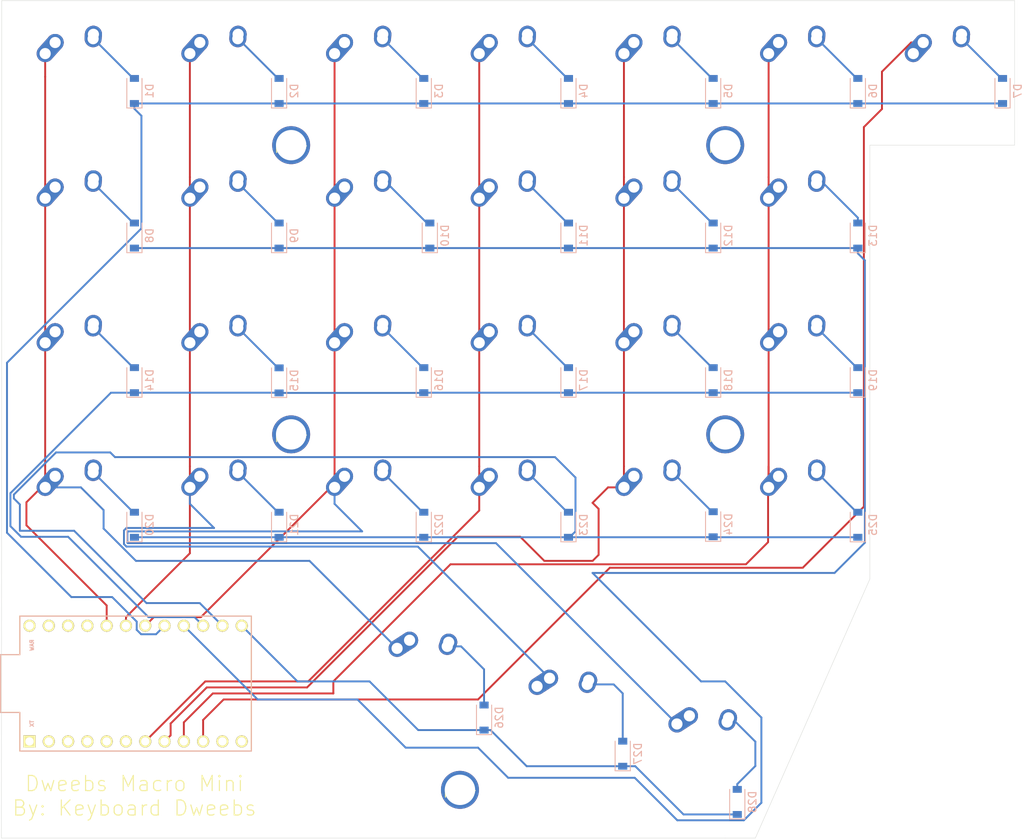
<source format=kicad_pcb>
(kicad_pcb (version 20171130) (host pcbnew "(5.1.4)-1")

  (general
    (thickness 1.6)
    (drawings 11)
    (tracks 277)
    (zones 0)
    (modules 62)
    (nets 53)
  )

  (page A4)
  (layers
    (0 F.Cu signal)
    (31 B.Cu signal)
    (32 B.Adhes user)
    (33 F.Adhes user)
    (34 B.Paste user)
    (35 F.Paste user)
    (36 B.SilkS user)
    (37 F.SilkS user)
    (38 B.Mask user hide)
    (39 F.Mask user)
    (40 Dwgs.User user)
    (41 Cmts.User user)
    (42 Eco1.User user)
    (43 Eco2.User user)
    (44 Edge.Cuts user)
    (45 Margin user)
    (46 B.CrtYd user)
    (47 F.CrtYd user)
    (48 B.Fab user)
    (49 F.Fab user)
  )

  (setup
    (last_trace_width 0.25)
    (trace_clearance 0.2)
    (zone_clearance 0.508)
    (zone_45_only no)
    (trace_min 0.2)
    (via_size 0.8)
    (via_drill 0.4)
    (via_min_size 0.4)
    (via_min_drill 0.3)
    (uvia_size 0.3)
    (uvia_drill 0.1)
    (uvias_allowed no)
    (uvia_min_size 0.2)
    (uvia_min_drill 0.1)
    (edge_width 0.05)
    (segment_width 0.2)
    (pcb_text_width 0.3)
    (pcb_text_size 1.5 1.5)
    (mod_edge_width 0.12)
    (mod_text_size 1 1)
    (mod_text_width 0.15)
    (pad_size 1.524 1.524)
    (pad_drill 0.762)
    (pad_to_mask_clearance 0.051)
    (solder_mask_min_width 0.25)
    (aux_axis_origin 0 0)
    (visible_elements 7FFFFFFF)
    (pcbplotparams
      (layerselection 0x010fc_ffffffff)
      (usegerberextensions false)
      (usegerberattributes false)
      (usegerberadvancedattributes false)
      (creategerberjobfile false)
      (excludeedgelayer false)
      (linewidth 0.100000)
      (plotframeref false)
      (viasonmask false)
      (mode 1)
      (useauxorigin false)
      (hpglpennumber 1)
      (hpglpenspeed 20)
      (hpglpendiameter 15.000000)
      (psnegative false)
      (psa4output false)
      (plotreference true)
      (plotvalue true)
      (plotinvisibletext false)
      (padsonsilk true)
      (subtractmaskfromsilk false)
      (outputformat 3)
      (mirror false)
      (drillshape 0)
      (scaleselection 1)
      (outputdirectory "../../DXF/new/"))
  )

  (net 0 "")
  (net 1 "Net-(D1-Pad2)")
  (net 2 ROW0)
  (net 3 "Net-(D2-Pad2)")
  (net 4 "Net-(D3-Pad2)")
  (net 5 "Net-(D4-Pad2)")
  (net 6 "Net-(D5-Pad2)")
  (net 7 "Net-(D6-Pad2)")
  (net 8 "Net-(D7-Pad2)")
  (net 9 "Net-(D8-Pad2)")
  (net 10 ROW1)
  (net 11 "Net-(D9-Pad2)")
  (net 12 "Net-(D10-Pad2)")
  (net 13 "Net-(D11-Pad2)")
  (net 14 "Net-(D12-Pad2)")
  (net 15 "Net-(D13-Pad2)")
  (net 16 "Net-(D14-Pad2)")
  (net 17 ROW2)
  (net 18 "Net-(D15-Pad2)")
  (net 19 "Net-(D16-Pad2)")
  (net 20 "Net-(D17-Pad2)")
  (net 21 "Net-(D18-Pad2)")
  (net 22 "Net-(D19-Pad2)")
  (net 23 "Net-(D20-Pad2)")
  (net 24 ROW3)
  (net 25 "Net-(D21-Pad2)")
  (net 26 "Net-(D22-Pad2)")
  (net 27 "Net-(D23-Pad2)")
  (net 28 "Net-(D24-Pad2)")
  (net 29 "Net-(D25-Pad2)")
  (net 30 "Net-(D26-Pad2)")
  (net 31 ROW4)
  (net 32 "Net-(D27-Pad2)")
  (net 33 "Net-(D28-Pad2)")
  (net 34 COL0)
  (net 35 COL1)
  (net 36 COL2)
  (net 37 COL3)
  (net 38 COL4)
  (net 39 COL5)
  (net 40 COL6)
  (net 41 "Net-(U1-Pad24)")
  (net 42 "Net-(U1-Pad23)")
  (net 43 "Net-(U1-Pad22)")
  (net 44 "Net-(U1-Pad21)")
  (net 45 "Net-(U1-Pad12)")
  (net 46 "Net-(U1-Pad11)")
  (net 47 "Net-(U1-Pad6)")
  (net 48 "Net-(U1-Pad5)")
  (net 49 "Net-(U1-Pad4)")
  (net 50 "Net-(U1-Pad3)")
  (net 51 "Net-(U1-Pad2)")
  (net 52 "Net-(U1-Pad1)")

  (net_class Default "This is the default net class."
    (clearance 0.2)
    (trace_width 0.25)
    (via_dia 0.8)
    (via_drill 0.4)
    (uvia_dia 0.3)
    (uvia_drill 0.1)
    (add_net COL0)
    (add_net COL1)
    (add_net COL2)
    (add_net COL3)
    (add_net COL4)
    (add_net COL5)
    (add_net COL6)
    (add_net "Net-(D1-Pad2)")
    (add_net "Net-(D10-Pad2)")
    (add_net "Net-(D11-Pad2)")
    (add_net "Net-(D12-Pad2)")
    (add_net "Net-(D13-Pad2)")
    (add_net "Net-(D14-Pad2)")
    (add_net "Net-(D15-Pad2)")
    (add_net "Net-(D16-Pad2)")
    (add_net "Net-(D17-Pad2)")
    (add_net "Net-(D18-Pad2)")
    (add_net "Net-(D19-Pad2)")
    (add_net "Net-(D2-Pad2)")
    (add_net "Net-(D20-Pad2)")
    (add_net "Net-(D21-Pad2)")
    (add_net "Net-(D22-Pad2)")
    (add_net "Net-(D23-Pad2)")
    (add_net "Net-(D24-Pad2)")
    (add_net "Net-(D25-Pad2)")
    (add_net "Net-(D26-Pad2)")
    (add_net "Net-(D27-Pad2)")
    (add_net "Net-(D28-Pad2)")
    (add_net "Net-(D3-Pad2)")
    (add_net "Net-(D4-Pad2)")
    (add_net "Net-(D5-Pad2)")
    (add_net "Net-(D6-Pad2)")
    (add_net "Net-(D7-Pad2)")
    (add_net "Net-(D8-Pad2)")
    (add_net "Net-(D9-Pad2)")
    (add_net "Net-(U1-Pad1)")
    (add_net "Net-(U1-Pad11)")
    (add_net "Net-(U1-Pad12)")
    (add_net "Net-(U1-Pad2)")
    (add_net "Net-(U1-Pad21)")
    (add_net "Net-(U1-Pad22)")
    (add_net "Net-(U1-Pad23)")
    (add_net "Net-(U1-Pad24)")
    (add_net "Net-(U1-Pad3)")
    (add_net "Net-(U1-Pad4)")
    (add_net "Net-(U1-Pad5)")
    (add_net "Net-(U1-Pad6)")
    (add_net ROW0)
    (add_net ROW1)
    (add_net ROW2)
    (add_net ROW3)
    (add_net ROW4)
  )

  (module kbd:M2_Hole_TH_Outside (layer F.Cu) (tedit 5F3791B9) (tstamp 6233EAD6)
    (at 134.14375 143.66875)
    (fp_text reference REF** (at 0 0.5) (layer F.SilkS)
      (effects (font (size 1 1) (thickness 0.15)))
    )
    (fp_text value M2_Hole_TH_Outside (at 0 -0.5) (layer F.Fab)
      (effects (font (size 1 1) (thickness 0.15)))
    )
    (pad "" thru_hole circle (at 0 0) (size 5 5) (drill 4) (layers *.Cu *.Mask))
  )

  (module kbd:M2_Hole_TH_Outside (layer F.Cu) (tedit 5F3791B9) (tstamp 6233EABF)
    (at 111.91875 96.8375)
    (fp_text reference REF** (at 0 0.5) (layer F.SilkS)
      (effects (font (size 1 1) (thickness 0.15)))
    )
    (fp_text value M2_Hole_TH_Outside (at 0 -0.5) (layer F.Fab)
      (effects (font (size 1 1) (thickness 0.15)))
    )
    (pad "" thru_hole circle (at 0 0) (size 5 5) (drill 4) (layers *.Cu *.Mask))
  )

  (module kbd:M2_Hole_TH_Outside (layer F.Cu) (tedit 5F3791B9) (tstamp 6233EAAE)
    (at 169.06875 96.8375)
    (fp_text reference REF** (at 0 0.5) (layer F.SilkS)
      (effects (font (size 1 1) (thickness 0.15)))
    )
    (fp_text value M2_Hole_TH_Outside (at 0 -0.5) (layer F.Fab)
      (effects (font (size 1 1) (thickness 0.15)))
    )
    (pad "" thru_hole circle (at 0 0) (size 5 5) (drill 4) (layers *.Cu *.Mask))
  )

  (module kbd:M2_Hole_TH_Outside (layer F.Cu) (tedit 5F3791B9) (tstamp 6233EA6D)
    (at 169.06875 58.7375)
    (fp_text reference REF** (at 0 0.5) (layer F.SilkS)
      (effects (font (size 1 1) (thickness 0.15)))
    )
    (fp_text value M2_Hole_TH_Outside (at 0 -0.5) (layer F.Fab)
      (effects (font (size 1 1) (thickness 0.15)))
    )
    (pad "" thru_hole circle (at 0 0) (size 5 5) (drill 4) (layers *.Cu *.Mask))
  )

  (module kbd:M2_Hole_TH_Outside (layer F.Cu) (tedit 5F3791B9) (tstamp 6233EA5C)
    (at 111.91875 58.7375)
    (fp_text reference REF** (at 0 0.5) (layer F.SilkS)
      (effects (font (size 1 1) (thickness 0.15)))
    )
    (fp_text value M2_Hole_TH_Outside (at 0 -0.5) (layer F.Fab)
      (effects (font (size 1 1) (thickness 0.15)))
    )
    (pad "" thru_hole circle (at 0 0) (size 5 5) (drill 4) (layers *.Cu *.Mask))
  )

  (module MX_Alps_Hybrid:MX-1U-NoLED (layer F.Cu) (tedit 5A9F5203) (tstamp 622EDC62)
    (at 83.34375 106.3625)
    (path /623064DA)
    (fp_text reference MX20 (at 0 3.175) (layer Dwgs.User)
      (effects (font (size 1 1) (thickness 0.15)))
    )
    (fp_text value MX-NoLED (at 0 -7.9375) (layer Dwgs.User)
      (effects (font (size 1 1) (thickness 0.15)))
    )
    (fp_line (start -9.525 9.525) (end -9.525 -9.525) (layer Dwgs.User) (width 0.15))
    (fp_line (start 9.525 9.525) (end -9.525 9.525) (layer Dwgs.User) (width 0.15))
    (fp_line (start 9.525 -9.525) (end 9.525 9.525) (layer Dwgs.User) (width 0.15))
    (fp_line (start -9.525 -9.525) (end 9.525 -9.525) (layer Dwgs.User) (width 0.15))
    (fp_line (start -7 -7) (end -7 -5) (layer Dwgs.User) (width 0.15))
    (fp_line (start -5 -7) (end -7 -7) (layer Dwgs.User) (width 0.15))
    (fp_line (start -7 7) (end -5 7) (layer Dwgs.User) (width 0.15))
    (fp_line (start -7 5) (end -7 7) (layer Dwgs.User) (width 0.15))
    (fp_line (start 7 7) (end 7 5) (layer Dwgs.User) (width 0.15))
    (fp_line (start 5 7) (end 7 7) (layer Dwgs.User) (width 0.15))
    (fp_line (start 7 -7) (end 7 -5) (layer Dwgs.User) (width 0.15))
    (fp_line (start 5 -7) (end 7 -7) (layer Dwgs.User) (width 0.15))
    (pad "" np_thru_hole circle (at 5.08 0 48.0996) (size 1.75 1.75) (drill 1.75) (layers *.Cu *.Mask))
    (pad "" np_thru_hole circle (at -5.08 0 48.0996) (size 1.75 1.75) (drill 1.75) (layers *.Cu *.Mask))
    (pad 1 thru_hole circle (at -2.5 -4) (size 2.25 2.25) (drill 1.47) (layers *.Cu B.Mask)
      (net 34 COL0))
    (pad "" np_thru_hole circle (at 0 0) (size 3.9878 3.9878) (drill 3.9878) (layers *.Cu *.Mask))
    (pad 1 thru_hole oval (at -3.81 -2.54 48.0996) (size 4.211556 2.25) (drill 1.47 (offset 0.980778 0)) (layers *.Cu B.Mask)
      (net 34 COL0))
    (pad 2 thru_hole circle (at 2.54 -5.08) (size 2.25 2.25) (drill 1.47) (layers *.Cu B.Mask)
      (net 23 "Net-(D20-Pad2)"))
    (pad 2 thru_hole oval (at 2.5 -4.5 86.0548) (size 2.831378 2.25) (drill 1.47 (offset 0.290689 0)) (layers *.Cu B.Mask)
      (net 23 "Net-(D20-Pad2)"))
  )

  (module MX_Alps_Hybrid:MX-1U-NoLED (layer F.Cu) (tedit 5A9F5203) (tstamp 622EDD1A)
    (at 165.735 138.43 345)
    (path /6230C2CD)
    (fp_text reference MX28 (at 0 3.175 165) (layer Dwgs.User)
      (effects (font (size 1 1) (thickness 0.15)))
    )
    (fp_text value MX-NoLED (at 0 -7.9375 165) (layer Dwgs.User)
      (effects (font (size 1 1) (thickness 0.15)))
    )
    (fp_line (start -9.525 9.525) (end -9.525 -9.525) (layer Dwgs.User) (width 0.15))
    (fp_line (start 9.525 9.525) (end -9.525 9.525) (layer Dwgs.User) (width 0.15))
    (fp_line (start 9.525 -9.525) (end 9.525 9.525) (layer Dwgs.User) (width 0.15))
    (fp_line (start -9.525 -9.525) (end 9.525 -9.525) (layer Dwgs.User) (width 0.15))
    (fp_line (start -7 -7) (end -7 -5) (layer Dwgs.User) (width 0.15))
    (fp_line (start -5 -7) (end -7 -7) (layer Dwgs.User) (width 0.15))
    (fp_line (start -7 7) (end -5 7) (layer Dwgs.User) (width 0.15))
    (fp_line (start -7 5) (end -7 7) (layer Dwgs.User) (width 0.15))
    (fp_line (start 7 7) (end 7 5) (layer Dwgs.User) (width 0.15))
    (fp_line (start 5 7) (end 7 7) (layer Dwgs.User) (width 0.15))
    (fp_line (start 7 -7) (end 7 -5) (layer Dwgs.User) (width 0.15))
    (fp_line (start 5 -7) (end 7 -7) (layer Dwgs.User) (width 0.15))
    (pad "" np_thru_hole circle (at 5.08 0 33.0996) (size 1.75 1.75) (drill 1.75) (layers *.Cu *.Mask))
    (pad "" np_thru_hole circle (at -5.08 0 33.0996) (size 1.75 1.75) (drill 1.75) (layers *.Cu *.Mask))
    (pad 1 thru_hole circle (at -2.5 -4 345) (size 2.25 2.25) (drill 1.47) (layers *.Cu B.Mask)
      (net 36 COL2))
    (pad "" np_thru_hole circle (at 0 0 345) (size 3.9878 3.9878) (drill 3.9878) (layers *.Cu *.Mask))
    (pad 1 thru_hole oval (at -3.81 -2.54 33.0996) (size 4.211556 2.25) (drill 1.47 (offset 0.980778 0)) (layers *.Cu B.Mask)
      (net 36 COL2))
    (pad 2 thru_hole circle (at 2.54 -5.08 345) (size 2.25 2.25) (drill 1.47) (layers *.Cu B.Mask)
      (net 33 "Net-(D28-Pad2)"))
    (pad 2 thru_hole oval (at 2.5 -4.5 71.0548) (size 2.831378 2.25) (drill 1.47 (offset 0.290689 0)) (layers *.Cu B.Mask)
      (net 33 "Net-(D28-Pad2)"))
  )

  (module MX_Alps_Hybrid:MX-1U-NoLED (layer F.Cu) (tedit 5A9F5203) (tstamp 622EDD03)
    (at 147.32 133.477 345)
    (path /6230BC7C)
    (fp_text reference MX27 (at 0 3.175 165) (layer Dwgs.User)
      (effects (font (size 1 1) (thickness 0.15)))
    )
    (fp_text value MX-NoLED (at 0 -7.9375 165) (layer Dwgs.User)
      (effects (font (size 1 1) (thickness 0.15)))
    )
    (fp_line (start -9.525 9.525) (end -9.525 -9.525) (layer Dwgs.User) (width 0.15))
    (fp_line (start 9.525 9.525) (end -9.525 9.525) (layer Dwgs.User) (width 0.15))
    (fp_line (start 9.525 -9.525) (end 9.525 9.525) (layer Dwgs.User) (width 0.15))
    (fp_line (start -9.525 -9.525) (end 9.525 -9.525) (layer Dwgs.User) (width 0.15))
    (fp_line (start -7 -7) (end -7 -5) (layer Dwgs.User) (width 0.15))
    (fp_line (start -5 -7) (end -7 -7) (layer Dwgs.User) (width 0.15))
    (fp_line (start -7 7) (end -5 7) (layer Dwgs.User) (width 0.15))
    (fp_line (start -7 5) (end -7 7) (layer Dwgs.User) (width 0.15))
    (fp_line (start 7 7) (end 7 5) (layer Dwgs.User) (width 0.15))
    (fp_line (start 5 7) (end 7 7) (layer Dwgs.User) (width 0.15))
    (fp_line (start 7 -7) (end 7 -5) (layer Dwgs.User) (width 0.15))
    (fp_line (start 5 -7) (end 7 -7) (layer Dwgs.User) (width 0.15))
    (pad "" np_thru_hole circle (at 5.08 0 33.0996) (size 1.75 1.75) (drill 1.75) (layers *.Cu *.Mask))
    (pad "" np_thru_hole circle (at -5.08 0 33.0996) (size 1.75 1.75) (drill 1.75) (layers *.Cu *.Mask))
    (pad 1 thru_hole circle (at -2.5 -4 345) (size 2.25 2.25) (drill 1.47) (layers *.Cu B.Mask)
      (net 35 COL1))
    (pad "" np_thru_hole circle (at 0 0 345) (size 3.9878 3.9878) (drill 3.9878) (layers *.Cu *.Mask))
    (pad 1 thru_hole oval (at -3.81 -2.54 33.0996) (size 4.211556 2.25) (drill 1.47 (offset 0.980778 0)) (layers *.Cu B.Mask)
      (net 35 COL1))
    (pad 2 thru_hole circle (at 2.54 -5.08 345) (size 2.25 2.25) (drill 1.47) (layers *.Cu B.Mask)
      (net 32 "Net-(D27-Pad2)"))
    (pad 2 thru_hole oval (at 2.5 -4.5 71.0548) (size 2.831378 2.25) (drill 1.47 (offset 0.290689 0)) (layers *.Cu B.Mask)
      (net 32 "Net-(D27-Pad2)"))
  )

  (module MX_Alps_Hybrid:MX-1U-NoLED (layer F.Cu) (tedit 5A9F5203) (tstamp 622EDCEC)
    (at 128.89 128.47 345)
    (path /6230B486)
    (fp_text reference MX26 (at 0 3.175 165) (layer Dwgs.User)
      (effects (font (size 1 1) (thickness 0.15)))
    )
    (fp_text value MX-NoLED (at 0 -7.9375 165) (layer Dwgs.User)
      (effects (font (size 1 1) (thickness 0.15)))
    )
    (fp_line (start -9.525 9.525) (end -9.525 -9.525) (layer Dwgs.User) (width 0.15))
    (fp_line (start 9.525 9.525) (end -9.525 9.525) (layer Dwgs.User) (width 0.15))
    (fp_line (start 9.525 -9.525) (end 9.525 9.525) (layer Dwgs.User) (width 0.15))
    (fp_line (start -9.525 -9.525) (end 9.525 -9.525) (layer Dwgs.User) (width 0.15))
    (fp_line (start -7 -7) (end -7 -5) (layer Dwgs.User) (width 0.15))
    (fp_line (start -5 -7) (end -7 -7) (layer Dwgs.User) (width 0.15))
    (fp_line (start -7 7) (end -5 7) (layer Dwgs.User) (width 0.15))
    (fp_line (start -7 5) (end -7 7) (layer Dwgs.User) (width 0.15))
    (fp_line (start 7 7) (end 7 5) (layer Dwgs.User) (width 0.15))
    (fp_line (start 5 7) (end 7 7) (layer Dwgs.User) (width 0.15))
    (fp_line (start 7 -7) (end 7 -5) (layer Dwgs.User) (width 0.15))
    (fp_line (start 5 -7) (end 7 -7) (layer Dwgs.User) (width 0.15))
    (pad "" np_thru_hole circle (at 5.08 0 33.0996) (size 1.75 1.75) (drill 1.75) (layers *.Cu *.Mask))
    (pad "" np_thru_hole circle (at -5.08 0 33.0996) (size 1.75 1.75) (drill 1.75) (layers *.Cu *.Mask))
    (pad 1 thru_hole circle (at -2.5 -4 345) (size 2.25 2.25) (drill 1.47) (layers *.Cu B.Mask)
      (net 34 COL0))
    (pad "" np_thru_hole circle (at 0 0 345) (size 3.9878 3.9878) (drill 3.9878) (layers *.Cu *.Mask))
    (pad 1 thru_hole oval (at -3.81 -2.54 33.0996) (size 4.211556 2.25) (drill 1.47 (offset 0.980778 0)) (layers *.Cu B.Mask)
      (net 34 COL0))
    (pad 2 thru_hole circle (at 2.54 -5.08 345) (size 2.25 2.25) (drill 1.47) (layers *.Cu B.Mask)
      (net 30 "Net-(D26-Pad2)"))
    (pad 2 thru_hole oval (at 2.5 -4.5 71.0548) (size 2.831378 2.25) (drill 1.47 (offset 0.290689 0)) (layers *.Cu B.Mask)
      (net 30 "Net-(D26-Pad2)"))
  )

  (module MX_Alps_Hybrid:MX-1U-NoLED (layer F.Cu) (tedit 5A9F5203) (tstamp 622EDCD5)
    (at 178.59375 106.3625)
    (path /62307A5B)
    (fp_text reference MX25 (at 0 3.175) (layer Dwgs.User)
      (effects (font (size 1 1) (thickness 0.15)))
    )
    (fp_text value MX-NoLED (at 0 -7.9375) (layer Dwgs.User)
      (effects (font (size 1 1) (thickness 0.15)))
    )
    (fp_line (start -9.525 9.525) (end -9.525 -9.525) (layer Dwgs.User) (width 0.15))
    (fp_line (start 9.525 9.525) (end -9.525 9.525) (layer Dwgs.User) (width 0.15))
    (fp_line (start 9.525 -9.525) (end 9.525 9.525) (layer Dwgs.User) (width 0.15))
    (fp_line (start -9.525 -9.525) (end 9.525 -9.525) (layer Dwgs.User) (width 0.15))
    (fp_line (start -7 -7) (end -7 -5) (layer Dwgs.User) (width 0.15))
    (fp_line (start -5 -7) (end -7 -7) (layer Dwgs.User) (width 0.15))
    (fp_line (start -7 7) (end -5 7) (layer Dwgs.User) (width 0.15))
    (fp_line (start -7 5) (end -7 7) (layer Dwgs.User) (width 0.15))
    (fp_line (start 7 7) (end 7 5) (layer Dwgs.User) (width 0.15))
    (fp_line (start 5 7) (end 7 7) (layer Dwgs.User) (width 0.15))
    (fp_line (start 7 -7) (end 7 -5) (layer Dwgs.User) (width 0.15))
    (fp_line (start 5 -7) (end 7 -7) (layer Dwgs.User) (width 0.15))
    (pad "" np_thru_hole circle (at 5.08 0 48.0996) (size 1.75 1.75) (drill 1.75) (layers *.Cu *.Mask))
    (pad "" np_thru_hole circle (at -5.08 0 48.0996) (size 1.75 1.75) (drill 1.75) (layers *.Cu *.Mask))
    (pad 1 thru_hole circle (at -2.5 -4) (size 2.25 2.25) (drill 1.47) (layers *.Cu B.Mask)
      (net 39 COL5))
    (pad "" np_thru_hole circle (at 0 0) (size 3.9878 3.9878) (drill 3.9878) (layers *.Cu *.Mask))
    (pad 1 thru_hole oval (at -3.81 -2.54 48.0996) (size 4.211556 2.25) (drill 1.47 (offset 0.980778 0)) (layers *.Cu B.Mask)
      (net 39 COL5))
    (pad 2 thru_hole circle (at 2.54 -5.08) (size 2.25 2.25) (drill 1.47) (layers *.Cu B.Mask)
      (net 29 "Net-(D25-Pad2)"))
    (pad 2 thru_hole oval (at 2.5 -4.5 86.0548) (size 2.831378 2.25) (drill 1.47 (offset 0.290689 0)) (layers *.Cu B.Mask)
      (net 29 "Net-(D25-Pad2)"))
  )

  (module MX_Alps_Hybrid:MX-1U-NoLED (layer F.Cu) (tedit 5A9F5203) (tstamp 622EDCBE)
    (at 159.54375 106.3625)
    (path /62307560)
    (fp_text reference MX24 (at 0 3.175) (layer Dwgs.User)
      (effects (font (size 1 1) (thickness 0.15)))
    )
    (fp_text value MX-NoLED (at 0 -7.9375) (layer Dwgs.User)
      (effects (font (size 1 1) (thickness 0.15)))
    )
    (fp_line (start -9.525 9.525) (end -9.525 -9.525) (layer Dwgs.User) (width 0.15))
    (fp_line (start 9.525 9.525) (end -9.525 9.525) (layer Dwgs.User) (width 0.15))
    (fp_line (start 9.525 -9.525) (end 9.525 9.525) (layer Dwgs.User) (width 0.15))
    (fp_line (start -9.525 -9.525) (end 9.525 -9.525) (layer Dwgs.User) (width 0.15))
    (fp_line (start -7 -7) (end -7 -5) (layer Dwgs.User) (width 0.15))
    (fp_line (start -5 -7) (end -7 -7) (layer Dwgs.User) (width 0.15))
    (fp_line (start -7 7) (end -5 7) (layer Dwgs.User) (width 0.15))
    (fp_line (start -7 5) (end -7 7) (layer Dwgs.User) (width 0.15))
    (fp_line (start 7 7) (end 7 5) (layer Dwgs.User) (width 0.15))
    (fp_line (start 5 7) (end 7 7) (layer Dwgs.User) (width 0.15))
    (fp_line (start 7 -7) (end 7 -5) (layer Dwgs.User) (width 0.15))
    (fp_line (start 5 -7) (end 7 -7) (layer Dwgs.User) (width 0.15))
    (pad "" np_thru_hole circle (at 5.08 0 48.0996) (size 1.75 1.75) (drill 1.75) (layers *.Cu *.Mask))
    (pad "" np_thru_hole circle (at -5.08 0 48.0996) (size 1.75 1.75) (drill 1.75) (layers *.Cu *.Mask))
    (pad 1 thru_hole circle (at -2.5 -4) (size 2.25 2.25) (drill 1.47) (layers *.Cu B.Mask)
      (net 38 COL4))
    (pad "" np_thru_hole circle (at 0 0) (size 3.9878 3.9878) (drill 3.9878) (layers *.Cu *.Mask))
    (pad 1 thru_hole oval (at -3.81 -2.54 48.0996) (size 4.211556 2.25) (drill 1.47 (offset 0.980778 0)) (layers *.Cu B.Mask)
      (net 38 COL4))
    (pad 2 thru_hole circle (at 2.54 -5.08) (size 2.25 2.25) (drill 1.47) (layers *.Cu B.Mask)
      (net 28 "Net-(D24-Pad2)"))
    (pad 2 thru_hole oval (at 2.5 -4.5 86.0548) (size 2.831378 2.25) (drill 1.47 (offset 0.290689 0)) (layers *.Cu B.Mask)
      (net 28 "Net-(D24-Pad2)"))
  )

  (module MX_Alps_Hybrid:MX-1U-NoLED (layer F.Cu) (tedit 5A9F5203) (tstamp 622EDCA7)
    (at 140.49375 106.3625)
    (path /623070B6)
    (fp_text reference MX23 (at 0 3.175) (layer Dwgs.User)
      (effects (font (size 1 1) (thickness 0.15)))
    )
    (fp_text value MX-NoLED (at 0 -7.9375) (layer Dwgs.User)
      (effects (font (size 1 1) (thickness 0.15)))
    )
    (fp_line (start -9.525 9.525) (end -9.525 -9.525) (layer Dwgs.User) (width 0.15))
    (fp_line (start 9.525 9.525) (end -9.525 9.525) (layer Dwgs.User) (width 0.15))
    (fp_line (start 9.525 -9.525) (end 9.525 9.525) (layer Dwgs.User) (width 0.15))
    (fp_line (start -9.525 -9.525) (end 9.525 -9.525) (layer Dwgs.User) (width 0.15))
    (fp_line (start -7 -7) (end -7 -5) (layer Dwgs.User) (width 0.15))
    (fp_line (start -5 -7) (end -7 -7) (layer Dwgs.User) (width 0.15))
    (fp_line (start -7 7) (end -5 7) (layer Dwgs.User) (width 0.15))
    (fp_line (start -7 5) (end -7 7) (layer Dwgs.User) (width 0.15))
    (fp_line (start 7 7) (end 7 5) (layer Dwgs.User) (width 0.15))
    (fp_line (start 5 7) (end 7 7) (layer Dwgs.User) (width 0.15))
    (fp_line (start 7 -7) (end 7 -5) (layer Dwgs.User) (width 0.15))
    (fp_line (start 5 -7) (end 7 -7) (layer Dwgs.User) (width 0.15))
    (pad "" np_thru_hole circle (at 5.08 0 48.0996) (size 1.75 1.75) (drill 1.75) (layers *.Cu *.Mask))
    (pad "" np_thru_hole circle (at -5.08 0 48.0996) (size 1.75 1.75) (drill 1.75) (layers *.Cu *.Mask))
    (pad 1 thru_hole circle (at -2.5 -4) (size 2.25 2.25) (drill 1.47) (layers *.Cu B.Mask)
      (net 37 COL3))
    (pad "" np_thru_hole circle (at 0 0) (size 3.9878 3.9878) (drill 3.9878) (layers *.Cu *.Mask))
    (pad 1 thru_hole oval (at -3.81 -2.54 48.0996) (size 4.211556 2.25) (drill 1.47 (offset 0.980778 0)) (layers *.Cu B.Mask)
      (net 37 COL3))
    (pad 2 thru_hole circle (at 2.54 -5.08) (size 2.25 2.25) (drill 1.47) (layers *.Cu B.Mask)
      (net 27 "Net-(D23-Pad2)"))
    (pad 2 thru_hole oval (at 2.5 -4.5 86.0548) (size 2.831378 2.25) (drill 1.47 (offset 0.290689 0)) (layers *.Cu B.Mask)
      (net 27 "Net-(D23-Pad2)"))
  )

  (module MX_Alps_Hybrid:MX-1U-NoLED (layer F.Cu) (tedit 5A9F5203) (tstamp 622EDC90)
    (at 121.44375 106.3625)
    (path /62306C63)
    (fp_text reference MX22 (at 0 3.175) (layer Dwgs.User)
      (effects (font (size 1 1) (thickness 0.15)))
    )
    (fp_text value MX-NoLED (at 0 -7.9375) (layer Dwgs.User)
      (effects (font (size 1 1) (thickness 0.15)))
    )
    (fp_line (start -9.525 9.525) (end -9.525 -9.525) (layer Dwgs.User) (width 0.15))
    (fp_line (start 9.525 9.525) (end -9.525 9.525) (layer Dwgs.User) (width 0.15))
    (fp_line (start 9.525 -9.525) (end 9.525 9.525) (layer Dwgs.User) (width 0.15))
    (fp_line (start -9.525 -9.525) (end 9.525 -9.525) (layer Dwgs.User) (width 0.15))
    (fp_line (start -7 -7) (end -7 -5) (layer Dwgs.User) (width 0.15))
    (fp_line (start -5 -7) (end -7 -7) (layer Dwgs.User) (width 0.15))
    (fp_line (start -7 7) (end -5 7) (layer Dwgs.User) (width 0.15))
    (fp_line (start -7 5) (end -7 7) (layer Dwgs.User) (width 0.15))
    (fp_line (start 7 7) (end 7 5) (layer Dwgs.User) (width 0.15))
    (fp_line (start 5 7) (end 7 7) (layer Dwgs.User) (width 0.15))
    (fp_line (start 7 -7) (end 7 -5) (layer Dwgs.User) (width 0.15))
    (fp_line (start 5 -7) (end 7 -7) (layer Dwgs.User) (width 0.15))
    (pad "" np_thru_hole circle (at 5.08 0 48.0996) (size 1.75 1.75) (drill 1.75) (layers *.Cu *.Mask))
    (pad "" np_thru_hole circle (at -5.08 0 48.0996) (size 1.75 1.75) (drill 1.75) (layers *.Cu *.Mask))
    (pad 1 thru_hole circle (at -2.5 -4) (size 2.25 2.25) (drill 1.47) (layers *.Cu B.Mask)
      (net 36 COL2))
    (pad "" np_thru_hole circle (at 0 0) (size 3.9878 3.9878) (drill 3.9878) (layers *.Cu *.Mask))
    (pad 1 thru_hole oval (at -3.81 -2.54 48.0996) (size 4.211556 2.25) (drill 1.47 (offset 0.980778 0)) (layers *.Cu B.Mask)
      (net 36 COL2))
    (pad 2 thru_hole circle (at 2.54 -5.08) (size 2.25 2.25) (drill 1.47) (layers *.Cu B.Mask)
      (net 26 "Net-(D22-Pad2)"))
    (pad 2 thru_hole oval (at 2.5 -4.5 86.0548) (size 2.831378 2.25) (drill 1.47 (offset 0.290689 0)) (layers *.Cu B.Mask)
      (net 26 "Net-(D22-Pad2)"))
  )

  (module MX_Alps_Hybrid:MX-1U-NoLED (layer F.Cu) (tedit 5A9F5203) (tstamp 622EDC79)
    (at 102.39375 106.3625)
    (path /6230686D)
    (fp_text reference MX21 (at 0 3.175) (layer Dwgs.User)
      (effects (font (size 1 1) (thickness 0.15)))
    )
    (fp_text value MX-NoLED (at 0 -7.9375) (layer Dwgs.User)
      (effects (font (size 1 1) (thickness 0.15)))
    )
    (fp_line (start -9.525 9.525) (end -9.525 -9.525) (layer Dwgs.User) (width 0.15))
    (fp_line (start 9.525 9.525) (end -9.525 9.525) (layer Dwgs.User) (width 0.15))
    (fp_line (start 9.525 -9.525) (end 9.525 9.525) (layer Dwgs.User) (width 0.15))
    (fp_line (start -9.525 -9.525) (end 9.525 -9.525) (layer Dwgs.User) (width 0.15))
    (fp_line (start -7 -7) (end -7 -5) (layer Dwgs.User) (width 0.15))
    (fp_line (start -5 -7) (end -7 -7) (layer Dwgs.User) (width 0.15))
    (fp_line (start -7 7) (end -5 7) (layer Dwgs.User) (width 0.15))
    (fp_line (start -7 5) (end -7 7) (layer Dwgs.User) (width 0.15))
    (fp_line (start 7 7) (end 7 5) (layer Dwgs.User) (width 0.15))
    (fp_line (start 5 7) (end 7 7) (layer Dwgs.User) (width 0.15))
    (fp_line (start 7 -7) (end 7 -5) (layer Dwgs.User) (width 0.15))
    (fp_line (start 5 -7) (end 7 -7) (layer Dwgs.User) (width 0.15))
    (pad "" np_thru_hole circle (at 5.08 0 48.0996) (size 1.75 1.75) (drill 1.75) (layers *.Cu *.Mask))
    (pad "" np_thru_hole circle (at -5.08 0 48.0996) (size 1.75 1.75) (drill 1.75) (layers *.Cu *.Mask))
    (pad 1 thru_hole circle (at -2.5 -4) (size 2.25 2.25) (drill 1.47) (layers *.Cu B.Mask)
      (net 35 COL1))
    (pad "" np_thru_hole circle (at 0 0) (size 3.9878 3.9878) (drill 3.9878) (layers *.Cu *.Mask))
    (pad 1 thru_hole oval (at -3.81 -2.54 48.0996) (size 4.211556 2.25) (drill 1.47 (offset 0.980778 0)) (layers *.Cu B.Mask)
      (net 35 COL1))
    (pad 2 thru_hole circle (at 2.54 -5.08) (size 2.25 2.25) (drill 1.47) (layers *.Cu B.Mask)
      (net 25 "Net-(D21-Pad2)"))
    (pad 2 thru_hole oval (at 2.5 -4.5 86.0548) (size 2.831378 2.25) (drill 1.47 (offset 0.290689 0)) (layers *.Cu B.Mask)
      (net 25 "Net-(D21-Pad2)"))
  )

  (module MX_Alps_Hybrid:MX-1U-NoLED (layer F.Cu) (tedit 5A9F5203) (tstamp 622EDC4B)
    (at 178.59375 87.3125)
    (path /62305ADC)
    (fp_text reference MX19 (at 0 3.175) (layer Dwgs.User)
      (effects (font (size 1 1) (thickness 0.15)))
    )
    (fp_text value MX-NoLED (at 0 -7.9375) (layer Dwgs.User)
      (effects (font (size 1 1) (thickness 0.15)))
    )
    (fp_line (start -9.525 9.525) (end -9.525 -9.525) (layer Dwgs.User) (width 0.15))
    (fp_line (start 9.525 9.525) (end -9.525 9.525) (layer Dwgs.User) (width 0.15))
    (fp_line (start 9.525 -9.525) (end 9.525 9.525) (layer Dwgs.User) (width 0.15))
    (fp_line (start -9.525 -9.525) (end 9.525 -9.525) (layer Dwgs.User) (width 0.15))
    (fp_line (start -7 -7) (end -7 -5) (layer Dwgs.User) (width 0.15))
    (fp_line (start -5 -7) (end -7 -7) (layer Dwgs.User) (width 0.15))
    (fp_line (start -7 7) (end -5 7) (layer Dwgs.User) (width 0.15))
    (fp_line (start -7 5) (end -7 7) (layer Dwgs.User) (width 0.15))
    (fp_line (start 7 7) (end 7 5) (layer Dwgs.User) (width 0.15))
    (fp_line (start 5 7) (end 7 7) (layer Dwgs.User) (width 0.15))
    (fp_line (start 7 -7) (end 7 -5) (layer Dwgs.User) (width 0.15))
    (fp_line (start 5 -7) (end 7 -7) (layer Dwgs.User) (width 0.15))
    (pad "" np_thru_hole circle (at 5.08 0 48.0996) (size 1.75 1.75) (drill 1.75) (layers *.Cu *.Mask))
    (pad "" np_thru_hole circle (at -5.08 0 48.0996) (size 1.75 1.75) (drill 1.75) (layers *.Cu *.Mask))
    (pad 1 thru_hole circle (at -2.5 -4) (size 2.25 2.25) (drill 1.47) (layers *.Cu B.Mask)
      (net 39 COL5))
    (pad "" np_thru_hole circle (at 0 0) (size 3.9878 3.9878) (drill 3.9878) (layers *.Cu *.Mask))
    (pad 1 thru_hole oval (at -3.81 -2.54 48.0996) (size 4.211556 2.25) (drill 1.47 (offset 0.980778 0)) (layers *.Cu B.Mask)
      (net 39 COL5))
    (pad 2 thru_hole circle (at 2.54 -5.08) (size 2.25 2.25) (drill 1.47) (layers *.Cu B.Mask)
      (net 22 "Net-(D19-Pad2)"))
    (pad 2 thru_hole oval (at 2.5 -4.5 86.0548) (size 2.831378 2.25) (drill 1.47 (offset 0.290689 0)) (layers *.Cu B.Mask)
      (net 22 "Net-(D19-Pad2)"))
  )

  (module MX_Alps_Hybrid:MX-1U-NoLED (layer F.Cu) (tedit 5A9F5203) (tstamp 622EDC34)
    (at 159.54375 87.3125)
    (path /623057EB)
    (fp_text reference MX18 (at 0 3.175) (layer Dwgs.User)
      (effects (font (size 1 1) (thickness 0.15)))
    )
    (fp_text value MX-NoLED (at 0 -7.9375) (layer Dwgs.User)
      (effects (font (size 1 1) (thickness 0.15)))
    )
    (fp_line (start -9.525 9.525) (end -9.525 -9.525) (layer Dwgs.User) (width 0.15))
    (fp_line (start 9.525 9.525) (end -9.525 9.525) (layer Dwgs.User) (width 0.15))
    (fp_line (start 9.525 -9.525) (end 9.525 9.525) (layer Dwgs.User) (width 0.15))
    (fp_line (start -9.525 -9.525) (end 9.525 -9.525) (layer Dwgs.User) (width 0.15))
    (fp_line (start -7 -7) (end -7 -5) (layer Dwgs.User) (width 0.15))
    (fp_line (start -5 -7) (end -7 -7) (layer Dwgs.User) (width 0.15))
    (fp_line (start -7 7) (end -5 7) (layer Dwgs.User) (width 0.15))
    (fp_line (start -7 5) (end -7 7) (layer Dwgs.User) (width 0.15))
    (fp_line (start 7 7) (end 7 5) (layer Dwgs.User) (width 0.15))
    (fp_line (start 5 7) (end 7 7) (layer Dwgs.User) (width 0.15))
    (fp_line (start 7 -7) (end 7 -5) (layer Dwgs.User) (width 0.15))
    (fp_line (start 5 -7) (end 7 -7) (layer Dwgs.User) (width 0.15))
    (pad "" np_thru_hole circle (at 5.08 0 48.0996) (size 1.75 1.75) (drill 1.75) (layers *.Cu *.Mask))
    (pad "" np_thru_hole circle (at -5.08 0 48.0996) (size 1.75 1.75) (drill 1.75) (layers *.Cu *.Mask))
    (pad 1 thru_hole circle (at -2.5 -4) (size 2.25 2.25) (drill 1.47) (layers *.Cu B.Mask)
      (net 38 COL4))
    (pad "" np_thru_hole circle (at 0 0) (size 3.9878 3.9878) (drill 3.9878) (layers *.Cu *.Mask))
    (pad 1 thru_hole oval (at -3.81 -2.54 48.0996) (size 4.211556 2.25) (drill 1.47 (offset 0.980778 0)) (layers *.Cu B.Mask)
      (net 38 COL4))
    (pad 2 thru_hole circle (at 2.54 -5.08) (size 2.25 2.25) (drill 1.47) (layers *.Cu B.Mask)
      (net 21 "Net-(D18-Pad2)"))
    (pad 2 thru_hole oval (at 2.5 -4.5 86.0548) (size 2.831378 2.25) (drill 1.47 (offset 0.290689 0)) (layers *.Cu B.Mask)
      (net 21 "Net-(D18-Pad2)"))
  )

  (module MX_Alps_Hybrid:MX-1U-NoLED (layer F.Cu) (tedit 5A9F5203) (tstamp 622EDC1D)
    (at 140.49375 87.3125)
    (path /62305536)
    (fp_text reference MX17 (at 0 3.175) (layer Dwgs.User)
      (effects (font (size 1 1) (thickness 0.15)))
    )
    (fp_text value MX-NoLED (at 0 -7.9375) (layer Dwgs.User)
      (effects (font (size 1 1) (thickness 0.15)))
    )
    (fp_line (start -9.525 9.525) (end -9.525 -9.525) (layer Dwgs.User) (width 0.15))
    (fp_line (start 9.525 9.525) (end -9.525 9.525) (layer Dwgs.User) (width 0.15))
    (fp_line (start 9.525 -9.525) (end 9.525 9.525) (layer Dwgs.User) (width 0.15))
    (fp_line (start -9.525 -9.525) (end 9.525 -9.525) (layer Dwgs.User) (width 0.15))
    (fp_line (start -7 -7) (end -7 -5) (layer Dwgs.User) (width 0.15))
    (fp_line (start -5 -7) (end -7 -7) (layer Dwgs.User) (width 0.15))
    (fp_line (start -7 7) (end -5 7) (layer Dwgs.User) (width 0.15))
    (fp_line (start -7 5) (end -7 7) (layer Dwgs.User) (width 0.15))
    (fp_line (start 7 7) (end 7 5) (layer Dwgs.User) (width 0.15))
    (fp_line (start 5 7) (end 7 7) (layer Dwgs.User) (width 0.15))
    (fp_line (start 7 -7) (end 7 -5) (layer Dwgs.User) (width 0.15))
    (fp_line (start 5 -7) (end 7 -7) (layer Dwgs.User) (width 0.15))
    (pad "" np_thru_hole circle (at 5.08 0 48.0996) (size 1.75 1.75) (drill 1.75) (layers *.Cu *.Mask))
    (pad "" np_thru_hole circle (at -5.08 0 48.0996) (size 1.75 1.75) (drill 1.75) (layers *.Cu *.Mask))
    (pad 1 thru_hole circle (at -2.5 -4) (size 2.25 2.25) (drill 1.47) (layers *.Cu B.Mask)
      (net 37 COL3))
    (pad "" np_thru_hole circle (at 0 0) (size 3.9878 3.9878) (drill 3.9878) (layers *.Cu *.Mask))
    (pad 1 thru_hole oval (at -3.81 -2.54 48.0996) (size 4.211556 2.25) (drill 1.47 (offset 0.980778 0)) (layers *.Cu B.Mask)
      (net 37 COL3))
    (pad 2 thru_hole circle (at 2.54 -5.08) (size 2.25 2.25) (drill 1.47) (layers *.Cu B.Mask)
      (net 20 "Net-(D17-Pad2)"))
    (pad 2 thru_hole oval (at 2.5 -4.5 86.0548) (size 2.831378 2.25) (drill 1.47 (offset 0.290689 0)) (layers *.Cu B.Mask)
      (net 20 "Net-(D17-Pad2)"))
  )

  (module MX_Alps_Hybrid:MX-1U-NoLED (layer F.Cu) (tedit 5A9F5203) (tstamp 622EDC06)
    (at 121.44375 87.3125)
    (path /623052C0)
    (fp_text reference MX16 (at 0 3.175) (layer Dwgs.User)
      (effects (font (size 1 1) (thickness 0.15)))
    )
    (fp_text value MX-NoLED (at 0 -7.9375) (layer Dwgs.User)
      (effects (font (size 1 1) (thickness 0.15)))
    )
    (fp_line (start -9.525 9.525) (end -9.525 -9.525) (layer Dwgs.User) (width 0.15))
    (fp_line (start 9.525 9.525) (end -9.525 9.525) (layer Dwgs.User) (width 0.15))
    (fp_line (start 9.525 -9.525) (end 9.525 9.525) (layer Dwgs.User) (width 0.15))
    (fp_line (start -9.525 -9.525) (end 9.525 -9.525) (layer Dwgs.User) (width 0.15))
    (fp_line (start -7 -7) (end -7 -5) (layer Dwgs.User) (width 0.15))
    (fp_line (start -5 -7) (end -7 -7) (layer Dwgs.User) (width 0.15))
    (fp_line (start -7 7) (end -5 7) (layer Dwgs.User) (width 0.15))
    (fp_line (start -7 5) (end -7 7) (layer Dwgs.User) (width 0.15))
    (fp_line (start 7 7) (end 7 5) (layer Dwgs.User) (width 0.15))
    (fp_line (start 5 7) (end 7 7) (layer Dwgs.User) (width 0.15))
    (fp_line (start 7 -7) (end 7 -5) (layer Dwgs.User) (width 0.15))
    (fp_line (start 5 -7) (end 7 -7) (layer Dwgs.User) (width 0.15))
    (pad "" np_thru_hole circle (at 5.08 0 48.0996) (size 1.75 1.75) (drill 1.75) (layers *.Cu *.Mask))
    (pad "" np_thru_hole circle (at -5.08 0 48.0996) (size 1.75 1.75) (drill 1.75) (layers *.Cu *.Mask))
    (pad 1 thru_hole circle (at -2.5 -4) (size 2.25 2.25) (drill 1.47) (layers *.Cu B.Mask)
      (net 36 COL2))
    (pad "" np_thru_hole circle (at 0 0) (size 3.9878 3.9878) (drill 3.9878) (layers *.Cu *.Mask))
    (pad 1 thru_hole oval (at -3.81 -2.54 48.0996) (size 4.211556 2.25) (drill 1.47 (offset 0.980778 0)) (layers *.Cu B.Mask)
      (net 36 COL2))
    (pad 2 thru_hole circle (at 2.54 -5.08) (size 2.25 2.25) (drill 1.47) (layers *.Cu B.Mask)
      (net 19 "Net-(D16-Pad2)"))
    (pad 2 thru_hole oval (at 2.5 -4.5 86.0548) (size 2.831378 2.25) (drill 1.47 (offset 0.290689 0)) (layers *.Cu B.Mask)
      (net 19 "Net-(D16-Pad2)"))
  )

  (module MX_Alps_Hybrid:MX-1U-NoLED (layer F.Cu) (tedit 5A9F5203) (tstamp 622EDBEF)
    (at 102.39375 87.3125)
    (path /6230508C)
    (fp_text reference MX15 (at 0 3.175) (layer Dwgs.User)
      (effects (font (size 1 1) (thickness 0.15)))
    )
    (fp_text value MX-NoLED (at 0 -7.9375) (layer Dwgs.User)
      (effects (font (size 1 1) (thickness 0.15)))
    )
    (fp_line (start -9.525 9.525) (end -9.525 -9.525) (layer Dwgs.User) (width 0.15))
    (fp_line (start 9.525 9.525) (end -9.525 9.525) (layer Dwgs.User) (width 0.15))
    (fp_line (start 9.525 -9.525) (end 9.525 9.525) (layer Dwgs.User) (width 0.15))
    (fp_line (start -9.525 -9.525) (end 9.525 -9.525) (layer Dwgs.User) (width 0.15))
    (fp_line (start -7 -7) (end -7 -5) (layer Dwgs.User) (width 0.15))
    (fp_line (start -5 -7) (end -7 -7) (layer Dwgs.User) (width 0.15))
    (fp_line (start -7 7) (end -5 7) (layer Dwgs.User) (width 0.15))
    (fp_line (start -7 5) (end -7 7) (layer Dwgs.User) (width 0.15))
    (fp_line (start 7 7) (end 7 5) (layer Dwgs.User) (width 0.15))
    (fp_line (start 5 7) (end 7 7) (layer Dwgs.User) (width 0.15))
    (fp_line (start 7 -7) (end 7 -5) (layer Dwgs.User) (width 0.15))
    (fp_line (start 5 -7) (end 7 -7) (layer Dwgs.User) (width 0.15))
    (pad "" np_thru_hole circle (at 5.08 0 48.0996) (size 1.75 1.75) (drill 1.75) (layers *.Cu *.Mask))
    (pad "" np_thru_hole circle (at -5.08 0 48.0996) (size 1.75 1.75) (drill 1.75) (layers *.Cu *.Mask))
    (pad 1 thru_hole circle (at -2.5 -4) (size 2.25 2.25) (drill 1.47) (layers *.Cu B.Mask)
      (net 35 COL1))
    (pad "" np_thru_hole circle (at 0 0) (size 3.9878 3.9878) (drill 3.9878) (layers *.Cu *.Mask))
    (pad 1 thru_hole oval (at -3.81 -2.54 48.0996) (size 4.211556 2.25) (drill 1.47 (offset 0.980778 0)) (layers *.Cu B.Mask)
      (net 35 COL1))
    (pad 2 thru_hole circle (at 2.54 -5.08) (size 2.25 2.25) (drill 1.47) (layers *.Cu B.Mask)
      (net 18 "Net-(D15-Pad2)"))
    (pad 2 thru_hole oval (at 2.5 -4.5 86.0548) (size 2.831378 2.25) (drill 1.47 (offset 0.290689 0)) (layers *.Cu B.Mask)
      (net 18 "Net-(D15-Pad2)"))
  )

  (module MX_Alps_Hybrid:MX-1U-NoLED (layer F.Cu) (tedit 5A9F5203) (tstamp 622EDBD8)
    (at 83.34375 87.3125)
    (path /623049FA)
    (fp_text reference MX14 (at 0 3.175) (layer Dwgs.User)
      (effects (font (size 1 1) (thickness 0.15)))
    )
    (fp_text value MX-NoLED (at 0 -7.9375) (layer Dwgs.User)
      (effects (font (size 1 1) (thickness 0.15)))
    )
    (fp_line (start -9.525 9.525) (end -9.525 -9.525) (layer Dwgs.User) (width 0.15))
    (fp_line (start 9.525 9.525) (end -9.525 9.525) (layer Dwgs.User) (width 0.15))
    (fp_line (start 9.525 -9.525) (end 9.525 9.525) (layer Dwgs.User) (width 0.15))
    (fp_line (start -9.525 -9.525) (end 9.525 -9.525) (layer Dwgs.User) (width 0.15))
    (fp_line (start -7 -7) (end -7 -5) (layer Dwgs.User) (width 0.15))
    (fp_line (start -5 -7) (end -7 -7) (layer Dwgs.User) (width 0.15))
    (fp_line (start -7 7) (end -5 7) (layer Dwgs.User) (width 0.15))
    (fp_line (start -7 5) (end -7 7) (layer Dwgs.User) (width 0.15))
    (fp_line (start 7 7) (end 7 5) (layer Dwgs.User) (width 0.15))
    (fp_line (start 5 7) (end 7 7) (layer Dwgs.User) (width 0.15))
    (fp_line (start 7 -7) (end 7 -5) (layer Dwgs.User) (width 0.15))
    (fp_line (start 5 -7) (end 7 -7) (layer Dwgs.User) (width 0.15))
    (pad "" np_thru_hole circle (at 5.08 0 48.0996) (size 1.75 1.75) (drill 1.75) (layers *.Cu *.Mask))
    (pad "" np_thru_hole circle (at -5.08 0 48.0996) (size 1.75 1.75) (drill 1.75) (layers *.Cu *.Mask))
    (pad 1 thru_hole circle (at -2.5 -4) (size 2.25 2.25) (drill 1.47) (layers *.Cu B.Mask)
      (net 34 COL0))
    (pad "" np_thru_hole circle (at 0 0) (size 3.9878 3.9878) (drill 3.9878) (layers *.Cu *.Mask))
    (pad 1 thru_hole oval (at -3.81 -2.54 48.0996) (size 4.211556 2.25) (drill 1.47 (offset 0.980778 0)) (layers *.Cu B.Mask)
      (net 34 COL0))
    (pad 2 thru_hole circle (at 2.54 -5.08) (size 2.25 2.25) (drill 1.47) (layers *.Cu B.Mask)
      (net 16 "Net-(D14-Pad2)"))
    (pad 2 thru_hole oval (at 2.5 -4.5 86.0548) (size 2.831378 2.25) (drill 1.47 (offset 0.290689 0)) (layers *.Cu B.Mask)
      (net 16 "Net-(D14-Pad2)"))
  )

  (module MX_Alps_Hybrid:MX-1U-NoLED (layer F.Cu) (tedit 5A9F5203) (tstamp 622EDBC1)
    (at 178.59375 68.2625)
    (path /623034B2)
    (fp_text reference MX13 (at 0 3.175) (layer Dwgs.User)
      (effects (font (size 1 1) (thickness 0.15)))
    )
    (fp_text value MX-NoLED (at 0 -7.9375) (layer Dwgs.User)
      (effects (font (size 1 1) (thickness 0.15)))
    )
    (fp_line (start -9.525 9.525) (end -9.525 -9.525) (layer Dwgs.User) (width 0.15))
    (fp_line (start 9.525 9.525) (end -9.525 9.525) (layer Dwgs.User) (width 0.15))
    (fp_line (start 9.525 -9.525) (end 9.525 9.525) (layer Dwgs.User) (width 0.15))
    (fp_line (start -9.525 -9.525) (end 9.525 -9.525) (layer Dwgs.User) (width 0.15))
    (fp_line (start -7 -7) (end -7 -5) (layer Dwgs.User) (width 0.15))
    (fp_line (start -5 -7) (end -7 -7) (layer Dwgs.User) (width 0.15))
    (fp_line (start -7 7) (end -5 7) (layer Dwgs.User) (width 0.15))
    (fp_line (start -7 5) (end -7 7) (layer Dwgs.User) (width 0.15))
    (fp_line (start 7 7) (end 7 5) (layer Dwgs.User) (width 0.15))
    (fp_line (start 5 7) (end 7 7) (layer Dwgs.User) (width 0.15))
    (fp_line (start 7 -7) (end 7 -5) (layer Dwgs.User) (width 0.15))
    (fp_line (start 5 -7) (end 7 -7) (layer Dwgs.User) (width 0.15))
    (pad "" np_thru_hole circle (at 5.08 0 48.0996) (size 1.75 1.75) (drill 1.75) (layers *.Cu *.Mask))
    (pad "" np_thru_hole circle (at -5.08 0 48.0996) (size 1.75 1.75) (drill 1.75) (layers *.Cu *.Mask))
    (pad 1 thru_hole circle (at -2.5 -4) (size 2.25 2.25) (drill 1.47) (layers *.Cu B.Mask)
      (net 39 COL5))
    (pad "" np_thru_hole circle (at 0 0) (size 3.9878 3.9878) (drill 3.9878) (layers *.Cu *.Mask))
    (pad 1 thru_hole oval (at -3.81 -2.54 48.0996) (size 4.211556 2.25) (drill 1.47 (offset 0.980778 0)) (layers *.Cu B.Mask)
      (net 39 COL5))
    (pad 2 thru_hole circle (at 2.54 -5.08) (size 2.25 2.25) (drill 1.47) (layers *.Cu B.Mask)
      (net 15 "Net-(D13-Pad2)"))
    (pad 2 thru_hole oval (at 2.5 -4.5 86.0548) (size 2.831378 2.25) (drill 1.47 (offset 0.290689 0)) (layers *.Cu B.Mask)
      (net 15 "Net-(D13-Pad2)"))
  )

  (module MX_Alps_Hybrid:MX-1U-NoLED (layer F.Cu) (tedit 5A9F5203) (tstamp 622EDBAA)
    (at 159.54375 68.2625)
    (path /62303332)
    (fp_text reference MX12 (at 0 3.175) (layer Dwgs.User)
      (effects (font (size 1 1) (thickness 0.15)))
    )
    (fp_text value MX-NoLED (at 0 -7.9375) (layer Dwgs.User)
      (effects (font (size 1 1) (thickness 0.15)))
    )
    (fp_line (start -9.525 9.525) (end -9.525 -9.525) (layer Dwgs.User) (width 0.15))
    (fp_line (start 9.525 9.525) (end -9.525 9.525) (layer Dwgs.User) (width 0.15))
    (fp_line (start 9.525 -9.525) (end 9.525 9.525) (layer Dwgs.User) (width 0.15))
    (fp_line (start -9.525 -9.525) (end 9.525 -9.525) (layer Dwgs.User) (width 0.15))
    (fp_line (start -7 -7) (end -7 -5) (layer Dwgs.User) (width 0.15))
    (fp_line (start -5 -7) (end -7 -7) (layer Dwgs.User) (width 0.15))
    (fp_line (start -7 7) (end -5 7) (layer Dwgs.User) (width 0.15))
    (fp_line (start -7 5) (end -7 7) (layer Dwgs.User) (width 0.15))
    (fp_line (start 7 7) (end 7 5) (layer Dwgs.User) (width 0.15))
    (fp_line (start 5 7) (end 7 7) (layer Dwgs.User) (width 0.15))
    (fp_line (start 7 -7) (end 7 -5) (layer Dwgs.User) (width 0.15))
    (fp_line (start 5 -7) (end 7 -7) (layer Dwgs.User) (width 0.15))
    (pad "" np_thru_hole circle (at 5.08 0 48.0996) (size 1.75 1.75) (drill 1.75) (layers *.Cu *.Mask))
    (pad "" np_thru_hole circle (at -5.08 0 48.0996) (size 1.75 1.75) (drill 1.75) (layers *.Cu *.Mask))
    (pad 1 thru_hole circle (at -2.5 -4) (size 2.25 2.25) (drill 1.47) (layers *.Cu B.Mask)
      (net 38 COL4))
    (pad "" np_thru_hole circle (at 0 0) (size 3.9878 3.9878) (drill 3.9878) (layers *.Cu *.Mask))
    (pad 1 thru_hole oval (at -3.81 -2.54 48.0996) (size 4.211556 2.25) (drill 1.47 (offset 0.980778 0)) (layers *.Cu B.Mask)
      (net 38 COL4))
    (pad 2 thru_hole circle (at 2.54 -5.08) (size 2.25 2.25) (drill 1.47) (layers *.Cu B.Mask)
      (net 14 "Net-(D12-Pad2)"))
    (pad 2 thru_hole oval (at 2.5 -4.5 86.0548) (size 2.831378 2.25) (drill 1.47 (offset 0.290689 0)) (layers *.Cu B.Mask)
      (net 14 "Net-(D12-Pad2)"))
  )

  (module MX_Alps_Hybrid:MX-1U-NoLED (layer F.Cu) (tedit 5A9F5203) (tstamp 622EDB93)
    (at 140.49375 68.2625)
    (path /623031D9)
    (fp_text reference MX11 (at 0 3.175) (layer Dwgs.User)
      (effects (font (size 1 1) (thickness 0.15)))
    )
    (fp_text value MX-NoLED (at 0 -7.9375) (layer Dwgs.User)
      (effects (font (size 1 1) (thickness 0.15)))
    )
    (fp_line (start -9.525 9.525) (end -9.525 -9.525) (layer Dwgs.User) (width 0.15))
    (fp_line (start 9.525 9.525) (end -9.525 9.525) (layer Dwgs.User) (width 0.15))
    (fp_line (start 9.525 -9.525) (end 9.525 9.525) (layer Dwgs.User) (width 0.15))
    (fp_line (start -9.525 -9.525) (end 9.525 -9.525) (layer Dwgs.User) (width 0.15))
    (fp_line (start -7 -7) (end -7 -5) (layer Dwgs.User) (width 0.15))
    (fp_line (start -5 -7) (end -7 -7) (layer Dwgs.User) (width 0.15))
    (fp_line (start -7 7) (end -5 7) (layer Dwgs.User) (width 0.15))
    (fp_line (start -7 5) (end -7 7) (layer Dwgs.User) (width 0.15))
    (fp_line (start 7 7) (end 7 5) (layer Dwgs.User) (width 0.15))
    (fp_line (start 5 7) (end 7 7) (layer Dwgs.User) (width 0.15))
    (fp_line (start 7 -7) (end 7 -5) (layer Dwgs.User) (width 0.15))
    (fp_line (start 5 -7) (end 7 -7) (layer Dwgs.User) (width 0.15))
    (pad "" np_thru_hole circle (at 5.08 0 48.0996) (size 1.75 1.75) (drill 1.75) (layers *.Cu *.Mask))
    (pad "" np_thru_hole circle (at -5.08 0 48.0996) (size 1.75 1.75) (drill 1.75) (layers *.Cu *.Mask))
    (pad 1 thru_hole circle (at -2.5 -4) (size 2.25 2.25) (drill 1.47) (layers *.Cu B.Mask)
      (net 37 COL3))
    (pad "" np_thru_hole circle (at 0 0) (size 3.9878 3.9878) (drill 3.9878) (layers *.Cu *.Mask))
    (pad 1 thru_hole oval (at -3.81 -2.54 48.0996) (size 4.211556 2.25) (drill 1.47 (offset 0.980778 0)) (layers *.Cu B.Mask)
      (net 37 COL3))
    (pad 2 thru_hole circle (at 2.54 -5.08) (size 2.25 2.25) (drill 1.47) (layers *.Cu B.Mask)
      (net 13 "Net-(D11-Pad2)"))
    (pad 2 thru_hole oval (at 2.5 -4.5 86.0548) (size 2.831378 2.25) (drill 1.47 (offset 0.290689 0)) (layers *.Cu B.Mask)
      (net 13 "Net-(D11-Pad2)"))
  )

  (module MX_Alps_Hybrid:MX-1U-NoLED (layer F.Cu) (tedit 5A9F5203) (tstamp 622EDB7C)
    (at 121.44375 68.2625)
    (path /623030A7)
    (fp_text reference MX10 (at 0 3.175) (layer Dwgs.User)
      (effects (font (size 1 1) (thickness 0.15)))
    )
    (fp_text value MX-NoLED (at 0 -7.9375) (layer Dwgs.User)
      (effects (font (size 1 1) (thickness 0.15)))
    )
    (fp_line (start -9.525 9.525) (end -9.525 -9.525) (layer Dwgs.User) (width 0.15))
    (fp_line (start 9.525 9.525) (end -9.525 9.525) (layer Dwgs.User) (width 0.15))
    (fp_line (start 9.525 -9.525) (end 9.525 9.525) (layer Dwgs.User) (width 0.15))
    (fp_line (start -9.525 -9.525) (end 9.525 -9.525) (layer Dwgs.User) (width 0.15))
    (fp_line (start -7 -7) (end -7 -5) (layer Dwgs.User) (width 0.15))
    (fp_line (start -5 -7) (end -7 -7) (layer Dwgs.User) (width 0.15))
    (fp_line (start -7 7) (end -5 7) (layer Dwgs.User) (width 0.15))
    (fp_line (start -7 5) (end -7 7) (layer Dwgs.User) (width 0.15))
    (fp_line (start 7 7) (end 7 5) (layer Dwgs.User) (width 0.15))
    (fp_line (start 5 7) (end 7 7) (layer Dwgs.User) (width 0.15))
    (fp_line (start 7 -7) (end 7 -5) (layer Dwgs.User) (width 0.15))
    (fp_line (start 5 -7) (end 7 -7) (layer Dwgs.User) (width 0.15))
    (pad "" np_thru_hole circle (at 5.08 0 48.0996) (size 1.75 1.75) (drill 1.75) (layers *.Cu *.Mask))
    (pad "" np_thru_hole circle (at -5.08 0 48.0996) (size 1.75 1.75) (drill 1.75) (layers *.Cu *.Mask))
    (pad 1 thru_hole circle (at -2.5 -4) (size 2.25 2.25) (drill 1.47) (layers *.Cu B.Mask)
      (net 36 COL2))
    (pad "" np_thru_hole circle (at 0 0) (size 3.9878 3.9878) (drill 3.9878) (layers *.Cu *.Mask))
    (pad 1 thru_hole oval (at -3.81 -2.54 48.0996) (size 4.211556 2.25) (drill 1.47 (offset 0.980778 0)) (layers *.Cu B.Mask)
      (net 36 COL2))
    (pad 2 thru_hole circle (at 2.54 -5.08) (size 2.25 2.25) (drill 1.47) (layers *.Cu B.Mask)
      (net 12 "Net-(D10-Pad2)"))
    (pad 2 thru_hole oval (at 2.5 -4.5 86.0548) (size 2.831378 2.25) (drill 1.47 (offset 0.290689 0)) (layers *.Cu B.Mask)
      (net 12 "Net-(D10-Pad2)"))
  )

  (module MX_Alps_Hybrid:MX-1U-NoLED (layer F.Cu) (tedit 5A9F5203) (tstamp 622EDB65)
    (at 102.39375 68.2625)
    (path /62302F9C)
    (fp_text reference MX9 (at 0 3.175) (layer Dwgs.User)
      (effects (font (size 1 1) (thickness 0.15)))
    )
    (fp_text value MX-NoLED (at 0 -7.9375) (layer Dwgs.User)
      (effects (font (size 1 1) (thickness 0.15)))
    )
    (fp_line (start -9.525 9.525) (end -9.525 -9.525) (layer Dwgs.User) (width 0.15))
    (fp_line (start 9.525 9.525) (end -9.525 9.525) (layer Dwgs.User) (width 0.15))
    (fp_line (start 9.525 -9.525) (end 9.525 9.525) (layer Dwgs.User) (width 0.15))
    (fp_line (start -9.525 -9.525) (end 9.525 -9.525) (layer Dwgs.User) (width 0.15))
    (fp_line (start -7 -7) (end -7 -5) (layer Dwgs.User) (width 0.15))
    (fp_line (start -5 -7) (end -7 -7) (layer Dwgs.User) (width 0.15))
    (fp_line (start -7 7) (end -5 7) (layer Dwgs.User) (width 0.15))
    (fp_line (start -7 5) (end -7 7) (layer Dwgs.User) (width 0.15))
    (fp_line (start 7 7) (end 7 5) (layer Dwgs.User) (width 0.15))
    (fp_line (start 5 7) (end 7 7) (layer Dwgs.User) (width 0.15))
    (fp_line (start 7 -7) (end 7 -5) (layer Dwgs.User) (width 0.15))
    (fp_line (start 5 -7) (end 7 -7) (layer Dwgs.User) (width 0.15))
    (pad "" np_thru_hole circle (at 5.08 0 48.0996) (size 1.75 1.75) (drill 1.75) (layers *.Cu *.Mask))
    (pad "" np_thru_hole circle (at -5.08 0 48.0996) (size 1.75 1.75) (drill 1.75) (layers *.Cu *.Mask))
    (pad 1 thru_hole circle (at -2.5 -4) (size 2.25 2.25) (drill 1.47) (layers *.Cu B.Mask)
      (net 35 COL1))
    (pad "" np_thru_hole circle (at 0 0) (size 3.9878 3.9878) (drill 3.9878) (layers *.Cu *.Mask))
    (pad 1 thru_hole oval (at -3.81 -2.54 48.0996) (size 4.211556 2.25) (drill 1.47 (offset 0.980778 0)) (layers *.Cu B.Mask)
      (net 35 COL1))
    (pad 2 thru_hole circle (at 2.54 -5.08) (size 2.25 2.25) (drill 1.47) (layers *.Cu B.Mask)
      (net 11 "Net-(D9-Pad2)"))
    (pad 2 thru_hole oval (at 2.5 -4.5 86.0548) (size 2.831378 2.25) (drill 1.47 (offset 0.290689 0)) (layers *.Cu B.Mask)
      (net 11 "Net-(D9-Pad2)"))
  )

  (module MX_Alps_Hybrid:MX-1U-NoLED (layer F.Cu) (tedit 5A9F5203) (tstamp 622EDB4E)
    (at 83.34375 68.2625)
    (path /623027F6)
    (fp_text reference MX8 (at 0 3.175) (layer Dwgs.User)
      (effects (font (size 1 1) (thickness 0.15)))
    )
    (fp_text value MX-NoLED (at 0 -7.9375) (layer Dwgs.User)
      (effects (font (size 1 1) (thickness 0.15)))
    )
    (fp_line (start -9.525 9.525) (end -9.525 -9.525) (layer Dwgs.User) (width 0.15))
    (fp_line (start 9.525 9.525) (end -9.525 9.525) (layer Dwgs.User) (width 0.15))
    (fp_line (start 9.525 -9.525) (end 9.525 9.525) (layer Dwgs.User) (width 0.15))
    (fp_line (start -9.525 -9.525) (end 9.525 -9.525) (layer Dwgs.User) (width 0.15))
    (fp_line (start -7 -7) (end -7 -5) (layer Dwgs.User) (width 0.15))
    (fp_line (start -5 -7) (end -7 -7) (layer Dwgs.User) (width 0.15))
    (fp_line (start -7 7) (end -5 7) (layer Dwgs.User) (width 0.15))
    (fp_line (start -7 5) (end -7 7) (layer Dwgs.User) (width 0.15))
    (fp_line (start 7 7) (end 7 5) (layer Dwgs.User) (width 0.15))
    (fp_line (start 5 7) (end 7 7) (layer Dwgs.User) (width 0.15))
    (fp_line (start 7 -7) (end 7 -5) (layer Dwgs.User) (width 0.15))
    (fp_line (start 5 -7) (end 7 -7) (layer Dwgs.User) (width 0.15))
    (pad "" np_thru_hole circle (at 5.08 0 48.0996) (size 1.75 1.75) (drill 1.75) (layers *.Cu *.Mask))
    (pad "" np_thru_hole circle (at -5.08 0 48.0996) (size 1.75 1.75) (drill 1.75) (layers *.Cu *.Mask))
    (pad 1 thru_hole circle (at -2.5 -4) (size 2.25 2.25) (drill 1.47) (layers *.Cu B.Mask)
      (net 34 COL0))
    (pad "" np_thru_hole circle (at 0 0) (size 3.9878 3.9878) (drill 3.9878) (layers *.Cu *.Mask))
    (pad 1 thru_hole oval (at -3.81 -2.54 48.0996) (size 4.211556 2.25) (drill 1.47 (offset 0.980778 0)) (layers *.Cu B.Mask)
      (net 34 COL0))
    (pad 2 thru_hole circle (at 2.54 -5.08) (size 2.25 2.25) (drill 1.47) (layers *.Cu B.Mask)
      (net 9 "Net-(D8-Pad2)"))
    (pad 2 thru_hole oval (at 2.5 -4.5 86.0548) (size 2.831378 2.25) (drill 1.47 (offset 0.290689 0)) (layers *.Cu B.Mask)
      (net 9 "Net-(D8-Pad2)"))
  )

  (module MX_Alps_Hybrid:MX-1U-NoLED (layer F.Cu) (tedit 5A9F5203) (tstamp 622EDB37)
    (at 197.64375 49.2125)
    (path /622FE7E6)
    (fp_text reference MX7 (at 0 3.175) (layer Dwgs.User)
      (effects (font (size 1 1) (thickness 0.15)))
    )
    (fp_text value MX-NoLED (at 0 -7.9375) (layer Dwgs.User)
      (effects (font (size 1 1) (thickness 0.15)))
    )
    (fp_line (start -9.525 9.525) (end -9.525 -9.525) (layer Dwgs.User) (width 0.15))
    (fp_line (start 9.525 9.525) (end -9.525 9.525) (layer Dwgs.User) (width 0.15))
    (fp_line (start 9.525 -9.525) (end 9.525 9.525) (layer Dwgs.User) (width 0.15))
    (fp_line (start -9.525 -9.525) (end 9.525 -9.525) (layer Dwgs.User) (width 0.15))
    (fp_line (start -7 -7) (end -7 -5) (layer Dwgs.User) (width 0.15))
    (fp_line (start -5 -7) (end -7 -7) (layer Dwgs.User) (width 0.15))
    (fp_line (start -7 7) (end -5 7) (layer Dwgs.User) (width 0.15))
    (fp_line (start -7 5) (end -7 7) (layer Dwgs.User) (width 0.15))
    (fp_line (start 7 7) (end 7 5) (layer Dwgs.User) (width 0.15))
    (fp_line (start 5 7) (end 7 7) (layer Dwgs.User) (width 0.15))
    (fp_line (start 7 -7) (end 7 -5) (layer Dwgs.User) (width 0.15))
    (fp_line (start 5 -7) (end 7 -7) (layer Dwgs.User) (width 0.15))
    (pad "" np_thru_hole circle (at 5.08 0 48.0996) (size 1.75 1.75) (drill 1.75) (layers *.Cu *.Mask))
    (pad "" np_thru_hole circle (at -5.08 0 48.0996) (size 1.75 1.75) (drill 1.75) (layers *.Cu *.Mask))
    (pad 1 thru_hole circle (at -2.5 -4) (size 2.25 2.25) (drill 1.47) (layers *.Cu B.Mask)
      (net 40 COL6))
    (pad "" np_thru_hole circle (at 0 0) (size 3.9878 3.9878) (drill 3.9878) (layers *.Cu *.Mask))
    (pad 1 thru_hole oval (at -3.81 -2.54 48.0996) (size 4.211556 2.25) (drill 1.47 (offset 0.980778 0)) (layers *.Cu B.Mask)
      (net 40 COL6))
    (pad 2 thru_hole circle (at 2.54 -5.08) (size 2.25 2.25) (drill 1.47) (layers *.Cu B.Mask)
      (net 8 "Net-(D7-Pad2)"))
    (pad 2 thru_hole oval (at 2.5 -4.5 86.0548) (size 2.831378 2.25) (drill 1.47 (offset 0.290689 0)) (layers *.Cu B.Mask)
      (net 8 "Net-(D7-Pad2)"))
  )

  (module MX_Alps_Hybrid:MX-1U-NoLED (layer F.Cu) (tedit 5A9F5203) (tstamp 622EDB20)
    (at 178.59375 49.2125)
    (path /622FE73B)
    (fp_text reference MX6 (at 0 3.175) (layer Dwgs.User)
      (effects (font (size 1 1) (thickness 0.15)))
    )
    (fp_text value MX-NoLED (at 0 -7.9375) (layer Dwgs.User)
      (effects (font (size 1 1) (thickness 0.15)))
    )
    (fp_line (start -9.525 9.525) (end -9.525 -9.525) (layer Dwgs.User) (width 0.15))
    (fp_line (start 9.525 9.525) (end -9.525 9.525) (layer Dwgs.User) (width 0.15))
    (fp_line (start 9.525 -9.525) (end 9.525 9.525) (layer Dwgs.User) (width 0.15))
    (fp_line (start -9.525 -9.525) (end 9.525 -9.525) (layer Dwgs.User) (width 0.15))
    (fp_line (start -7 -7) (end -7 -5) (layer Dwgs.User) (width 0.15))
    (fp_line (start -5 -7) (end -7 -7) (layer Dwgs.User) (width 0.15))
    (fp_line (start -7 7) (end -5 7) (layer Dwgs.User) (width 0.15))
    (fp_line (start -7 5) (end -7 7) (layer Dwgs.User) (width 0.15))
    (fp_line (start 7 7) (end 7 5) (layer Dwgs.User) (width 0.15))
    (fp_line (start 5 7) (end 7 7) (layer Dwgs.User) (width 0.15))
    (fp_line (start 7 -7) (end 7 -5) (layer Dwgs.User) (width 0.15))
    (fp_line (start 5 -7) (end 7 -7) (layer Dwgs.User) (width 0.15))
    (pad "" np_thru_hole circle (at 5.08 0 48.0996) (size 1.75 1.75) (drill 1.75) (layers *.Cu *.Mask))
    (pad "" np_thru_hole circle (at -5.08 0 48.0996) (size 1.75 1.75) (drill 1.75) (layers *.Cu *.Mask))
    (pad 1 thru_hole circle (at -2.5 -4) (size 2.25 2.25) (drill 1.47) (layers *.Cu B.Mask)
      (net 39 COL5))
    (pad "" np_thru_hole circle (at 0 0) (size 3.9878 3.9878) (drill 3.9878) (layers *.Cu *.Mask))
    (pad 1 thru_hole oval (at -3.81 -2.54 48.0996) (size 4.211556 2.25) (drill 1.47 (offset 0.980778 0)) (layers *.Cu B.Mask)
      (net 39 COL5))
    (pad 2 thru_hole circle (at 2.54 -5.08) (size 2.25 2.25) (drill 1.47) (layers *.Cu B.Mask)
      (net 7 "Net-(D6-Pad2)"))
    (pad 2 thru_hole oval (at 2.5 -4.5 86.0548) (size 2.831378 2.25) (drill 1.47 (offset 0.290689 0)) (layers *.Cu B.Mask)
      (net 7 "Net-(D6-Pad2)"))
  )

  (module MX_Alps_Hybrid:MX-1U-NoLED (layer F.Cu) (tedit 5A9F5203) (tstamp 622EDB09)
    (at 159.54375 49.2125)
    (path /622FE69F)
    (fp_text reference MX5 (at 0 3.175) (layer Dwgs.User)
      (effects (font (size 1 1) (thickness 0.15)))
    )
    (fp_text value MX-NoLED (at 0 -7.9375) (layer Dwgs.User)
      (effects (font (size 1 1) (thickness 0.15)))
    )
    (fp_line (start -9.525 9.525) (end -9.525 -9.525) (layer Dwgs.User) (width 0.15))
    (fp_line (start 9.525 9.525) (end -9.525 9.525) (layer Dwgs.User) (width 0.15))
    (fp_line (start 9.525 -9.525) (end 9.525 9.525) (layer Dwgs.User) (width 0.15))
    (fp_line (start -9.525 -9.525) (end 9.525 -9.525) (layer Dwgs.User) (width 0.15))
    (fp_line (start -7 -7) (end -7 -5) (layer Dwgs.User) (width 0.15))
    (fp_line (start -5 -7) (end -7 -7) (layer Dwgs.User) (width 0.15))
    (fp_line (start -7 7) (end -5 7) (layer Dwgs.User) (width 0.15))
    (fp_line (start -7 5) (end -7 7) (layer Dwgs.User) (width 0.15))
    (fp_line (start 7 7) (end 7 5) (layer Dwgs.User) (width 0.15))
    (fp_line (start 5 7) (end 7 7) (layer Dwgs.User) (width 0.15))
    (fp_line (start 7 -7) (end 7 -5) (layer Dwgs.User) (width 0.15))
    (fp_line (start 5 -7) (end 7 -7) (layer Dwgs.User) (width 0.15))
    (pad "" np_thru_hole circle (at 5.08 0 48.0996) (size 1.75 1.75) (drill 1.75) (layers *.Cu *.Mask))
    (pad "" np_thru_hole circle (at -5.08 0 48.0996) (size 1.75 1.75) (drill 1.75) (layers *.Cu *.Mask))
    (pad 1 thru_hole circle (at -2.5 -4) (size 2.25 2.25) (drill 1.47) (layers *.Cu B.Mask)
      (net 38 COL4))
    (pad "" np_thru_hole circle (at 0 0) (size 3.9878 3.9878) (drill 3.9878) (layers *.Cu *.Mask))
    (pad 1 thru_hole oval (at -3.81 -2.54 48.0996) (size 4.211556 2.25) (drill 1.47 (offset 0.980778 0)) (layers *.Cu B.Mask)
      (net 38 COL4))
    (pad 2 thru_hole circle (at 2.54 -5.08) (size 2.25 2.25) (drill 1.47) (layers *.Cu B.Mask)
      (net 6 "Net-(D5-Pad2)"))
    (pad 2 thru_hole oval (at 2.5 -4.5 86.0548) (size 2.831378 2.25) (drill 1.47 (offset 0.290689 0)) (layers *.Cu B.Mask)
      (net 6 "Net-(D5-Pad2)"))
  )

  (module MX_Alps_Hybrid:MX-1U-NoLED (layer F.Cu) (tedit 5A9F5203) (tstamp 622EDAF2)
    (at 140.49375 49.2125)
    (path /622FE60F)
    (fp_text reference MX4 (at 0 3.175) (layer Dwgs.User)
      (effects (font (size 1 1) (thickness 0.15)))
    )
    (fp_text value MX-NoLED (at 0 -7.9375) (layer Dwgs.User)
      (effects (font (size 1 1) (thickness 0.15)))
    )
    (fp_line (start -9.525 9.525) (end -9.525 -9.525) (layer Dwgs.User) (width 0.15))
    (fp_line (start 9.525 9.525) (end -9.525 9.525) (layer Dwgs.User) (width 0.15))
    (fp_line (start 9.525 -9.525) (end 9.525 9.525) (layer Dwgs.User) (width 0.15))
    (fp_line (start -9.525 -9.525) (end 9.525 -9.525) (layer Dwgs.User) (width 0.15))
    (fp_line (start -7 -7) (end -7 -5) (layer Dwgs.User) (width 0.15))
    (fp_line (start -5 -7) (end -7 -7) (layer Dwgs.User) (width 0.15))
    (fp_line (start -7 7) (end -5 7) (layer Dwgs.User) (width 0.15))
    (fp_line (start -7 5) (end -7 7) (layer Dwgs.User) (width 0.15))
    (fp_line (start 7 7) (end 7 5) (layer Dwgs.User) (width 0.15))
    (fp_line (start 5 7) (end 7 7) (layer Dwgs.User) (width 0.15))
    (fp_line (start 7 -7) (end 7 -5) (layer Dwgs.User) (width 0.15))
    (fp_line (start 5 -7) (end 7 -7) (layer Dwgs.User) (width 0.15))
    (pad "" np_thru_hole circle (at 5.08 0 48.0996) (size 1.75 1.75) (drill 1.75) (layers *.Cu *.Mask))
    (pad "" np_thru_hole circle (at -5.08 0 48.0996) (size 1.75 1.75) (drill 1.75) (layers *.Cu *.Mask))
    (pad 1 thru_hole circle (at -2.5 -4) (size 2.25 2.25) (drill 1.47) (layers *.Cu B.Mask)
      (net 37 COL3))
    (pad "" np_thru_hole circle (at 0 0) (size 3.9878 3.9878) (drill 3.9878) (layers *.Cu *.Mask))
    (pad 1 thru_hole oval (at -3.81 -2.54 48.0996) (size 4.211556 2.25) (drill 1.47 (offset 0.980778 0)) (layers *.Cu B.Mask)
      (net 37 COL3))
    (pad 2 thru_hole circle (at 2.54 -5.08) (size 2.25 2.25) (drill 1.47) (layers *.Cu B.Mask)
      (net 5 "Net-(D4-Pad2)"))
    (pad 2 thru_hole oval (at 2.5 -4.5 86.0548) (size 2.831378 2.25) (drill 1.47 (offset 0.290689 0)) (layers *.Cu B.Mask)
      (net 5 "Net-(D4-Pad2)"))
  )

  (module MX_Alps_Hybrid:MX-1U-NoLED (layer F.Cu) (tedit 5A9F5203) (tstamp 622EDADB)
    (at 121.44375 49.2125)
    (path /622FE588)
    (fp_text reference MX3 (at 0 3.175) (layer Dwgs.User)
      (effects (font (size 1 1) (thickness 0.15)))
    )
    (fp_text value MX-NoLED (at 0 -7.9375) (layer Dwgs.User)
      (effects (font (size 1 1) (thickness 0.15)))
    )
    (fp_line (start -9.525 9.525) (end -9.525 -9.525) (layer Dwgs.User) (width 0.15))
    (fp_line (start 9.525 9.525) (end -9.525 9.525) (layer Dwgs.User) (width 0.15))
    (fp_line (start 9.525 -9.525) (end 9.525 9.525) (layer Dwgs.User) (width 0.15))
    (fp_line (start -9.525 -9.525) (end 9.525 -9.525) (layer Dwgs.User) (width 0.15))
    (fp_line (start -7 -7) (end -7 -5) (layer Dwgs.User) (width 0.15))
    (fp_line (start -5 -7) (end -7 -7) (layer Dwgs.User) (width 0.15))
    (fp_line (start -7 7) (end -5 7) (layer Dwgs.User) (width 0.15))
    (fp_line (start -7 5) (end -7 7) (layer Dwgs.User) (width 0.15))
    (fp_line (start 7 7) (end 7 5) (layer Dwgs.User) (width 0.15))
    (fp_line (start 5 7) (end 7 7) (layer Dwgs.User) (width 0.15))
    (fp_line (start 7 -7) (end 7 -5) (layer Dwgs.User) (width 0.15))
    (fp_line (start 5 -7) (end 7 -7) (layer Dwgs.User) (width 0.15))
    (pad "" np_thru_hole circle (at 5.08 0 48.0996) (size 1.75 1.75) (drill 1.75) (layers *.Cu *.Mask))
    (pad "" np_thru_hole circle (at -5.08 0 48.0996) (size 1.75 1.75) (drill 1.75) (layers *.Cu *.Mask))
    (pad 1 thru_hole circle (at -2.5 -4) (size 2.25 2.25) (drill 1.47) (layers *.Cu B.Mask)
      (net 36 COL2))
    (pad "" np_thru_hole circle (at 0 0) (size 3.9878 3.9878) (drill 3.9878) (layers *.Cu *.Mask))
    (pad 1 thru_hole oval (at -3.81 -2.54 48.0996) (size 4.211556 2.25) (drill 1.47 (offset 0.980778 0)) (layers *.Cu B.Mask)
      (net 36 COL2))
    (pad 2 thru_hole circle (at 2.54 -5.08) (size 2.25 2.25) (drill 1.47) (layers *.Cu B.Mask)
      (net 4 "Net-(D3-Pad2)"))
    (pad 2 thru_hole oval (at 2.5 -4.5 86.0548) (size 2.831378 2.25) (drill 1.47 (offset 0.290689 0)) (layers *.Cu B.Mask)
      (net 4 "Net-(D3-Pad2)"))
  )

  (module MX_Alps_Hybrid:MX-1U-NoLED (layer F.Cu) (tedit 5A9F5203) (tstamp 622EDAC4)
    (at 102.39375 49.2125)
    (path /622FE4A5)
    (fp_text reference MX2 (at 0 3.175) (layer Dwgs.User)
      (effects (font (size 1 1) (thickness 0.15)))
    )
    (fp_text value MX-NoLED (at 0 -7.9375) (layer Dwgs.User)
      (effects (font (size 1 1) (thickness 0.15)))
    )
    (fp_line (start -9.525 9.525) (end -9.525 -9.525) (layer Dwgs.User) (width 0.15))
    (fp_line (start 9.525 9.525) (end -9.525 9.525) (layer Dwgs.User) (width 0.15))
    (fp_line (start 9.525 -9.525) (end 9.525 9.525) (layer Dwgs.User) (width 0.15))
    (fp_line (start -9.525 -9.525) (end 9.525 -9.525) (layer Dwgs.User) (width 0.15))
    (fp_line (start -7 -7) (end -7 -5) (layer Dwgs.User) (width 0.15))
    (fp_line (start -5 -7) (end -7 -7) (layer Dwgs.User) (width 0.15))
    (fp_line (start -7 7) (end -5 7) (layer Dwgs.User) (width 0.15))
    (fp_line (start -7 5) (end -7 7) (layer Dwgs.User) (width 0.15))
    (fp_line (start 7 7) (end 7 5) (layer Dwgs.User) (width 0.15))
    (fp_line (start 5 7) (end 7 7) (layer Dwgs.User) (width 0.15))
    (fp_line (start 7 -7) (end 7 -5) (layer Dwgs.User) (width 0.15))
    (fp_line (start 5 -7) (end 7 -7) (layer Dwgs.User) (width 0.15))
    (pad "" np_thru_hole circle (at 5.08 0 48.0996) (size 1.75 1.75) (drill 1.75) (layers *.Cu *.Mask))
    (pad "" np_thru_hole circle (at -5.08 0 48.0996) (size 1.75 1.75) (drill 1.75) (layers *.Cu *.Mask))
    (pad 1 thru_hole circle (at -2.5 -4) (size 2.25 2.25) (drill 1.47) (layers *.Cu B.Mask)
      (net 35 COL1))
    (pad "" np_thru_hole circle (at 0 0) (size 3.9878 3.9878) (drill 3.9878) (layers *.Cu *.Mask))
    (pad 1 thru_hole oval (at -3.81 -2.54 48.0996) (size 4.211556 2.25) (drill 1.47 (offset 0.980778 0)) (layers *.Cu B.Mask)
      (net 35 COL1))
    (pad 2 thru_hole circle (at 2.54 -5.08) (size 2.25 2.25) (drill 1.47) (layers *.Cu B.Mask)
      (net 3 "Net-(D2-Pad2)"))
    (pad 2 thru_hole oval (at 2.5 -4.5 86.0548) (size 2.831378 2.25) (drill 1.47 (offset 0.290689 0)) (layers *.Cu B.Mask)
      (net 3 "Net-(D2-Pad2)"))
  )

  (module MX_Alps_Hybrid:MX-1U-NoLED (layer F.Cu) (tedit 5A9F5203) (tstamp 622EDAAD)
    (at 83.34375 49.2125)
    (path /622F04BB)
    (fp_text reference MX1 (at 0 3.175) (layer Dwgs.User)
      (effects (font (size 1 1) (thickness 0.15)))
    )
    (fp_text value MX-NoLED (at 0 -7.9375) (layer Dwgs.User)
      (effects (font (size 1 1) (thickness 0.15)))
    )
    (fp_line (start -9.525 9.525) (end -9.525 -9.525) (layer Dwgs.User) (width 0.15))
    (fp_line (start 9.525 9.525) (end -9.525 9.525) (layer Dwgs.User) (width 0.15))
    (fp_line (start 9.525 -9.525) (end 9.525 9.525) (layer Dwgs.User) (width 0.15))
    (fp_line (start -9.525 -9.525) (end 9.525 -9.525) (layer Dwgs.User) (width 0.15))
    (fp_line (start -7 -7) (end -7 -5) (layer Dwgs.User) (width 0.15))
    (fp_line (start -5 -7) (end -7 -7) (layer Dwgs.User) (width 0.15))
    (fp_line (start -7 7) (end -5 7) (layer Dwgs.User) (width 0.15))
    (fp_line (start -7 5) (end -7 7) (layer Dwgs.User) (width 0.15))
    (fp_line (start 7 7) (end 7 5) (layer Dwgs.User) (width 0.15))
    (fp_line (start 5 7) (end 7 7) (layer Dwgs.User) (width 0.15))
    (fp_line (start 7 -7) (end 7 -5) (layer Dwgs.User) (width 0.15))
    (fp_line (start 5 -7) (end 7 -7) (layer Dwgs.User) (width 0.15))
    (pad "" np_thru_hole circle (at 5.08 0 48.0996) (size 1.75 1.75) (drill 1.75) (layers *.Cu *.Mask))
    (pad "" np_thru_hole circle (at -5.08 0 48.0996) (size 1.75 1.75) (drill 1.75) (layers *.Cu *.Mask))
    (pad 1 thru_hole circle (at -2.5 -4) (size 2.25 2.25) (drill 1.47) (layers *.Cu B.Mask)
      (net 34 COL0))
    (pad "" np_thru_hole circle (at 0 0) (size 3.9878 3.9878) (drill 3.9878) (layers *.Cu *.Mask))
    (pad 1 thru_hole oval (at -3.81 -2.54 48.0996) (size 4.211556 2.25) (drill 1.47 (offset 0.980778 0)) (layers *.Cu B.Mask)
      (net 34 COL0))
    (pad 2 thru_hole circle (at 2.54 -5.08) (size 2.25 2.25) (drill 1.47) (layers *.Cu B.Mask)
      (net 1 "Net-(D1-Pad2)"))
    (pad 2 thru_hole oval (at 2.5 -4.5 86.0548) (size 2.831378 2.25) (drill 1.47 (offset 0.290689 0)) (layers *.Cu B.Mask)
      (net 1 "Net-(D1-Pad2)"))
  )

  (module promicro:ProMicro (layer F.Cu) (tedit 5A06A962) (tstamp 622EDD46)
    (at 91.44 129.667)
    (descr "Pro Micro footprint")
    (tags "promicro ProMicro")
    (path /622EFC0F)
    (fp_text reference U1 (at 0 -10.16) (layer F.SilkS) hide
      (effects (font (size 1 1) (thickness 0.15)))
    )
    (fp_text value ProMicro (at 0 10.16) (layer F.Fab)
      (effects (font (size 1 1) (thickness 0.15)))
    )
    (fp_line (start 15.24 -8.89) (end 15.24 8.89) (layer F.SilkS) (width 0.15))
    (fp_line (start -15.24 -8.89) (end 15.24 -8.89) (layer F.SilkS) (width 0.15))
    (fp_line (start -15.24 -3.81) (end -15.24 -8.89) (layer F.SilkS) (width 0.15))
    (fp_line (start -17.78 -3.81) (end -15.24 -3.81) (layer F.SilkS) (width 0.15))
    (fp_line (start -17.78 3.81) (end -17.78 -3.81) (layer F.SilkS) (width 0.15))
    (fp_line (start -15.24 3.81) (end -17.78 3.81) (layer F.SilkS) (width 0.15))
    (fp_line (start -15.24 8.89) (end -15.24 3.81) (layer F.SilkS) (width 0.15))
    (fp_line (start -15.24 8.89) (end 15.24 8.89) (layer F.SilkS) (width 0.15))
    (fp_line (start -15.24 -8.89) (end 15.24 -8.89) (layer B.SilkS) (width 0.15))
    (fp_line (start -15.24 -3.81) (end -15.24 -8.89) (layer B.SilkS) (width 0.15))
    (fp_line (start -17.78 -3.81) (end -15.24 -3.81) (layer B.SilkS) (width 0.15))
    (fp_line (start -17.78 3.81) (end -17.78 -3.81) (layer B.SilkS) (width 0.15))
    (fp_line (start -15.24 3.81) (end -17.78 3.81) (layer B.SilkS) (width 0.15))
    (fp_line (start -15.24 8.89) (end -15.24 3.81) (layer B.SilkS) (width 0.15))
    (fp_line (start 15.24 8.89) (end -15.24 8.89) (layer B.SilkS) (width 0.15))
    (fp_line (start 15.24 -8.89) (end 15.24 8.89) (layer B.SilkS) (width 0.15))
    (pad 24 thru_hole circle (at -13.97 -7.62) (size 1.6 1.6) (drill 1.1) (layers *.Cu *.Mask F.SilkS)
      (net 41 "Net-(U1-Pad24)"))
    (pad 23 thru_hole circle (at -11.43 -7.62) (size 1.6 1.6) (drill 1.1) (layers *.Cu *.Mask F.SilkS)
      (net 42 "Net-(U1-Pad23)"))
    (pad 22 thru_hole circle (at -8.89 -7.62) (size 1.6 1.6) (drill 1.1) (layers *.Cu *.Mask F.SilkS)
      (net 43 "Net-(U1-Pad22)"))
    (pad 21 thru_hole circle (at -6.35 -7.62) (size 1.6 1.6) (drill 1.1) (layers *.Cu *.Mask F.SilkS)
      (net 44 "Net-(U1-Pad21)"))
    (pad 20 thru_hole circle (at -3.81 -7.62) (size 1.6 1.6) (drill 1.1) (layers *.Cu *.Mask F.SilkS)
      (net 34 COL0))
    (pad 19 thru_hole circle (at -1.27 -7.62) (size 1.6 1.6) (drill 1.1) (layers *.Cu *.Mask F.SilkS)
      (net 35 COL1))
    (pad 18 thru_hole circle (at 1.27 -7.62) (size 1.6 1.6) (drill 1.1) (layers *.Cu *.Mask F.SilkS)
      (net 36 COL2))
    (pad 17 thru_hole circle (at 3.81 -7.62) (size 1.6 1.6) (drill 1.1) (layers *.Cu *.Mask F.SilkS)
      (net 2 ROW0))
    (pad 16 thru_hole circle (at 6.35 -7.62) (size 1.6 1.6) (drill 1.1) (layers *.Cu *.Mask F.SilkS)
      (net 10 ROW1))
    (pad 15 thru_hole circle (at 8.89 -7.62) (size 1.6 1.6) (drill 1.1) (layers *.Cu *.Mask F.SilkS)
      (net 17 ROW2))
    (pad 14 thru_hole circle (at 11.43 -7.62) (size 1.6 1.6) (drill 1.1) (layers *.Cu *.Mask F.SilkS)
      (net 24 ROW3))
    (pad 13 thru_hole circle (at 13.97 -7.62) (size 1.6 1.6) (drill 1.1) (layers *.Cu *.Mask F.SilkS)
      (net 31 ROW4))
    (pad 12 thru_hole circle (at 13.97 7.62) (size 1.6 1.6) (drill 1.1) (layers *.Cu *.Mask F.SilkS)
      (net 45 "Net-(U1-Pad12)"))
    (pad 11 thru_hole circle (at 11.43 7.62) (size 1.6 1.6) (drill 1.1) (layers *.Cu *.Mask F.SilkS)
      (net 46 "Net-(U1-Pad11)"))
    (pad 10 thru_hole circle (at 8.89 7.62) (size 1.6 1.6) (drill 1.1) (layers *.Cu *.Mask F.SilkS)
      (net 40 COL6))
    (pad 9 thru_hole circle (at 6.35 7.62) (size 1.6 1.6) (drill 1.1) (layers *.Cu *.Mask F.SilkS)
      (net 39 COL5))
    (pad 8 thru_hole circle (at 3.81 7.62) (size 1.6 1.6) (drill 1.1) (layers *.Cu *.Mask F.SilkS)
      (net 38 COL4))
    (pad 7 thru_hole circle (at 1.27 7.62) (size 1.6 1.6) (drill 1.1) (layers *.Cu *.Mask F.SilkS)
      (net 37 COL3))
    (pad 6 thru_hole circle (at -1.27 7.62) (size 1.6 1.6) (drill 1.1) (layers *.Cu *.Mask F.SilkS)
      (net 47 "Net-(U1-Pad6)"))
    (pad 5 thru_hole circle (at -3.81 7.62) (size 1.6 1.6) (drill 1.1) (layers *.Cu *.Mask F.SilkS)
      (net 48 "Net-(U1-Pad5)"))
    (pad 4 thru_hole circle (at -6.35 7.62) (size 1.6 1.6) (drill 1.1) (layers *.Cu *.Mask F.SilkS)
      (net 49 "Net-(U1-Pad4)"))
    (pad 3 thru_hole circle (at -8.89 7.62) (size 1.6 1.6) (drill 1.1) (layers *.Cu *.Mask F.SilkS)
      (net 50 "Net-(U1-Pad3)"))
    (pad 2 thru_hole circle (at -11.43 7.62) (size 1.6 1.6) (drill 1.1) (layers *.Cu *.Mask F.SilkS)
      (net 51 "Net-(U1-Pad2)"))
    (pad 1 thru_hole rect (at -13.97 7.62) (size 1.6 1.6) (drill 1.1) (layers *.Cu *.Mask F.SilkS)
      (net 52 "Net-(U1-Pad1)"))
  )

  (module Diode_SMD:D_SOD-123 (layer B.Cu) (tedit 58645DC7) (tstamp 622EDA96)
    (at 170.65625 145.25625 90)
    (descr SOD-123)
    (tags SOD-123)
    (path /6230C2D3)
    (attr smd)
    (fp_text reference D28 (at 0 2 270) (layer B.SilkS)
      (effects (font (size 1 1) (thickness 0.15)) (justify mirror))
    )
    (fp_text value D_Small (at 0 -2.1 270) (layer B.Fab)
      (effects (font (size 1 1) (thickness 0.15)) (justify mirror))
    )
    (fp_line (start -2.25 1) (end 1.65 1) (layer B.SilkS) (width 0.12))
    (fp_line (start -2.25 -1) (end 1.65 -1) (layer B.SilkS) (width 0.12))
    (fp_line (start -2.35 1.15) (end -2.35 -1.15) (layer B.CrtYd) (width 0.05))
    (fp_line (start 2.35 -1.15) (end -2.35 -1.15) (layer B.CrtYd) (width 0.05))
    (fp_line (start 2.35 1.15) (end 2.35 -1.15) (layer B.CrtYd) (width 0.05))
    (fp_line (start -2.35 1.15) (end 2.35 1.15) (layer B.CrtYd) (width 0.05))
    (fp_line (start -1.4 0.9) (end 1.4 0.9) (layer B.Fab) (width 0.1))
    (fp_line (start 1.4 0.9) (end 1.4 -0.9) (layer B.Fab) (width 0.1))
    (fp_line (start 1.4 -0.9) (end -1.4 -0.9) (layer B.Fab) (width 0.1))
    (fp_line (start -1.4 -0.9) (end -1.4 0.9) (layer B.Fab) (width 0.1))
    (fp_line (start -0.75 0) (end -0.35 0) (layer B.Fab) (width 0.1))
    (fp_line (start -0.35 0) (end -0.35 0.55) (layer B.Fab) (width 0.1))
    (fp_line (start -0.35 0) (end -0.35 -0.55) (layer B.Fab) (width 0.1))
    (fp_line (start -0.35 0) (end 0.25 0.4) (layer B.Fab) (width 0.1))
    (fp_line (start 0.25 0.4) (end 0.25 -0.4) (layer B.Fab) (width 0.1))
    (fp_line (start 0.25 -0.4) (end -0.35 0) (layer B.Fab) (width 0.1))
    (fp_line (start 0.25 0) (end 0.75 0) (layer B.Fab) (width 0.1))
    (fp_line (start -2.25 1) (end -2.25 -1) (layer B.SilkS) (width 0.12))
    (fp_text user %R (at 0 2 270) (layer B.Fab)
      (effects (font (size 1 1) (thickness 0.15)) (justify mirror))
    )
    (pad 2 smd rect (at 1.65 0 90) (size 0.9 1.2) (layers B.Cu B.Paste B.Mask)
      (net 33 "Net-(D28-Pad2)"))
    (pad 1 smd rect (at -1.65 0 90) (size 0.9 1.2) (layers B.Cu B.Paste B.Mask)
      (net 31 ROW4))
    (model ${KISYS3DMOD}/Diode_SMD.3dshapes/D_SOD-123.wrl
      (at (xyz 0 0 0))
      (scale (xyz 1 1 1))
      (rotate (xyz 0 0 0))
    )
  )

  (module Diode_SMD:D_SOD-123 (layer B.Cu) (tedit 58645DC7) (tstamp 622EDA7D)
    (at 155.575 138.90625 90)
    (descr SOD-123)
    (tags SOD-123)
    (path /6230BC82)
    (attr smd)
    (fp_text reference D27 (at 0 2 90) (layer B.SilkS)
      (effects (font (size 1 1) (thickness 0.15)) (justify mirror))
    )
    (fp_text value D_Small (at 0 -2.1 90) (layer B.Fab)
      (effects (font (size 1 1) (thickness 0.15)) (justify mirror))
    )
    (fp_line (start -2.25 1) (end 1.65 1) (layer B.SilkS) (width 0.12))
    (fp_line (start -2.25 -1) (end 1.65 -1) (layer B.SilkS) (width 0.12))
    (fp_line (start -2.35 1.15) (end -2.35 -1.15) (layer B.CrtYd) (width 0.05))
    (fp_line (start 2.35 -1.15) (end -2.35 -1.15) (layer B.CrtYd) (width 0.05))
    (fp_line (start 2.35 1.15) (end 2.35 -1.15) (layer B.CrtYd) (width 0.05))
    (fp_line (start -2.35 1.15) (end 2.35 1.15) (layer B.CrtYd) (width 0.05))
    (fp_line (start -1.4 0.9) (end 1.4 0.9) (layer B.Fab) (width 0.1))
    (fp_line (start 1.4 0.9) (end 1.4 -0.9) (layer B.Fab) (width 0.1))
    (fp_line (start 1.4 -0.9) (end -1.4 -0.9) (layer B.Fab) (width 0.1))
    (fp_line (start -1.4 -0.9) (end -1.4 0.9) (layer B.Fab) (width 0.1))
    (fp_line (start -0.75 0) (end -0.35 0) (layer B.Fab) (width 0.1))
    (fp_line (start -0.35 0) (end -0.35 0.55) (layer B.Fab) (width 0.1))
    (fp_line (start -0.35 0) (end -0.35 -0.55) (layer B.Fab) (width 0.1))
    (fp_line (start -0.35 0) (end 0.25 0.4) (layer B.Fab) (width 0.1))
    (fp_line (start 0.25 0.4) (end 0.25 -0.4) (layer B.Fab) (width 0.1))
    (fp_line (start 0.25 -0.4) (end -0.35 0) (layer B.Fab) (width 0.1))
    (fp_line (start 0.25 0) (end 0.75 0) (layer B.Fab) (width 0.1))
    (fp_line (start -2.25 1) (end -2.25 -1) (layer B.SilkS) (width 0.12))
    (fp_text user %R (at 0 2 90) (layer B.Fab)
      (effects (font (size 1 1) (thickness 0.15)) (justify mirror))
    )
    (pad 2 smd rect (at 1.65 0 90) (size 0.9 1.2) (layers B.Cu B.Paste B.Mask)
      (net 32 "Net-(D27-Pad2)"))
    (pad 1 smd rect (at -1.65 0 90) (size 0.9 1.2) (layers B.Cu B.Paste B.Mask)
      (net 31 ROW4))
    (model ${KISYS3DMOD}/Diode_SMD.3dshapes/D_SOD-123.wrl
      (at (xyz 0 0 0))
      (scale (xyz 1 1 1))
      (rotate (xyz 0 0 0))
    )
  )

  (module Diode_SMD:D_SOD-123 (layer B.Cu) (tedit 58645DC7) (tstamp 622EDA64)
    (at 137.31875 134.14375 90)
    (descr SOD-123)
    (tags SOD-123)
    (path /6230B48C)
    (attr smd)
    (fp_text reference D26 (at 0 2 270) (layer B.SilkS)
      (effects (font (size 1 1) (thickness 0.15)) (justify mirror))
    )
    (fp_text value D_Small (at 0 -2.1 270) (layer B.Fab)
      (effects (font (size 1 1) (thickness 0.15)) (justify mirror))
    )
    (fp_line (start -2.25 1) (end 1.65 1) (layer B.SilkS) (width 0.12))
    (fp_line (start -2.25 -1) (end 1.65 -1) (layer B.SilkS) (width 0.12))
    (fp_line (start -2.35 1.15) (end -2.35 -1.15) (layer B.CrtYd) (width 0.05))
    (fp_line (start 2.35 -1.15) (end -2.35 -1.15) (layer B.CrtYd) (width 0.05))
    (fp_line (start 2.35 1.15) (end 2.35 -1.15) (layer B.CrtYd) (width 0.05))
    (fp_line (start -2.35 1.15) (end 2.35 1.15) (layer B.CrtYd) (width 0.05))
    (fp_line (start -1.4 0.9) (end 1.4 0.9) (layer B.Fab) (width 0.1))
    (fp_line (start 1.4 0.9) (end 1.4 -0.9) (layer B.Fab) (width 0.1))
    (fp_line (start 1.4 -0.9) (end -1.4 -0.9) (layer B.Fab) (width 0.1))
    (fp_line (start -1.4 -0.9) (end -1.4 0.9) (layer B.Fab) (width 0.1))
    (fp_line (start -0.75 0) (end -0.35 0) (layer B.Fab) (width 0.1))
    (fp_line (start -0.35 0) (end -0.35 0.55) (layer B.Fab) (width 0.1))
    (fp_line (start -0.35 0) (end -0.35 -0.55) (layer B.Fab) (width 0.1))
    (fp_line (start -0.35 0) (end 0.25 0.4) (layer B.Fab) (width 0.1))
    (fp_line (start 0.25 0.4) (end 0.25 -0.4) (layer B.Fab) (width 0.1))
    (fp_line (start 0.25 -0.4) (end -0.35 0) (layer B.Fab) (width 0.1))
    (fp_line (start 0.25 0) (end 0.75 0) (layer B.Fab) (width 0.1))
    (fp_line (start -2.25 1) (end -2.25 -1) (layer B.SilkS) (width 0.12))
    (fp_text user %R (at 0 2 270) (layer B.Fab)
      (effects (font (size 1 1) (thickness 0.15)) (justify mirror))
    )
    (pad 2 smd rect (at 1.65 0 90) (size 0.9 1.2) (layers B.Cu B.Paste B.Mask)
      (net 30 "Net-(D26-Pad2)"))
    (pad 1 smd rect (at -1.65 0 90) (size 0.9 1.2) (layers B.Cu B.Paste B.Mask)
      (net 31 ROW4))
    (model ${KISYS3DMOD}/Diode_SMD.3dshapes/D_SOD-123.wrl
      (at (xyz 0 0 0))
      (scale (xyz 1 1 1))
      (rotate (xyz 0 0 0))
    )
  )

  (module Diode_SMD:D_SOD-123 (layer B.Cu) (tedit 58645DC7) (tstamp 622EDA4B)
    (at 186.53125 108.74375 90)
    (descr SOD-123)
    (tags SOD-123)
    (path /62307A61)
    (attr smd)
    (fp_text reference D25 (at 0 2 270) (layer B.SilkS)
      (effects (font (size 1 1) (thickness 0.15)) (justify mirror))
    )
    (fp_text value D_Small (at 0 -2.1 270) (layer B.Fab)
      (effects (font (size 1 1) (thickness 0.15)) (justify mirror))
    )
    (fp_line (start -2.25 1) (end 1.65 1) (layer B.SilkS) (width 0.12))
    (fp_line (start -2.25 -1) (end 1.65 -1) (layer B.SilkS) (width 0.12))
    (fp_line (start -2.35 1.15) (end -2.35 -1.15) (layer B.CrtYd) (width 0.05))
    (fp_line (start 2.35 -1.15) (end -2.35 -1.15) (layer B.CrtYd) (width 0.05))
    (fp_line (start 2.35 1.15) (end 2.35 -1.15) (layer B.CrtYd) (width 0.05))
    (fp_line (start -2.35 1.15) (end 2.35 1.15) (layer B.CrtYd) (width 0.05))
    (fp_line (start -1.4 0.9) (end 1.4 0.9) (layer B.Fab) (width 0.1))
    (fp_line (start 1.4 0.9) (end 1.4 -0.9) (layer B.Fab) (width 0.1))
    (fp_line (start 1.4 -0.9) (end -1.4 -0.9) (layer B.Fab) (width 0.1))
    (fp_line (start -1.4 -0.9) (end -1.4 0.9) (layer B.Fab) (width 0.1))
    (fp_line (start -0.75 0) (end -0.35 0) (layer B.Fab) (width 0.1))
    (fp_line (start -0.35 0) (end -0.35 0.55) (layer B.Fab) (width 0.1))
    (fp_line (start -0.35 0) (end -0.35 -0.55) (layer B.Fab) (width 0.1))
    (fp_line (start -0.35 0) (end 0.25 0.4) (layer B.Fab) (width 0.1))
    (fp_line (start 0.25 0.4) (end 0.25 -0.4) (layer B.Fab) (width 0.1))
    (fp_line (start 0.25 -0.4) (end -0.35 0) (layer B.Fab) (width 0.1))
    (fp_line (start 0.25 0) (end 0.75 0) (layer B.Fab) (width 0.1))
    (fp_line (start -2.25 1) (end -2.25 -1) (layer B.SilkS) (width 0.12))
    (fp_text user %R (at 0 2 270) (layer B.Fab)
      (effects (font (size 1 1) (thickness 0.15)) (justify mirror))
    )
    (pad 2 smd rect (at 1.65 0 90) (size 0.9 1.2) (layers B.Cu B.Paste B.Mask)
      (net 29 "Net-(D25-Pad2)"))
    (pad 1 smd rect (at -1.65 0 90) (size 0.9 1.2) (layers B.Cu B.Paste B.Mask)
      (net 24 ROW3))
    (model ${KISYS3DMOD}/Diode_SMD.3dshapes/D_SOD-123.wrl
      (at (xyz 0 0 0))
      (scale (xyz 1 1 1))
      (rotate (xyz 0 0 0))
    )
  )

  (module Diode_SMD:D_SOD-123 (layer B.Cu) (tedit 58645DC7) (tstamp 622EDA32)
    (at 167.48125 108.68125 90)
    (descr SOD-123)
    (tags SOD-123)
    (path /62307566)
    (attr smd)
    (fp_text reference D24 (at 0 2 90) (layer B.SilkS)
      (effects (font (size 1 1) (thickness 0.15)) (justify mirror))
    )
    (fp_text value D_Small (at 0 -2.1 90) (layer B.Fab)
      (effects (font (size 1 1) (thickness 0.15)) (justify mirror))
    )
    (fp_line (start -2.25 1) (end 1.65 1) (layer B.SilkS) (width 0.12))
    (fp_line (start -2.25 -1) (end 1.65 -1) (layer B.SilkS) (width 0.12))
    (fp_line (start -2.35 1.15) (end -2.35 -1.15) (layer B.CrtYd) (width 0.05))
    (fp_line (start 2.35 -1.15) (end -2.35 -1.15) (layer B.CrtYd) (width 0.05))
    (fp_line (start 2.35 1.15) (end 2.35 -1.15) (layer B.CrtYd) (width 0.05))
    (fp_line (start -2.35 1.15) (end 2.35 1.15) (layer B.CrtYd) (width 0.05))
    (fp_line (start -1.4 0.9) (end 1.4 0.9) (layer B.Fab) (width 0.1))
    (fp_line (start 1.4 0.9) (end 1.4 -0.9) (layer B.Fab) (width 0.1))
    (fp_line (start 1.4 -0.9) (end -1.4 -0.9) (layer B.Fab) (width 0.1))
    (fp_line (start -1.4 -0.9) (end -1.4 0.9) (layer B.Fab) (width 0.1))
    (fp_line (start -0.75 0) (end -0.35 0) (layer B.Fab) (width 0.1))
    (fp_line (start -0.35 0) (end -0.35 0.55) (layer B.Fab) (width 0.1))
    (fp_line (start -0.35 0) (end -0.35 -0.55) (layer B.Fab) (width 0.1))
    (fp_line (start -0.35 0) (end 0.25 0.4) (layer B.Fab) (width 0.1))
    (fp_line (start 0.25 0.4) (end 0.25 -0.4) (layer B.Fab) (width 0.1))
    (fp_line (start 0.25 -0.4) (end -0.35 0) (layer B.Fab) (width 0.1))
    (fp_line (start 0.25 0) (end 0.75 0) (layer B.Fab) (width 0.1))
    (fp_line (start -2.25 1) (end -2.25 -1) (layer B.SilkS) (width 0.12))
    (fp_text user %R (at 0 2 90) (layer B.Fab)
      (effects (font (size 1 1) (thickness 0.15)) (justify mirror))
    )
    (pad 2 smd rect (at 1.65 0 90) (size 0.9 1.2) (layers B.Cu B.Paste B.Mask)
      (net 28 "Net-(D24-Pad2)"))
    (pad 1 smd rect (at -1.65 0 90) (size 0.9 1.2) (layers B.Cu B.Paste B.Mask)
      (net 24 ROW3))
    (model ${KISYS3DMOD}/Diode_SMD.3dshapes/D_SOD-123.wrl
      (at (xyz 0 0 0))
      (scale (xyz 1 1 1))
      (rotate (xyz 0 0 0))
    )
  )

  (module Diode_SMD:D_SOD-123 (layer B.Cu) (tedit 58645DC7) (tstamp 622EDA19)
    (at 148.43125 108.74375 90)
    (descr SOD-123)
    (tags SOD-123)
    (path /623070BC)
    (attr smd)
    (fp_text reference D23 (at 0 2 90) (layer B.SilkS)
      (effects (font (size 1 1) (thickness 0.15)) (justify mirror))
    )
    (fp_text value D_Small (at 0 -2.1 90) (layer B.Fab)
      (effects (font (size 1 1) (thickness 0.15)) (justify mirror))
    )
    (fp_line (start -2.25 1) (end 1.65 1) (layer B.SilkS) (width 0.12))
    (fp_line (start -2.25 -1) (end 1.65 -1) (layer B.SilkS) (width 0.12))
    (fp_line (start -2.35 1.15) (end -2.35 -1.15) (layer B.CrtYd) (width 0.05))
    (fp_line (start 2.35 -1.15) (end -2.35 -1.15) (layer B.CrtYd) (width 0.05))
    (fp_line (start 2.35 1.15) (end 2.35 -1.15) (layer B.CrtYd) (width 0.05))
    (fp_line (start -2.35 1.15) (end 2.35 1.15) (layer B.CrtYd) (width 0.05))
    (fp_line (start -1.4 0.9) (end 1.4 0.9) (layer B.Fab) (width 0.1))
    (fp_line (start 1.4 0.9) (end 1.4 -0.9) (layer B.Fab) (width 0.1))
    (fp_line (start 1.4 -0.9) (end -1.4 -0.9) (layer B.Fab) (width 0.1))
    (fp_line (start -1.4 -0.9) (end -1.4 0.9) (layer B.Fab) (width 0.1))
    (fp_line (start -0.75 0) (end -0.35 0) (layer B.Fab) (width 0.1))
    (fp_line (start -0.35 0) (end -0.35 0.55) (layer B.Fab) (width 0.1))
    (fp_line (start -0.35 0) (end -0.35 -0.55) (layer B.Fab) (width 0.1))
    (fp_line (start -0.35 0) (end 0.25 0.4) (layer B.Fab) (width 0.1))
    (fp_line (start 0.25 0.4) (end 0.25 -0.4) (layer B.Fab) (width 0.1))
    (fp_line (start 0.25 -0.4) (end -0.35 0) (layer B.Fab) (width 0.1))
    (fp_line (start 0.25 0) (end 0.75 0) (layer B.Fab) (width 0.1))
    (fp_line (start -2.25 1) (end -2.25 -1) (layer B.SilkS) (width 0.12))
    (fp_text user %R (at 0 2 90) (layer B.Fab)
      (effects (font (size 1 1) (thickness 0.15)) (justify mirror))
    )
    (pad 2 smd rect (at 1.65 0 90) (size 0.9 1.2) (layers B.Cu B.Paste B.Mask)
      (net 27 "Net-(D23-Pad2)"))
    (pad 1 smd rect (at -1.65 0 90) (size 0.9 1.2) (layers B.Cu B.Paste B.Mask)
      (net 24 ROW3))
    (model ${KISYS3DMOD}/Diode_SMD.3dshapes/D_SOD-123.wrl
      (at (xyz 0 0 0))
      (scale (xyz 1 1 1))
      (rotate (xyz 0 0 0))
    )
  )

  (module Diode_SMD:D_SOD-123 (layer B.Cu) (tedit 58645DC7) (tstamp 622EDA00)
    (at 129.38125 108.74375 90)
    (descr SOD-123)
    (tags SOD-123)
    (path /62306C69)
    (attr smd)
    (fp_text reference D22 (at 0 2 -90) (layer B.SilkS)
      (effects (font (size 1 1) (thickness 0.15)) (justify mirror))
    )
    (fp_text value D_Small (at 0 -2.1 -90) (layer B.Fab)
      (effects (font (size 1 1) (thickness 0.15)) (justify mirror))
    )
    (fp_line (start -2.25 1) (end 1.65 1) (layer B.SilkS) (width 0.12))
    (fp_line (start -2.25 -1) (end 1.65 -1) (layer B.SilkS) (width 0.12))
    (fp_line (start -2.35 1.15) (end -2.35 -1.15) (layer B.CrtYd) (width 0.05))
    (fp_line (start 2.35 -1.15) (end -2.35 -1.15) (layer B.CrtYd) (width 0.05))
    (fp_line (start 2.35 1.15) (end 2.35 -1.15) (layer B.CrtYd) (width 0.05))
    (fp_line (start -2.35 1.15) (end 2.35 1.15) (layer B.CrtYd) (width 0.05))
    (fp_line (start -1.4 0.9) (end 1.4 0.9) (layer B.Fab) (width 0.1))
    (fp_line (start 1.4 0.9) (end 1.4 -0.9) (layer B.Fab) (width 0.1))
    (fp_line (start 1.4 -0.9) (end -1.4 -0.9) (layer B.Fab) (width 0.1))
    (fp_line (start -1.4 -0.9) (end -1.4 0.9) (layer B.Fab) (width 0.1))
    (fp_line (start -0.75 0) (end -0.35 0) (layer B.Fab) (width 0.1))
    (fp_line (start -0.35 0) (end -0.35 0.55) (layer B.Fab) (width 0.1))
    (fp_line (start -0.35 0) (end -0.35 -0.55) (layer B.Fab) (width 0.1))
    (fp_line (start -0.35 0) (end 0.25 0.4) (layer B.Fab) (width 0.1))
    (fp_line (start 0.25 0.4) (end 0.25 -0.4) (layer B.Fab) (width 0.1))
    (fp_line (start 0.25 -0.4) (end -0.35 0) (layer B.Fab) (width 0.1))
    (fp_line (start 0.25 0) (end 0.75 0) (layer B.Fab) (width 0.1))
    (fp_line (start -2.25 1) (end -2.25 -1) (layer B.SilkS) (width 0.12))
    (fp_text user %R (at 0 2 -90) (layer B.Fab)
      (effects (font (size 1 1) (thickness 0.15)) (justify mirror))
    )
    (pad 2 smd rect (at 1.65 0 90) (size 0.9 1.2) (layers B.Cu B.Paste B.Mask)
      (net 26 "Net-(D22-Pad2)"))
    (pad 1 smd rect (at -1.65 0 90) (size 0.9 1.2) (layers B.Cu B.Paste B.Mask)
      (net 24 ROW3))
    (model ${KISYS3DMOD}/Diode_SMD.3dshapes/D_SOD-123.wrl
      (at (xyz 0 0 0))
      (scale (xyz 1 1 1))
      (rotate (xyz 0 0 0))
    )
  )

  (module Diode_SMD:D_SOD-123 (layer B.Cu) (tedit 58645DC7) (tstamp 622ED9E7)
    (at 110.33125 108.74375 90)
    (descr SOD-123)
    (tags SOD-123)
    (path /62306873)
    (attr smd)
    (fp_text reference D21 (at 0 2 270) (layer B.SilkS)
      (effects (font (size 1 1) (thickness 0.15)) (justify mirror))
    )
    (fp_text value D_Small (at 0 -2.1 270) (layer B.Fab)
      (effects (font (size 1 1) (thickness 0.15)) (justify mirror))
    )
    (fp_line (start -2.25 1) (end 1.65 1) (layer B.SilkS) (width 0.12))
    (fp_line (start -2.25 -1) (end 1.65 -1) (layer B.SilkS) (width 0.12))
    (fp_line (start -2.35 1.15) (end -2.35 -1.15) (layer B.CrtYd) (width 0.05))
    (fp_line (start 2.35 -1.15) (end -2.35 -1.15) (layer B.CrtYd) (width 0.05))
    (fp_line (start 2.35 1.15) (end 2.35 -1.15) (layer B.CrtYd) (width 0.05))
    (fp_line (start -2.35 1.15) (end 2.35 1.15) (layer B.CrtYd) (width 0.05))
    (fp_line (start -1.4 0.9) (end 1.4 0.9) (layer B.Fab) (width 0.1))
    (fp_line (start 1.4 0.9) (end 1.4 -0.9) (layer B.Fab) (width 0.1))
    (fp_line (start 1.4 -0.9) (end -1.4 -0.9) (layer B.Fab) (width 0.1))
    (fp_line (start -1.4 -0.9) (end -1.4 0.9) (layer B.Fab) (width 0.1))
    (fp_line (start -0.75 0) (end -0.35 0) (layer B.Fab) (width 0.1))
    (fp_line (start -0.35 0) (end -0.35 0.55) (layer B.Fab) (width 0.1))
    (fp_line (start -0.35 0) (end -0.35 -0.55) (layer B.Fab) (width 0.1))
    (fp_line (start -0.35 0) (end 0.25 0.4) (layer B.Fab) (width 0.1))
    (fp_line (start 0.25 0.4) (end 0.25 -0.4) (layer B.Fab) (width 0.1))
    (fp_line (start 0.25 -0.4) (end -0.35 0) (layer B.Fab) (width 0.1))
    (fp_line (start 0.25 0) (end 0.75 0) (layer B.Fab) (width 0.1))
    (fp_line (start -2.25 1) (end -2.25 -1) (layer B.SilkS) (width 0.12))
    (fp_text user %R (at 0 2 270) (layer B.Fab)
      (effects (font (size 1 1) (thickness 0.15)) (justify mirror))
    )
    (pad 2 smd rect (at 1.65 0 90) (size 0.9 1.2) (layers B.Cu B.Paste B.Mask)
      (net 25 "Net-(D21-Pad2)"))
    (pad 1 smd rect (at -1.65 0 90) (size 0.9 1.2) (layers B.Cu B.Paste B.Mask)
      (net 24 ROW3))
    (model ${KISYS3DMOD}/Diode_SMD.3dshapes/D_SOD-123.wrl
      (at (xyz 0 0 0))
      (scale (xyz 1 1 1))
      (rotate (xyz 0 0 0))
    )
  )

  (module Diode_SMD:D_SOD-123 (layer B.Cu) (tedit 58645DC7) (tstamp 622ED9CE)
    (at 91.28125 108.74375 90)
    (descr SOD-123)
    (tags SOD-123)
    (path /623064E0)
    (attr smd)
    (fp_text reference D20 (at 0 2 270) (layer B.SilkS)
      (effects (font (size 1 1) (thickness 0.15)) (justify mirror))
    )
    (fp_text value D_Small (at 0 -2.1 270) (layer B.Fab)
      (effects (font (size 1 1) (thickness 0.15)) (justify mirror))
    )
    (fp_line (start -2.25 1) (end 1.65 1) (layer B.SilkS) (width 0.12))
    (fp_line (start -2.25 -1) (end 1.65 -1) (layer B.SilkS) (width 0.12))
    (fp_line (start -2.35 1.15) (end -2.35 -1.15) (layer B.CrtYd) (width 0.05))
    (fp_line (start 2.35 -1.15) (end -2.35 -1.15) (layer B.CrtYd) (width 0.05))
    (fp_line (start 2.35 1.15) (end 2.35 -1.15) (layer B.CrtYd) (width 0.05))
    (fp_line (start -2.35 1.15) (end 2.35 1.15) (layer B.CrtYd) (width 0.05))
    (fp_line (start -1.4 0.9) (end 1.4 0.9) (layer B.Fab) (width 0.1))
    (fp_line (start 1.4 0.9) (end 1.4 -0.9) (layer B.Fab) (width 0.1))
    (fp_line (start 1.4 -0.9) (end -1.4 -0.9) (layer B.Fab) (width 0.1))
    (fp_line (start -1.4 -0.9) (end -1.4 0.9) (layer B.Fab) (width 0.1))
    (fp_line (start -0.75 0) (end -0.35 0) (layer B.Fab) (width 0.1))
    (fp_line (start -0.35 0) (end -0.35 0.55) (layer B.Fab) (width 0.1))
    (fp_line (start -0.35 0) (end -0.35 -0.55) (layer B.Fab) (width 0.1))
    (fp_line (start -0.35 0) (end 0.25 0.4) (layer B.Fab) (width 0.1))
    (fp_line (start 0.25 0.4) (end 0.25 -0.4) (layer B.Fab) (width 0.1))
    (fp_line (start 0.25 -0.4) (end -0.35 0) (layer B.Fab) (width 0.1))
    (fp_line (start 0.25 0) (end 0.75 0) (layer B.Fab) (width 0.1))
    (fp_line (start -2.25 1) (end -2.25 -1) (layer B.SilkS) (width 0.12))
    (fp_text user %R (at 0 2 270) (layer B.Fab)
      (effects (font (size 1 1) (thickness 0.15)) (justify mirror))
    )
    (pad 2 smd rect (at 1.65 0 90) (size 0.9 1.2) (layers B.Cu B.Paste B.Mask)
      (net 23 "Net-(D20-Pad2)"))
    (pad 1 smd rect (at -1.65 0 90) (size 0.9 1.2) (layers B.Cu B.Paste B.Mask)
      (net 24 ROW3))
    (model ${KISYS3DMOD}/Diode_SMD.3dshapes/D_SOD-123.wrl
      (at (xyz 0 0 0))
      (scale (xyz 1 1 1))
      (rotate (xyz 0 0 0))
    )
  )

  (module Diode_SMD:D_SOD-123 (layer B.Cu) (tedit 58645DC7) (tstamp 622ED9B5)
    (at 186.53125 89.69375 90)
    (descr SOD-123)
    (tags SOD-123)
    (path /62305AE2)
    (attr smd)
    (fp_text reference D19 (at 0 2 90) (layer B.SilkS)
      (effects (font (size 1 1) (thickness 0.15)) (justify mirror))
    )
    (fp_text value D_Small (at 0 -2.1 90) (layer B.Fab)
      (effects (font (size 1 1) (thickness 0.15)) (justify mirror))
    )
    (fp_line (start -2.25 1) (end 1.65 1) (layer B.SilkS) (width 0.12))
    (fp_line (start -2.25 -1) (end 1.65 -1) (layer B.SilkS) (width 0.12))
    (fp_line (start -2.35 1.15) (end -2.35 -1.15) (layer B.CrtYd) (width 0.05))
    (fp_line (start 2.35 -1.15) (end -2.35 -1.15) (layer B.CrtYd) (width 0.05))
    (fp_line (start 2.35 1.15) (end 2.35 -1.15) (layer B.CrtYd) (width 0.05))
    (fp_line (start -2.35 1.15) (end 2.35 1.15) (layer B.CrtYd) (width 0.05))
    (fp_line (start -1.4 0.9) (end 1.4 0.9) (layer B.Fab) (width 0.1))
    (fp_line (start 1.4 0.9) (end 1.4 -0.9) (layer B.Fab) (width 0.1))
    (fp_line (start 1.4 -0.9) (end -1.4 -0.9) (layer B.Fab) (width 0.1))
    (fp_line (start -1.4 -0.9) (end -1.4 0.9) (layer B.Fab) (width 0.1))
    (fp_line (start -0.75 0) (end -0.35 0) (layer B.Fab) (width 0.1))
    (fp_line (start -0.35 0) (end -0.35 0.55) (layer B.Fab) (width 0.1))
    (fp_line (start -0.35 0) (end -0.35 -0.55) (layer B.Fab) (width 0.1))
    (fp_line (start -0.35 0) (end 0.25 0.4) (layer B.Fab) (width 0.1))
    (fp_line (start 0.25 0.4) (end 0.25 -0.4) (layer B.Fab) (width 0.1))
    (fp_line (start 0.25 -0.4) (end -0.35 0) (layer B.Fab) (width 0.1))
    (fp_line (start 0.25 0) (end 0.75 0) (layer B.Fab) (width 0.1))
    (fp_line (start -2.25 1) (end -2.25 -1) (layer B.SilkS) (width 0.12))
    (fp_text user %R (at 0 2 90) (layer B.Fab)
      (effects (font (size 1 1) (thickness 0.15)) (justify mirror))
    )
    (pad 2 smd rect (at 1.65 0 90) (size 0.9 1.2) (layers B.Cu B.Paste B.Mask)
      (net 22 "Net-(D19-Pad2)"))
    (pad 1 smd rect (at -1.65 0 90) (size 0.9 1.2) (layers B.Cu B.Paste B.Mask)
      (net 17 ROW2))
    (model ${KISYS3DMOD}/Diode_SMD.3dshapes/D_SOD-123.wrl
      (at (xyz 0 0 0))
      (scale (xyz 1 1 1))
      (rotate (xyz 0 0 0))
    )
  )

  (module Diode_SMD:D_SOD-123 (layer B.Cu) (tedit 58645DC7) (tstamp 622ED99C)
    (at 167.48125 89.69375 90)
    (descr SOD-123)
    (tags SOD-123)
    (path /623057F1)
    (attr smd)
    (fp_text reference D18 (at 0 2 270) (layer B.SilkS)
      (effects (font (size 1 1) (thickness 0.15)) (justify mirror))
    )
    (fp_text value D_Small (at 0 -2.1 270) (layer B.Fab)
      (effects (font (size 1 1) (thickness 0.15)) (justify mirror))
    )
    (fp_line (start -2.25 1) (end 1.65 1) (layer B.SilkS) (width 0.12))
    (fp_line (start -2.25 -1) (end 1.65 -1) (layer B.SilkS) (width 0.12))
    (fp_line (start -2.35 1.15) (end -2.35 -1.15) (layer B.CrtYd) (width 0.05))
    (fp_line (start 2.35 -1.15) (end -2.35 -1.15) (layer B.CrtYd) (width 0.05))
    (fp_line (start 2.35 1.15) (end 2.35 -1.15) (layer B.CrtYd) (width 0.05))
    (fp_line (start -2.35 1.15) (end 2.35 1.15) (layer B.CrtYd) (width 0.05))
    (fp_line (start -1.4 0.9) (end 1.4 0.9) (layer B.Fab) (width 0.1))
    (fp_line (start 1.4 0.9) (end 1.4 -0.9) (layer B.Fab) (width 0.1))
    (fp_line (start 1.4 -0.9) (end -1.4 -0.9) (layer B.Fab) (width 0.1))
    (fp_line (start -1.4 -0.9) (end -1.4 0.9) (layer B.Fab) (width 0.1))
    (fp_line (start -0.75 0) (end -0.35 0) (layer B.Fab) (width 0.1))
    (fp_line (start -0.35 0) (end -0.35 0.55) (layer B.Fab) (width 0.1))
    (fp_line (start -0.35 0) (end -0.35 -0.55) (layer B.Fab) (width 0.1))
    (fp_line (start -0.35 0) (end 0.25 0.4) (layer B.Fab) (width 0.1))
    (fp_line (start 0.25 0.4) (end 0.25 -0.4) (layer B.Fab) (width 0.1))
    (fp_line (start 0.25 -0.4) (end -0.35 0) (layer B.Fab) (width 0.1))
    (fp_line (start 0.25 0) (end 0.75 0) (layer B.Fab) (width 0.1))
    (fp_line (start -2.25 1) (end -2.25 -1) (layer B.SilkS) (width 0.12))
    (fp_text user %R (at 0 2 270) (layer B.Fab)
      (effects (font (size 1 1) (thickness 0.15)) (justify mirror))
    )
    (pad 2 smd rect (at 1.65 0 90) (size 0.9 1.2) (layers B.Cu B.Paste B.Mask)
      (net 21 "Net-(D18-Pad2)"))
    (pad 1 smd rect (at -1.65 0 90) (size 0.9 1.2) (layers B.Cu B.Paste B.Mask)
      (net 17 ROW2))
    (model ${KISYS3DMOD}/Diode_SMD.3dshapes/D_SOD-123.wrl
      (at (xyz 0 0 0))
      (scale (xyz 1 1 1))
      (rotate (xyz 0 0 0))
    )
  )

  (module Diode_SMD:D_SOD-123 (layer B.Cu) (tedit 58645DC7) (tstamp 622ED983)
    (at 148.43125 89.69375 90)
    (descr SOD-123)
    (tags SOD-123)
    (path /6230553C)
    (attr smd)
    (fp_text reference D17 (at 0 2 90) (layer B.SilkS)
      (effects (font (size 1 1) (thickness 0.15)) (justify mirror))
    )
    (fp_text value D_Small (at 0 -2.1 90) (layer B.Fab)
      (effects (font (size 1 1) (thickness 0.15)) (justify mirror))
    )
    (fp_line (start -2.25 1) (end 1.65 1) (layer B.SilkS) (width 0.12))
    (fp_line (start -2.25 -1) (end 1.65 -1) (layer B.SilkS) (width 0.12))
    (fp_line (start -2.35 1.15) (end -2.35 -1.15) (layer B.CrtYd) (width 0.05))
    (fp_line (start 2.35 -1.15) (end -2.35 -1.15) (layer B.CrtYd) (width 0.05))
    (fp_line (start 2.35 1.15) (end 2.35 -1.15) (layer B.CrtYd) (width 0.05))
    (fp_line (start -2.35 1.15) (end 2.35 1.15) (layer B.CrtYd) (width 0.05))
    (fp_line (start -1.4 0.9) (end 1.4 0.9) (layer B.Fab) (width 0.1))
    (fp_line (start 1.4 0.9) (end 1.4 -0.9) (layer B.Fab) (width 0.1))
    (fp_line (start 1.4 -0.9) (end -1.4 -0.9) (layer B.Fab) (width 0.1))
    (fp_line (start -1.4 -0.9) (end -1.4 0.9) (layer B.Fab) (width 0.1))
    (fp_line (start -0.75 0) (end -0.35 0) (layer B.Fab) (width 0.1))
    (fp_line (start -0.35 0) (end -0.35 0.55) (layer B.Fab) (width 0.1))
    (fp_line (start -0.35 0) (end -0.35 -0.55) (layer B.Fab) (width 0.1))
    (fp_line (start -0.35 0) (end 0.25 0.4) (layer B.Fab) (width 0.1))
    (fp_line (start 0.25 0.4) (end 0.25 -0.4) (layer B.Fab) (width 0.1))
    (fp_line (start 0.25 -0.4) (end -0.35 0) (layer B.Fab) (width 0.1))
    (fp_line (start 0.25 0) (end 0.75 0) (layer B.Fab) (width 0.1))
    (fp_line (start -2.25 1) (end -2.25 -1) (layer B.SilkS) (width 0.12))
    (fp_text user %R (at 0 2 90) (layer B.Fab)
      (effects (font (size 1 1) (thickness 0.15)) (justify mirror))
    )
    (pad 2 smd rect (at 1.65 0 90) (size 0.9 1.2) (layers B.Cu B.Paste B.Mask)
      (net 20 "Net-(D17-Pad2)"))
    (pad 1 smd rect (at -1.65 0 90) (size 0.9 1.2) (layers B.Cu B.Paste B.Mask)
      (net 17 ROW2))
    (model ${KISYS3DMOD}/Diode_SMD.3dshapes/D_SOD-123.wrl
      (at (xyz 0 0 0))
      (scale (xyz 1 1 1))
      (rotate (xyz 0 0 0))
    )
  )

  (module Diode_SMD:D_SOD-123 (layer B.Cu) (tedit 58645DC7) (tstamp 622ED96A)
    (at 129.38125 89.69375 90)
    (descr SOD-123)
    (tags SOD-123)
    (path /623052C6)
    (attr smd)
    (fp_text reference D16 (at 0 2 270) (layer B.SilkS)
      (effects (font (size 1 1) (thickness 0.15)) (justify mirror))
    )
    (fp_text value D_Small (at 0 -2.1 270) (layer B.Fab)
      (effects (font (size 1 1) (thickness 0.15)) (justify mirror))
    )
    (fp_line (start -2.25 1) (end 1.65 1) (layer B.SilkS) (width 0.12))
    (fp_line (start -2.25 -1) (end 1.65 -1) (layer B.SilkS) (width 0.12))
    (fp_line (start -2.35 1.15) (end -2.35 -1.15) (layer B.CrtYd) (width 0.05))
    (fp_line (start 2.35 -1.15) (end -2.35 -1.15) (layer B.CrtYd) (width 0.05))
    (fp_line (start 2.35 1.15) (end 2.35 -1.15) (layer B.CrtYd) (width 0.05))
    (fp_line (start -2.35 1.15) (end 2.35 1.15) (layer B.CrtYd) (width 0.05))
    (fp_line (start -1.4 0.9) (end 1.4 0.9) (layer B.Fab) (width 0.1))
    (fp_line (start 1.4 0.9) (end 1.4 -0.9) (layer B.Fab) (width 0.1))
    (fp_line (start 1.4 -0.9) (end -1.4 -0.9) (layer B.Fab) (width 0.1))
    (fp_line (start -1.4 -0.9) (end -1.4 0.9) (layer B.Fab) (width 0.1))
    (fp_line (start -0.75 0) (end -0.35 0) (layer B.Fab) (width 0.1))
    (fp_line (start -0.35 0) (end -0.35 0.55) (layer B.Fab) (width 0.1))
    (fp_line (start -0.35 0) (end -0.35 -0.55) (layer B.Fab) (width 0.1))
    (fp_line (start -0.35 0) (end 0.25 0.4) (layer B.Fab) (width 0.1))
    (fp_line (start 0.25 0.4) (end 0.25 -0.4) (layer B.Fab) (width 0.1))
    (fp_line (start 0.25 -0.4) (end -0.35 0) (layer B.Fab) (width 0.1))
    (fp_line (start 0.25 0) (end 0.75 0) (layer B.Fab) (width 0.1))
    (fp_line (start -2.25 1) (end -2.25 -1) (layer B.SilkS) (width 0.12))
    (fp_text user %R (at 0 2 270) (layer B.Fab)
      (effects (font (size 1 1) (thickness 0.15)) (justify mirror))
    )
    (pad 2 smd rect (at 1.65 0 90) (size 0.9 1.2) (layers B.Cu B.Paste B.Mask)
      (net 19 "Net-(D16-Pad2)"))
    (pad 1 smd rect (at -1.65 0 90) (size 0.9 1.2) (layers B.Cu B.Paste B.Mask)
      (net 17 ROW2))
    (model ${KISYS3DMOD}/Diode_SMD.3dshapes/D_SOD-123.wrl
      (at (xyz 0 0 0))
      (scale (xyz 1 1 1))
      (rotate (xyz 0 0 0))
    )
  )

  (module Diode_SMD:D_SOD-123 (layer B.Cu) (tedit 58645DC7) (tstamp 622ED951)
    (at 110.33125 89.72625 90)
    (descr SOD-123)
    (tags SOD-123)
    (path /62305092)
    (attr smd)
    (fp_text reference D15 (at 0 2 90) (layer B.SilkS)
      (effects (font (size 1 1) (thickness 0.15)) (justify mirror))
    )
    (fp_text value D_Small (at 0 -2.1 90) (layer B.Fab)
      (effects (font (size 1 1) (thickness 0.15)) (justify mirror))
    )
    (fp_line (start -2.25 1) (end 1.65 1) (layer B.SilkS) (width 0.12))
    (fp_line (start -2.25 -1) (end 1.65 -1) (layer B.SilkS) (width 0.12))
    (fp_line (start -2.35 1.15) (end -2.35 -1.15) (layer B.CrtYd) (width 0.05))
    (fp_line (start 2.35 -1.15) (end -2.35 -1.15) (layer B.CrtYd) (width 0.05))
    (fp_line (start 2.35 1.15) (end 2.35 -1.15) (layer B.CrtYd) (width 0.05))
    (fp_line (start -2.35 1.15) (end 2.35 1.15) (layer B.CrtYd) (width 0.05))
    (fp_line (start -1.4 0.9) (end 1.4 0.9) (layer B.Fab) (width 0.1))
    (fp_line (start 1.4 0.9) (end 1.4 -0.9) (layer B.Fab) (width 0.1))
    (fp_line (start 1.4 -0.9) (end -1.4 -0.9) (layer B.Fab) (width 0.1))
    (fp_line (start -1.4 -0.9) (end -1.4 0.9) (layer B.Fab) (width 0.1))
    (fp_line (start -0.75 0) (end -0.35 0) (layer B.Fab) (width 0.1))
    (fp_line (start -0.35 0) (end -0.35 0.55) (layer B.Fab) (width 0.1))
    (fp_line (start -0.35 0) (end -0.35 -0.55) (layer B.Fab) (width 0.1))
    (fp_line (start -0.35 0) (end 0.25 0.4) (layer B.Fab) (width 0.1))
    (fp_line (start 0.25 0.4) (end 0.25 -0.4) (layer B.Fab) (width 0.1))
    (fp_line (start 0.25 -0.4) (end -0.35 0) (layer B.Fab) (width 0.1))
    (fp_line (start 0.25 0) (end 0.75 0) (layer B.Fab) (width 0.1))
    (fp_line (start -2.25 1) (end -2.25 -1) (layer B.SilkS) (width 0.12))
    (fp_text user %R (at 0 2 90) (layer B.Fab)
      (effects (font (size 1 1) (thickness 0.15)) (justify mirror))
    )
    (pad 2 smd rect (at 1.65 0 90) (size 0.9 1.2) (layers B.Cu B.Paste B.Mask)
      (net 18 "Net-(D15-Pad2)"))
    (pad 1 smd rect (at -1.65 0 90) (size 0.9 1.2) (layers B.Cu B.Paste B.Mask)
      (net 17 ROW2))
    (model ${KISYS3DMOD}/Diode_SMD.3dshapes/D_SOD-123.wrl
      (at (xyz 0 0 0))
      (scale (xyz 1 1 1))
      (rotate (xyz 0 0 0))
    )
  )

  (module Diode_SMD:D_SOD-123 (layer B.Cu) (tedit 58645DC7) (tstamp 622ED938)
    (at 91.28125 89.69375 90)
    (descr SOD-123)
    (tags SOD-123)
    (path /62304A00)
    (attr smd)
    (fp_text reference D14 (at 0 2 90) (layer B.SilkS)
      (effects (font (size 1 1) (thickness 0.15)) (justify mirror))
    )
    (fp_text value D_Small (at 0 -2.1 90) (layer B.Fab)
      (effects (font (size 1 1) (thickness 0.15)) (justify mirror))
    )
    (fp_line (start -2.25 1) (end 1.65 1) (layer B.SilkS) (width 0.12))
    (fp_line (start -2.25 -1) (end 1.65 -1) (layer B.SilkS) (width 0.12))
    (fp_line (start -2.35 1.15) (end -2.35 -1.15) (layer B.CrtYd) (width 0.05))
    (fp_line (start 2.35 -1.15) (end -2.35 -1.15) (layer B.CrtYd) (width 0.05))
    (fp_line (start 2.35 1.15) (end 2.35 -1.15) (layer B.CrtYd) (width 0.05))
    (fp_line (start -2.35 1.15) (end 2.35 1.15) (layer B.CrtYd) (width 0.05))
    (fp_line (start -1.4 0.9) (end 1.4 0.9) (layer B.Fab) (width 0.1))
    (fp_line (start 1.4 0.9) (end 1.4 -0.9) (layer B.Fab) (width 0.1))
    (fp_line (start 1.4 -0.9) (end -1.4 -0.9) (layer B.Fab) (width 0.1))
    (fp_line (start -1.4 -0.9) (end -1.4 0.9) (layer B.Fab) (width 0.1))
    (fp_line (start -0.75 0) (end -0.35 0) (layer B.Fab) (width 0.1))
    (fp_line (start -0.35 0) (end -0.35 0.55) (layer B.Fab) (width 0.1))
    (fp_line (start -0.35 0) (end -0.35 -0.55) (layer B.Fab) (width 0.1))
    (fp_line (start -0.35 0) (end 0.25 0.4) (layer B.Fab) (width 0.1))
    (fp_line (start 0.25 0.4) (end 0.25 -0.4) (layer B.Fab) (width 0.1))
    (fp_line (start 0.25 -0.4) (end -0.35 0) (layer B.Fab) (width 0.1))
    (fp_line (start 0.25 0) (end 0.75 0) (layer B.Fab) (width 0.1))
    (fp_line (start -2.25 1) (end -2.25 -1) (layer B.SilkS) (width 0.12))
    (fp_text user %R (at 0 2 90) (layer B.Fab)
      (effects (font (size 1 1) (thickness 0.15)) (justify mirror))
    )
    (pad 2 smd rect (at 1.65 0 90) (size 0.9 1.2) (layers B.Cu B.Paste B.Mask)
      (net 16 "Net-(D14-Pad2)"))
    (pad 1 smd rect (at -1.65 0 90) (size 0.9 1.2) (layers B.Cu B.Paste B.Mask)
      (net 17 ROW2))
    (model ${KISYS3DMOD}/Diode_SMD.3dshapes/D_SOD-123.wrl
      (at (xyz 0 0 0))
      (scale (xyz 1 1 1))
      (rotate (xyz 0 0 0))
    )
  )

  (module Diode_SMD:D_SOD-123 (layer B.Cu) (tedit 58645DC7) (tstamp 622ED91F)
    (at 186.53125 70.64375 90)
    (descr SOD-123)
    (tags SOD-123)
    (path /623034B8)
    (attr smd)
    (fp_text reference D13 (at 0 2 90) (layer B.SilkS)
      (effects (font (size 1 1) (thickness 0.15)) (justify mirror))
    )
    (fp_text value D_Small (at 0 -2.1 90) (layer B.Fab)
      (effects (font (size 1 1) (thickness 0.15)) (justify mirror))
    )
    (fp_line (start -2.25 1) (end 1.65 1) (layer B.SilkS) (width 0.12))
    (fp_line (start -2.25 -1) (end 1.65 -1) (layer B.SilkS) (width 0.12))
    (fp_line (start -2.35 1.15) (end -2.35 -1.15) (layer B.CrtYd) (width 0.05))
    (fp_line (start 2.35 -1.15) (end -2.35 -1.15) (layer B.CrtYd) (width 0.05))
    (fp_line (start 2.35 1.15) (end 2.35 -1.15) (layer B.CrtYd) (width 0.05))
    (fp_line (start -2.35 1.15) (end 2.35 1.15) (layer B.CrtYd) (width 0.05))
    (fp_line (start -1.4 0.9) (end 1.4 0.9) (layer B.Fab) (width 0.1))
    (fp_line (start 1.4 0.9) (end 1.4 -0.9) (layer B.Fab) (width 0.1))
    (fp_line (start 1.4 -0.9) (end -1.4 -0.9) (layer B.Fab) (width 0.1))
    (fp_line (start -1.4 -0.9) (end -1.4 0.9) (layer B.Fab) (width 0.1))
    (fp_line (start -0.75 0) (end -0.35 0) (layer B.Fab) (width 0.1))
    (fp_line (start -0.35 0) (end -0.35 0.55) (layer B.Fab) (width 0.1))
    (fp_line (start -0.35 0) (end -0.35 -0.55) (layer B.Fab) (width 0.1))
    (fp_line (start -0.35 0) (end 0.25 0.4) (layer B.Fab) (width 0.1))
    (fp_line (start 0.25 0.4) (end 0.25 -0.4) (layer B.Fab) (width 0.1))
    (fp_line (start 0.25 -0.4) (end -0.35 0) (layer B.Fab) (width 0.1))
    (fp_line (start 0.25 0) (end 0.75 0) (layer B.Fab) (width 0.1))
    (fp_line (start -2.25 1) (end -2.25 -1) (layer B.SilkS) (width 0.12))
    (fp_text user %R (at 0 2 90) (layer B.Fab)
      (effects (font (size 1 1) (thickness 0.15)) (justify mirror))
    )
    (pad 2 smd rect (at 1.65 0 90) (size 0.9 1.2) (layers B.Cu B.Paste B.Mask)
      (net 15 "Net-(D13-Pad2)"))
    (pad 1 smd rect (at -1.65 0 90) (size 0.9 1.2) (layers B.Cu B.Paste B.Mask)
      (net 10 ROW1))
    (model ${KISYS3DMOD}/Diode_SMD.3dshapes/D_SOD-123.wrl
      (at (xyz 0 0 0))
      (scale (xyz 1 1 1))
      (rotate (xyz 0 0 0))
    )
  )

  (module Diode_SMD:D_SOD-123 (layer B.Cu) (tedit 58645DC7) (tstamp 622ED906)
    (at 167.48125 70.64375 90)
    (descr SOD-123)
    (tags SOD-123)
    (path /62303338)
    (attr smd)
    (fp_text reference D12 (at 0 2 90) (layer B.SilkS)
      (effects (font (size 1 1) (thickness 0.15)) (justify mirror))
    )
    (fp_text value D_Small (at 0 -2.1 90) (layer B.Fab)
      (effects (font (size 1 1) (thickness 0.15)) (justify mirror))
    )
    (fp_line (start -2.25 1) (end 1.65 1) (layer B.SilkS) (width 0.12))
    (fp_line (start -2.25 -1) (end 1.65 -1) (layer B.SilkS) (width 0.12))
    (fp_line (start -2.35 1.15) (end -2.35 -1.15) (layer B.CrtYd) (width 0.05))
    (fp_line (start 2.35 -1.15) (end -2.35 -1.15) (layer B.CrtYd) (width 0.05))
    (fp_line (start 2.35 1.15) (end 2.35 -1.15) (layer B.CrtYd) (width 0.05))
    (fp_line (start -2.35 1.15) (end 2.35 1.15) (layer B.CrtYd) (width 0.05))
    (fp_line (start -1.4 0.9) (end 1.4 0.9) (layer B.Fab) (width 0.1))
    (fp_line (start 1.4 0.9) (end 1.4 -0.9) (layer B.Fab) (width 0.1))
    (fp_line (start 1.4 -0.9) (end -1.4 -0.9) (layer B.Fab) (width 0.1))
    (fp_line (start -1.4 -0.9) (end -1.4 0.9) (layer B.Fab) (width 0.1))
    (fp_line (start -0.75 0) (end -0.35 0) (layer B.Fab) (width 0.1))
    (fp_line (start -0.35 0) (end -0.35 0.55) (layer B.Fab) (width 0.1))
    (fp_line (start -0.35 0) (end -0.35 -0.55) (layer B.Fab) (width 0.1))
    (fp_line (start -0.35 0) (end 0.25 0.4) (layer B.Fab) (width 0.1))
    (fp_line (start 0.25 0.4) (end 0.25 -0.4) (layer B.Fab) (width 0.1))
    (fp_line (start 0.25 -0.4) (end -0.35 0) (layer B.Fab) (width 0.1))
    (fp_line (start 0.25 0) (end 0.75 0) (layer B.Fab) (width 0.1))
    (fp_line (start -2.25 1) (end -2.25 -1) (layer B.SilkS) (width 0.12))
    (fp_text user %R (at 0 2 90) (layer B.Fab)
      (effects (font (size 1 1) (thickness 0.15)) (justify mirror))
    )
    (pad 2 smd rect (at 1.65 0 90) (size 0.9 1.2) (layers B.Cu B.Paste B.Mask)
      (net 14 "Net-(D12-Pad2)"))
    (pad 1 smd rect (at -1.65 0 90) (size 0.9 1.2) (layers B.Cu B.Paste B.Mask)
      (net 10 ROW1))
    (model ${KISYS3DMOD}/Diode_SMD.3dshapes/D_SOD-123.wrl
      (at (xyz 0 0 0))
      (scale (xyz 1 1 1))
      (rotate (xyz 0 0 0))
    )
  )

  (module Diode_SMD:D_SOD-123 (layer B.Cu) (tedit 58645DC7) (tstamp 622ED8ED)
    (at 148.43125 70.64375 90)
    (descr SOD-123)
    (tags SOD-123)
    (path /623031DF)
    (attr smd)
    (fp_text reference D11 (at 0 2 90) (layer B.SilkS)
      (effects (font (size 1 1) (thickness 0.15)) (justify mirror))
    )
    (fp_text value D_Small (at 0 -2.1 90) (layer B.Fab)
      (effects (font (size 1 1) (thickness 0.15)) (justify mirror))
    )
    (fp_line (start -2.25 1) (end 1.65 1) (layer B.SilkS) (width 0.12))
    (fp_line (start -2.25 -1) (end 1.65 -1) (layer B.SilkS) (width 0.12))
    (fp_line (start -2.35 1.15) (end -2.35 -1.15) (layer B.CrtYd) (width 0.05))
    (fp_line (start 2.35 -1.15) (end -2.35 -1.15) (layer B.CrtYd) (width 0.05))
    (fp_line (start 2.35 1.15) (end 2.35 -1.15) (layer B.CrtYd) (width 0.05))
    (fp_line (start -2.35 1.15) (end 2.35 1.15) (layer B.CrtYd) (width 0.05))
    (fp_line (start -1.4 0.9) (end 1.4 0.9) (layer B.Fab) (width 0.1))
    (fp_line (start 1.4 0.9) (end 1.4 -0.9) (layer B.Fab) (width 0.1))
    (fp_line (start 1.4 -0.9) (end -1.4 -0.9) (layer B.Fab) (width 0.1))
    (fp_line (start -1.4 -0.9) (end -1.4 0.9) (layer B.Fab) (width 0.1))
    (fp_line (start -0.75 0) (end -0.35 0) (layer B.Fab) (width 0.1))
    (fp_line (start -0.35 0) (end -0.35 0.55) (layer B.Fab) (width 0.1))
    (fp_line (start -0.35 0) (end -0.35 -0.55) (layer B.Fab) (width 0.1))
    (fp_line (start -0.35 0) (end 0.25 0.4) (layer B.Fab) (width 0.1))
    (fp_line (start 0.25 0.4) (end 0.25 -0.4) (layer B.Fab) (width 0.1))
    (fp_line (start 0.25 -0.4) (end -0.35 0) (layer B.Fab) (width 0.1))
    (fp_line (start 0.25 0) (end 0.75 0) (layer B.Fab) (width 0.1))
    (fp_line (start -2.25 1) (end -2.25 -1) (layer B.SilkS) (width 0.12))
    (fp_text user %R (at 0 2 90) (layer B.Fab)
      (effects (font (size 1 1) (thickness 0.15)) (justify mirror))
    )
    (pad 2 smd rect (at 1.65 0 90) (size 0.9 1.2) (layers B.Cu B.Paste B.Mask)
      (net 13 "Net-(D11-Pad2)"))
    (pad 1 smd rect (at -1.65 0 90) (size 0.9 1.2) (layers B.Cu B.Paste B.Mask)
      (net 10 ROW1))
    (model ${KISYS3DMOD}/Diode_SMD.3dshapes/D_SOD-123.wrl
      (at (xyz 0 0 0))
      (scale (xyz 1 1 1))
      (rotate (xyz 0 0 0))
    )
  )

  (module Diode_SMD:D_SOD-123 (layer B.Cu) (tedit 58645DC7) (tstamp 622ED8D4)
    (at 130.175 70.64375 90)
    (descr SOD-123)
    (tags SOD-123)
    (path /623030AD)
    (attr smd)
    (fp_text reference D10 (at 0 2 90) (layer B.SilkS)
      (effects (font (size 1 1) (thickness 0.15)) (justify mirror))
    )
    (fp_text value D_Small (at 0 -2.1 90) (layer B.Fab)
      (effects (font (size 1 1) (thickness 0.15)) (justify mirror))
    )
    (fp_line (start -2.25 1) (end 1.65 1) (layer B.SilkS) (width 0.12))
    (fp_line (start -2.25 -1) (end 1.65 -1) (layer B.SilkS) (width 0.12))
    (fp_line (start -2.35 1.15) (end -2.35 -1.15) (layer B.CrtYd) (width 0.05))
    (fp_line (start 2.35 -1.15) (end -2.35 -1.15) (layer B.CrtYd) (width 0.05))
    (fp_line (start 2.35 1.15) (end 2.35 -1.15) (layer B.CrtYd) (width 0.05))
    (fp_line (start -2.35 1.15) (end 2.35 1.15) (layer B.CrtYd) (width 0.05))
    (fp_line (start -1.4 0.9) (end 1.4 0.9) (layer B.Fab) (width 0.1))
    (fp_line (start 1.4 0.9) (end 1.4 -0.9) (layer B.Fab) (width 0.1))
    (fp_line (start 1.4 -0.9) (end -1.4 -0.9) (layer B.Fab) (width 0.1))
    (fp_line (start -1.4 -0.9) (end -1.4 0.9) (layer B.Fab) (width 0.1))
    (fp_line (start -0.75 0) (end -0.35 0) (layer B.Fab) (width 0.1))
    (fp_line (start -0.35 0) (end -0.35 0.55) (layer B.Fab) (width 0.1))
    (fp_line (start -0.35 0) (end -0.35 -0.55) (layer B.Fab) (width 0.1))
    (fp_line (start -0.35 0) (end 0.25 0.4) (layer B.Fab) (width 0.1))
    (fp_line (start 0.25 0.4) (end 0.25 -0.4) (layer B.Fab) (width 0.1))
    (fp_line (start 0.25 -0.4) (end -0.35 0) (layer B.Fab) (width 0.1))
    (fp_line (start 0.25 0) (end 0.75 0) (layer B.Fab) (width 0.1))
    (fp_line (start -2.25 1) (end -2.25 -1) (layer B.SilkS) (width 0.12))
    (fp_text user %R (at 0 2 90) (layer B.Fab)
      (effects (font (size 1 1) (thickness 0.15)) (justify mirror))
    )
    (pad 2 smd rect (at 1.65 0 90) (size 0.9 1.2) (layers B.Cu B.Paste B.Mask)
      (net 12 "Net-(D10-Pad2)"))
    (pad 1 smd rect (at -1.65 0 90) (size 0.9 1.2) (layers B.Cu B.Paste B.Mask)
      (net 10 ROW1))
    (model ${KISYS3DMOD}/Diode_SMD.3dshapes/D_SOD-123.wrl
      (at (xyz 0 0 0))
      (scale (xyz 1 1 1))
      (rotate (xyz 0 0 0))
    )
  )

  (module Diode_SMD:D_SOD-123 (layer B.Cu) (tedit 58645DC7) (tstamp 622ED8BB)
    (at 110.33125 70.64375 90)
    (descr SOD-123)
    (tags SOD-123)
    (path /62302FA2)
    (attr smd)
    (fp_text reference D9 (at 0 2 90) (layer B.SilkS)
      (effects (font (size 1 1) (thickness 0.15)) (justify mirror))
    )
    (fp_text value D_Small (at 0 -2.1 90) (layer B.Fab)
      (effects (font (size 1 1) (thickness 0.15)) (justify mirror))
    )
    (fp_line (start -2.25 1) (end 1.65 1) (layer B.SilkS) (width 0.12))
    (fp_line (start -2.25 -1) (end 1.65 -1) (layer B.SilkS) (width 0.12))
    (fp_line (start -2.35 1.15) (end -2.35 -1.15) (layer B.CrtYd) (width 0.05))
    (fp_line (start 2.35 -1.15) (end -2.35 -1.15) (layer B.CrtYd) (width 0.05))
    (fp_line (start 2.35 1.15) (end 2.35 -1.15) (layer B.CrtYd) (width 0.05))
    (fp_line (start -2.35 1.15) (end 2.35 1.15) (layer B.CrtYd) (width 0.05))
    (fp_line (start -1.4 0.9) (end 1.4 0.9) (layer B.Fab) (width 0.1))
    (fp_line (start 1.4 0.9) (end 1.4 -0.9) (layer B.Fab) (width 0.1))
    (fp_line (start 1.4 -0.9) (end -1.4 -0.9) (layer B.Fab) (width 0.1))
    (fp_line (start -1.4 -0.9) (end -1.4 0.9) (layer B.Fab) (width 0.1))
    (fp_line (start -0.75 0) (end -0.35 0) (layer B.Fab) (width 0.1))
    (fp_line (start -0.35 0) (end -0.35 0.55) (layer B.Fab) (width 0.1))
    (fp_line (start -0.35 0) (end -0.35 -0.55) (layer B.Fab) (width 0.1))
    (fp_line (start -0.35 0) (end 0.25 0.4) (layer B.Fab) (width 0.1))
    (fp_line (start 0.25 0.4) (end 0.25 -0.4) (layer B.Fab) (width 0.1))
    (fp_line (start 0.25 -0.4) (end -0.35 0) (layer B.Fab) (width 0.1))
    (fp_line (start 0.25 0) (end 0.75 0) (layer B.Fab) (width 0.1))
    (fp_line (start -2.25 1) (end -2.25 -1) (layer B.SilkS) (width 0.12))
    (fp_text user %R (at 0 2 90) (layer B.Fab)
      (effects (font (size 1 1) (thickness 0.15)) (justify mirror))
    )
    (pad 2 smd rect (at 1.65 0 90) (size 0.9 1.2) (layers B.Cu B.Paste B.Mask)
      (net 11 "Net-(D9-Pad2)"))
    (pad 1 smd rect (at -1.65 0 90) (size 0.9 1.2) (layers B.Cu B.Paste B.Mask)
      (net 10 ROW1))
    (model ${KISYS3DMOD}/Diode_SMD.3dshapes/D_SOD-123.wrl
      (at (xyz 0 0 0))
      (scale (xyz 1 1 1))
      (rotate (xyz 0 0 0))
    )
  )

  (module Diode_SMD:D_SOD-123 (layer B.Cu) (tedit 58645DC7) (tstamp 622ED8A2)
    (at 91.28125 70.64375 90)
    (descr SOD-123)
    (tags SOD-123)
    (path /623027FC)
    (attr smd)
    (fp_text reference D8 (at 0 2 90) (layer B.SilkS)
      (effects (font (size 1 1) (thickness 0.15)) (justify mirror))
    )
    (fp_text value D_Small (at 0 -2.1 90) (layer B.Fab)
      (effects (font (size 1 1) (thickness 0.15)) (justify mirror))
    )
    (fp_line (start -2.25 1) (end 1.65 1) (layer B.SilkS) (width 0.12))
    (fp_line (start -2.25 -1) (end 1.65 -1) (layer B.SilkS) (width 0.12))
    (fp_line (start -2.35 1.15) (end -2.35 -1.15) (layer B.CrtYd) (width 0.05))
    (fp_line (start 2.35 -1.15) (end -2.35 -1.15) (layer B.CrtYd) (width 0.05))
    (fp_line (start 2.35 1.15) (end 2.35 -1.15) (layer B.CrtYd) (width 0.05))
    (fp_line (start -2.35 1.15) (end 2.35 1.15) (layer B.CrtYd) (width 0.05))
    (fp_line (start -1.4 0.9) (end 1.4 0.9) (layer B.Fab) (width 0.1))
    (fp_line (start 1.4 0.9) (end 1.4 -0.9) (layer B.Fab) (width 0.1))
    (fp_line (start 1.4 -0.9) (end -1.4 -0.9) (layer B.Fab) (width 0.1))
    (fp_line (start -1.4 -0.9) (end -1.4 0.9) (layer B.Fab) (width 0.1))
    (fp_line (start -0.75 0) (end -0.35 0) (layer B.Fab) (width 0.1))
    (fp_line (start -0.35 0) (end -0.35 0.55) (layer B.Fab) (width 0.1))
    (fp_line (start -0.35 0) (end -0.35 -0.55) (layer B.Fab) (width 0.1))
    (fp_line (start -0.35 0) (end 0.25 0.4) (layer B.Fab) (width 0.1))
    (fp_line (start 0.25 0.4) (end 0.25 -0.4) (layer B.Fab) (width 0.1))
    (fp_line (start 0.25 -0.4) (end -0.35 0) (layer B.Fab) (width 0.1))
    (fp_line (start 0.25 0) (end 0.75 0) (layer B.Fab) (width 0.1))
    (fp_line (start -2.25 1) (end -2.25 -1) (layer B.SilkS) (width 0.12))
    (fp_text user %R (at 0 2 90) (layer B.Fab)
      (effects (font (size 1 1) (thickness 0.15)) (justify mirror))
    )
    (pad 2 smd rect (at 1.65 0 90) (size 0.9 1.2) (layers B.Cu B.Paste B.Mask)
      (net 9 "Net-(D8-Pad2)"))
    (pad 1 smd rect (at -1.65 0 90) (size 0.9 1.2) (layers B.Cu B.Paste B.Mask)
      (net 10 ROW1))
    (model ${KISYS3DMOD}/Diode_SMD.3dshapes/D_SOD-123.wrl
      (at (xyz 0 0 0))
      (scale (xyz 1 1 1))
      (rotate (xyz 0 0 0))
    )
  )

  (module Diode_SMD:D_SOD-123 (layer B.Cu) (tedit 58645DC7) (tstamp 622ED889)
    (at 205.58125 51.59375 90)
    (descr SOD-123)
    (tags SOD-123)
    (path /622FE7EC)
    (attr smd)
    (fp_text reference D7 (at 0 2 90) (layer B.SilkS)
      (effects (font (size 1 1) (thickness 0.15)) (justify mirror))
    )
    (fp_text value D_Small (at 0 -2.1 90) (layer B.Fab)
      (effects (font (size 1 1) (thickness 0.15)) (justify mirror))
    )
    (fp_line (start -2.25 1) (end 1.65 1) (layer B.SilkS) (width 0.12))
    (fp_line (start -2.25 -1) (end 1.65 -1) (layer B.SilkS) (width 0.12))
    (fp_line (start -2.35 1.15) (end -2.35 -1.15) (layer B.CrtYd) (width 0.05))
    (fp_line (start 2.35 -1.15) (end -2.35 -1.15) (layer B.CrtYd) (width 0.05))
    (fp_line (start 2.35 1.15) (end 2.35 -1.15) (layer B.CrtYd) (width 0.05))
    (fp_line (start -2.35 1.15) (end 2.35 1.15) (layer B.CrtYd) (width 0.05))
    (fp_line (start -1.4 0.9) (end 1.4 0.9) (layer B.Fab) (width 0.1))
    (fp_line (start 1.4 0.9) (end 1.4 -0.9) (layer B.Fab) (width 0.1))
    (fp_line (start 1.4 -0.9) (end -1.4 -0.9) (layer B.Fab) (width 0.1))
    (fp_line (start -1.4 -0.9) (end -1.4 0.9) (layer B.Fab) (width 0.1))
    (fp_line (start -0.75 0) (end -0.35 0) (layer B.Fab) (width 0.1))
    (fp_line (start -0.35 0) (end -0.35 0.55) (layer B.Fab) (width 0.1))
    (fp_line (start -0.35 0) (end -0.35 -0.55) (layer B.Fab) (width 0.1))
    (fp_line (start -0.35 0) (end 0.25 0.4) (layer B.Fab) (width 0.1))
    (fp_line (start 0.25 0.4) (end 0.25 -0.4) (layer B.Fab) (width 0.1))
    (fp_line (start 0.25 -0.4) (end -0.35 0) (layer B.Fab) (width 0.1))
    (fp_line (start 0.25 0) (end 0.75 0) (layer B.Fab) (width 0.1))
    (fp_line (start -2.25 1) (end -2.25 -1) (layer B.SilkS) (width 0.12))
    (fp_text user %R (at 0 2 90) (layer B.Fab)
      (effects (font (size 1 1) (thickness 0.15)) (justify mirror))
    )
    (pad 2 smd rect (at 1.65 0 90) (size 0.9 1.2) (layers B.Cu B.Paste B.Mask)
      (net 8 "Net-(D7-Pad2)"))
    (pad 1 smd rect (at -1.65 0 90) (size 0.9 1.2) (layers B.Cu B.Paste B.Mask)
      (net 2 ROW0))
    (model ${KISYS3DMOD}/Diode_SMD.3dshapes/D_SOD-123.wrl
      (at (xyz 0 0 0))
      (scale (xyz 1 1 1))
      (rotate (xyz 0 0 0))
    )
  )

  (module Diode_SMD:D_SOD-123 (layer B.Cu) (tedit 58645DC7) (tstamp 622ED870)
    (at 186.53125 51.59375 90)
    (descr SOD-123)
    (tags SOD-123)
    (path /622FE741)
    (attr smd)
    (fp_text reference D6 (at 0 2 90) (layer B.SilkS)
      (effects (font (size 1 1) (thickness 0.15)) (justify mirror))
    )
    (fp_text value D_Small (at 0 -2.1 90) (layer B.Fab)
      (effects (font (size 1 1) (thickness 0.15)) (justify mirror))
    )
    (fp_line (start -2.25 1) (end 1.65 1) (layer B.SilkS) (width 0.12))
    (fp_line (start -2.25 -1) (end 1.65 -1) (layer B.SilkS) (width 0.12))
    (fp_line (start -2.35 1.15) (end -2.35 -1.15) (layer B.CrtYd) (width 0.05))
    (fp_line (start 2.35 -1.15) (end -2.35 -1.15) (layer B.CrtYd) (width 0.05))
    (fp_line (start 2.35 1.15) (end 2.35 -1.15) (layer B.CrtYd) (width 0.05))
    (fp_line (start -2.35 1.15) (end 2.35 1.15) (layer B.CrtYd) (width 0.05))
    (fp_line (start -1.4 0.9) (end 1.4 0.9) (layer B.Fab) (width 0.1))
    (fp_line (start 1.4 0.9) (end 1.4 -0.9) (layer B.Fab) (width 0.1))
    (fp_line (start 1.4 -0.9) (end -1.4 -0.9) (layer B.Fab) (width 0.1))
    (fp_line (start -1.4 -0.9) (end -1.4 0.9) (layer B.Fab) (width 0.1))
    (fp_line (start -0.75 0) (end -0.35 0) (layer B.Fab) (width 0.1))
    (fp_line (start -0.35 0) (end -0.35 0.55) (layer B.Fab) (width 0.1))
    (fp_line (start -0.35 0) (end -0.35 -0.55) (layer B.Fab) (width 0.1))
    (fp_line (start -0.35 0) (end 0.25 0.4) (layer B.Fab) (width 0.1))
    (fp_line (start 0.25 0.4) (end 0.25 -0.4) (layer B.Fab) (width 0.1))
    (fp_line (start 0.25 -0.4) (end -0.35 0) (layer B.Fab) (width 0.1))
    (fp_line (start 0.25 0) (end 0.75 0) (layer B.Fab) (width 0.1))
    (fp_line (start -2.25 1) (end -2.25 -1) (layer B.SilkS) (width 0.12))
    (fp_text user %R (at 0 2 90) (layer B.Fab)
      (effects (font (size 1 1) (thickness 0.15)) (justify mirror))
    )
    (pad 2 smd rect (at 1.65 0 90) (size 0.9 1.2) (layers B.Cu B.Paste B.Mask)
      (net 7 "Net-(D6-Pad2)"))
    (pad 1 smd rect (at -1.65 0 90) (size 0.9 1.2) (layers B.Cu B.Paste B.Mask)
      (net 2 ROW0))
    (model ${KISYS3DMOD}/Diode_SMD.3dshapes/D_SOD-123.wrl
      (at (xyz 0 0 0))
      (scale (xyz 1 1 1))
      (rotate (xyz 0 0 0))
    )
  )

  (module Diode_SMD:D_SOD-123 (layer B.Cu) (tedit 58645DC7) (tstamp 622ED857)
    (at 167.48125 51.59375 90)
    (descr SOD-123)
    (tags SOD-123)
    (path /622FE6A5)
    (attr smd)
    (fp_text reference D5 (at 0 2 90) (layer B.SilkS)
      (effects (font (size 1 1) (thickness 0.15)) (justify mirror))
    )
    (fp_text value D_Small (at 0 -2.1 90) (layer B.Fab)
      (effects (font (size 1 1) (thickness 0.15)) (justify mirror))
    )
    (fp_line (start -2.25 1) (end 1.65 1) (layer B.SilkS) (width 0.12))
    (fp_line (start -2.25 -1) (end 1.65 -1) (layer B.SilkS) (width 0.12))
    (fp_line (start -2.35 1.15) (end -2.35 -1.15) (layer B.CrtYd) (width 0.05))
    (fp_line (start 2.35 -1.15) (end -2.35 -1.15) (layer B.CrtYd) (width 0.05))
    (fp_line (start 2.35 1.15) (end 2.35 -1.15) (layer B.CrtYd) (width 0.05))
    (fp_line (start -2.35 1.15) (end 2.35 1.15) (layer B.CrtYd) (width 0.05))
    (fp_line (start -1.4 0.9) (end 1.4 0.9) (layer B.Fab) (width 0.1))
    (fp_line (start 1.4 0.9) (end 1.4 -0.9) (layer B.Fab) (width 0.1))
    (fp_line (start 1.4 -0.9) (end -1.4 -0.9) (layer B.Fab) (width 0.1))
    (fp_line (start -1.4 -0.9) (end -1.4 0.9) (layer B.Fab) (width 0.1))
    (fp_line (start -0.75 0) (end -0.35 0) (layer B.Fab) (width 0.1))
    (fp_line (start -0.35 0) (end -0.35 0.55) (layer B.Fab) (width 0.1))
    (fp_line (start -0.35 0) (end -0.35 -0.55) (layer B.Fab) (width 0.1))
    (fp_line (start -0.35 0) (end 0.25 0.4) (layer B.Fab) (width 0.1))
    (fp_line (start 0.25 0.4) (end 0.25 -0.4) (layer B.Fab) (width 0.1))
    (fp_line (start 0.25 -0.4) (end -0.35 0) (layer B.Fab) (width 0.1))
    (fp_line (start 0.25 0) (end 0.75 0) (layer B.Fab) (width 0.1))
    (fp_line (start -2.25 1) (end -2.25 -1) (layer B.SilkS) (width 0.12))
    (fp_text user %R (at 0 2 90) (layer B.Fab)
      (effects (font (size 1 1) (thickness 0.15)) (justify mirror))
    )
    (pad 2 smd rect (at 1.65 0 90) (size 0.9 1.2) (layers B.Cu B.Paste B.Mask)
      (net 6 "Net-(D5-Pad2)"))
    (pad 1 smd rect (at -1.65 0 90) (size 0.9 1.2) (layers B.Cu B.Paste B.Mask)
      (net 2 ROW0))
    (model ${KISYS3DMOD}/Diode_SMD.3dshapes/D_SOD-123.wrl
      (at (xyz 0 0 0))
      (scale (xyz 1 1 1))
      (rotate (xyz 0 0 0))
    )
  )

  (module Diode_SMD:D_SOD-123 (layer B.Cu) (tedit 58645DC7) (tstamp 622ED83E)
    (at 148.43125 51.59375 90)
    (descr SOD-123)
    (tags SOD-123)
    (path /622FE615)
    (attr smd)
    (fp_text reference D4 (at 0 2 270) (layer B.SilkS)
      (effects (font (size 1 1) (thickness 0.15)) (justify mirror))
    )
    (fp_text value D_Small (at 0 -2.1 270) (layer B.Fab)
      (effects (font (size 1 1) (thickness 0.15)) (justify mirror))
    )
    (fp_line (start -2.25 1) (end 1.65 1) (layer B.SilkS) (width 0.12))
    (fp_line (start -2.25 -1) (end 1.65 -1) (layer B.SilkS) (width 0.12))
    (fp_line (start -2.35 1.15) (end -2.35 -1.15) (layer B.CrtYd) (width 0.05))
    (fp_line (start 2.35 -1.15) (end -2.35 -1.15) (layer B.CrtYd) (width 0.05))
    (fp_line (start 2.35 1.15) (end 2.35 -1.15) (layer B.CrtYd) (width 0.05))
    (fp_line (start -2.35 1.15) (end 2.35 1.15) (layer B.CrtYd) (width 0.05))
    (fp_line (start -1.4 0.9) (end 1.4 0.9) (layer B.Fab) (width 0.1))
    (fp_line (start 1.4 0.9) (end 1.4 -0.9) (layer B.Fab) (width 0.1))
    (fp_line (start 1.4 -0.9) (end -1.4 -0.9) (layer B.Fab) (width 0.1))
    (fp_line (start -1.4 -0.9) (end -1.4 0.9) (layer B.Fab) (width 0.1))
    (fp_line (start -0.75 0) (end -0.35 0) (layer B.Fab) (width 0.1))
    (fp_line (start -0.35 0) (end -0.35 0.55) (layer B.Fab) (width 0.1))
    (fp_line (start -0.35 0) (end -0.35 -0.55) (layer B.Fab) (width 0.1))
    (fp_line (start -0.35 0) (end 0.25 0.4) (layer B.Fab) (width 0.1))
    (fp_line (start 0.25 0.4) (end 0.25 -0.4) (layer B.Fab) (width 0.1))
    (fp_line (start 0.25 -0.4) (end -0.35 0) (layer B.Fab) (width 0.1))
    (fp_line (start 0.25 0) (end 0.75 0) (layer B.Fab) (width 0.1))
    (fp_line (start -2.25 1) (end -2.25 -1) (layer B.SilkS) (width 0.12))
    (fp_text user %R (at 0 2 270) (layer B.Fab)
      (effects (font (size 1 1) (thickness 0.15)) (justify mirror))
    )
    (pad 2 smd rect (at 1.65 0 90) (size 0.9 1.2) (layers B.Cu B.Paste B.Mask)
      (net 5 "Net-(D4-Pad2)"))
    (pad 1 smd rect (at -1.65 0 90) (size 0.9 1.2) (layers B.Cu B.Paste B.Mask)
      (net 2 ROW0))
    (model ${KISYS3DMOD}/Diode_SMD.3dshapes/D_SOD-123.wrl
      (at (xyz 0 0 0))
      (scale (xyz 1 1 1))
      (rotate (xyz 0 0 0))
    )
  )

  (module Diode_SMD:D_SOD-123 (layer B.Cu) (tedit 58645DC7) (tstamp 622ED825)
    (at 129.38125 51.59375 90)
    (descr SOD-123)
    (tags SOD-123)
    (path /622FE58E)
    (attr smd)
    (fp_text reference D3 (at 0 2 270) (layer B.SilkS)
      (effects (font (size 1 1) (thickness 0.15)) (justify mirror))
    )
    (fp_text value D_Small (at 0 -2.1 270) (layer B.Fab)
      (effects (font (size 1 1) (thickness 0.15)) (justify mirror))
    )
    (fp_line (start -2.25 1) (end 1.65 1) (layer B.SilkS) (width 0.12))
    (fp_line (start -2.25 -1) (end 1.65 -1) (layer B.SilkS) (width 0.12))
    (fp_line (start -2.35 1.15) (end -2.35 -1.15) (layer B.CrtYd) (width 0.05))
    (fp_line (start 2.35 -1.15) (end -2.35 -1.15) (layer B.CrtYd) (width 0.05))
    (fp_line (start 2.35 1.15) (end 2.35 -1.15) (layer B.CrtYd) (width 0.05))
    (fp_line (start -2.35 1.15) (end 2.35 1.15) (layer B.CrtYd) (width 0.05))
    (fp_line (start -1.4 0.9) (end 1.4 0.9) (layer B.Fab) (width 0.1))
    (fp_line (start 1.4 0.9) (end 1.4 -0.9) (layer B.Fab) (width 0.1))
    (fp_line (start 1.4 -0.9) (end -1.4 -0.9) (layer B.Fab) (width 0.1))
    (fp_line (start -1.4 -0.9) (end -1.4 0.9) (layer B.Fab) (width 0.1))
    (fp_line (start -0.75 0) (end -0.35 0) (layer B.Fab) (width 0.1))
    (fp_line (start -0.35 0) (end -0.35 0.55) (layer B.Fab) (width 0.1))
    (fp_line (start -0.35 0) (end -0.35 -0.55) (layer B.Fab) (width 0.1))
    (fp_line (start -0.35 0) (end 0.25 0.4) (layer B.Fab) (width 0.1))
    (fp_line (start 0.25 0.4) (end 0.25 -0.4) (layer B.Fab) (width 0.1))
    (fp_line (start 0.25 -0.4) (end -0.35 0) (layer B.Fab) (width 0.1))
    (fp_line (start 0.25 0) (end 0.75 0) (layer B.Fab) (width 0.1))
    (fp_line (start -2.25 1) (end -2.25 -1) (layer B.SilkS) (width 0.12))
    (fp_text user %R (at 0 2 270) (layer B.Fab)
      (effects (font (size 1 1) (thickness 0.15)) (justify mirror))
    )
    (pad 2 smd rect (at 1.65 0 90) (size 0.9 1.2) (layers B.Cu B.Paste B.Mask)
      (net 4 "Net-(D3-Pad2)"))
    (pad 1 smd rect (at -1.65 0 90) (size 0.9 1.2) (layers B.Cu B.Paste B.Mask)
      (net 2 ROW0))
    (model ${KISYS3DMOD}/Diode_SMD.3dshapes/D_SOD-123.wrl
      (at (xyz 0 0 0))
      (scale (xyz 1 1 1))
      (rotate (xyz 0 0 0))
    )
  )

  (module Diode_SMD:D_SOD-123 (layer B.Cu) (tedit 58645DC7) (tstamp 622ED80C)
    (at 110.33125 51.59375 90)
    (descr SOD-123)
    (tags SOD-123)
    (path /622FE4AB)
    (attr smd)
    (fp_text reference D2 (at 0 2 270) (layer B.SilkS)
      (effects (font (size 1 1) (thickness 0.15)) (justify mirror))
    )
    (fp_text value D_Small (at 0 -2.1 270) (layer B.Fab)
      (effects (font (size 1 1) (thickness 0.15)) (justify mirror))
    )
    (fp_line (start -2.25 1) (end 1.65 1) (layer B.SilkS) (width 0.12))
    (fp_line (start -2.25 -1) (end 1.65 -1) (layer B.SilkS) (width 0.12))
    (fp_line (start -2.35 1.15) (end -2.35 -1.15) (layer B.CrtYd) (width 0.05))
    (fp_line (start 2.35 -1.15) (end -2.35 -1.15) (layer B.CrtYd) (width 0.05))
    (fp_line (start 2.35 1.15) (end 2.35 -1.15) (layer B.CrtYd) (width 0.05))
    (fp_line (start -2.35 1.15) (end 2.35 1.15) (layer B.CrtYd) (width 0.05))
    (fp_line (start -1.4 0.9) (end 1.4 0.9) (layer B.Fab) (width 0.1))
    (fp_line (start 1.4 0.9) (end 1.4 -0.9) (layer B.Fab) (width 0.1))
    (fp_line (start 1.4 -0.9) (end -1.4 -0.9) (layer B.Fab) (width 0.1))
    (fp_line (start -1.4 -0.9) (end -1.4 0.9) (layer B.Fab) (width 0.1))
    (fp_line (start -0.75 0) (end -0.35 0) (layer B.Fab) (width 0.1))
    (fp_line (start -0.35 0) (end -0.35 0.55) (layer B.Fab) (width 0.1))
    (fp_line (start -0.35 0) (end -0.35 -0.55) (layer B.Fab) (width 0.1))
    (fp_line (start -0.35 0) (end 0.25 0.4) (layer B.Fab) (width 0.1))
    (fp_line (start 0.25 0.4) (end 0.25 -0.4) (layer B.Fab) (width 0.1))
    (fp_line (start 0.25 -0.4) (end -0.35 0) (layer B.Fab) (width 0.1))
    (fp_line (start 0.25 0) (end 0.75 0) (layer B.Fab) (width 0.1))
    (fp_line (start -2.25 1) (end -2.25 -1) (layer B.SilkS) (width 0.12))
    (fp_text user %R (at 0 2 270) (layer B.Fab)
      (effects (font (size 1 1) (thickness 0.15)) (justify mirror))
    )
    (pad 2 smd rect (at 1.65 0 90) (size 0.9 1.2) (layers B.Cu B.Paste B.Mask)
      (net 3 "Net-(D2-Pad2)"))
    (pad 1 smd rect (at -1.65 0 90) (size 0.9 1.2) (layers B.Cu B.Paste B.Mask)
      (net 2 ROW0))
    (model ${KISYS3DMOD}/Diode_SMD.3dshapes/D_SOD-123.wrl
      (at (xyz 0 0 0))
      (scale (xyz 1 1 1))
      (rotate (xyz 0 0 0))
    )
  )

  (module Diode_SMD:D_SOD-123 (layer B.Cu) (tedit 58645DC7) (tstamp 622ED7F3)
    (at 91.28125 51.59375 90)
    (descr SOD-123)
    (tags SOD-123)
    (path /622F08DF)
    (attr smd)
    (fp_text reference D1 (at 0 2 270) (layer B.SilkS)
      (effects (font (size 1 1) (thickness 0.15)) (justify mirror))
    )
    (fp_text value D_Small (at 0 -2.1 270) (layer B.Fab)
      (effects (font (size 1 1) (thickness 0.15)) (justify mirror))
    )
    (fp_line (start -2.25 1) (end 1.65 1) (layer B.SilkS) (width 0.12))
    (fp_line (start -2.25 -1) (end 1.65 -1) (layer B.SilkS) (width 0.12))
    (fp_line (start -2.35 1.15) (end -2.35 -1.15) (layer B.CrtYd) (width 0.05))
    (fp_line (start 2.35 -1.15) (end -2.35 -1.15) (layer B.CrtYd) (width 0.05))
    (fp_line (start 2.35 1.15) (end 2.35 -1.15) (layer B.CrtYd) (width 0.05))
    (fp_line (start -2.35 1.15) (end 2.35 1.15) (layer B.CrtYd) (width 0.05))
    (fp_line (start -1.4 0.9) (end 1.4 0.9) (layer B.Fab) (width 0.1))
    (fp_line (start 1.4 0.9) (end 1.4 -0.9) (layer B.Fab) (width 0.1))
    (fp_line (start 1.4 -0.9) (end -1.4 -0.9) (layer B.Fab) (width 0.1))
    (fp_line (start -1.4 -0.9) (end -1.4 0.9) (layer B.Fab) (width 0.1))
    (fp_line (start -0.75 0) (end -0.35 0) (layer B.Fab) (width 0.1))
    (fp_line (start -0.35 0) (end -0.35 0.55) (layer B.Fab) (width 0.1))
    (fp_line (start -0.35 0) (end -0.35 -0.55) (layer B.Fab) (width 0.1))
    (fp_line (start -0.35 0) (end 0.25 0.4) (layer B.Fab) (width 0.1))
    (fp_line (start 0.25 0.4) (end 0.25 -0.4) (layer B.Fab) (width 0.1))
    (fp_line (start 0.25 -0.4) (end -0.35 0) (layer B.Fab) (width 0.1))
    (fp_line (start 0.25 0) (end 0.75 0) (layer B.Fab) (width 0.1))
    (fp_line (start -2.25 1) (end -2.25 -1) (layer B.SilkS) (width 0.12))
    (fp_text user %R (at 0 2 270) (layer B.Fab)
      (effects (font (size 1 1) (thickness 0.15)) (justify mirror))
    )
    (pad 2 smd rect (at 1.65 0 90) (size 0.9 1.2) (layers B.Cu B.Paste B.Mask)
      (net 1 "Net-(D1-Pad2)"))
    (pad 1 smd rect (at -1.65 0 90) (size 0.9 1.2) (layers B.Cu B.Paste B.Mask)
      (net 2 ROW0))
    (model ${KISYS3DMOD}/Diode_SMD.3dshapes/D_SOD-123.wrl
      (at (xyz 0 0 0))
      (scale (xyz 1 1 1))
      (rotate (xyz 0 0 0))
    )
  )

  (gr_line (start 73.772884 150.018562) (end 73.81875 39.6875) (layer Edge.Cuts) (width 0.05) (tstamp 623174A2))
  (gr_line (start 173.0375 150.01875) (end 188.11875 115.8875) (layer Edge.Cuts) (width 0.05) (tstamp 6231749F))
  (gr_line (start 169.06875 150.01875) (end 173.0375 150.01875) (layer Edge.Cuts) (width 0.05))
  (gr_line (start 169.06875 150.01875) (end 73.772884 150.018562) (layer Edge.Cuts) (width 0.05) (tstamp 62317490))
  (gr_text "Dweebs Macro Mini\nBy: Keyboard Dweebs" (at 91.28125 144.4625) (layer F.SilkS)
    (effects (font (size 2 2) (thickness 0.15)))
  )
  (gr_text RAW (at 77.7875 124.61875 90) (layer B.SilkS)
    (effects (font (size 0.5 0.5) (thickness 0.125)) (justify mirror))
  )
  (gr_text TX (at 77.7875 134.9375 90) (layer B.SilkS)
    (effects (font (size 0.5 0.5) (thickness 0.125)) (justify mirror))
  )
  (gr_line (start 188.11875 58.7375) (end 188.11875 115.8875) (layer Edge.Cuts) (width 0.05) (tstamp 62316F54))
  (gr_line (start 207.16875 58.7375) (end 188.11875 58.7375) (layer Edge.Cuts) (width 0.05))
  (gr_line (start 207.16875 39.6875) (end 207.16875 58.7375) (layer Edge.Cuts) (width 0.05))
  (gr_line (start 73.81875 39.6875) (end 207.16875 39.6875) (layer Edge.Cuts) (width 0.05))

  (segment (start 85.9 44.7125) (end 85.84375 44.7125) (width 0.25) (layer B.Cu) (net 1))
  (segment (start 91.13125 49.94375) (end 85.9 44.7125) (width 0.25) (layer B.Cu) (net 1))
  (segment (start 91.28125 49.94375) (end 91.13125 49.94375) (width 0.25) (layer B.Cu) (net 1))
  (segment (start 91.28125 53.24375) (end 110.33125 53.24375) (width 0.25) (layer B.Cu) (net 2))
  (segment (start 110.33125 53.24375) (end 129.38125 53.24375) (width 0.25) (layer B.Cu) (net 2))
  (segment (start 129.38125 53.24375) (end 148.43125 53.24375) (width 0.25) (layer B.Cu) (net 2))
  (segment (start 148.43125 53.24375) (end 167.48125 53.24375) (width 0.25) (layer B.Cu) (net 2))
  (segment (start 167.48125 53.24375) (end 186.53125 53.24375) (width 0.25) (layer B.Cu) (net 2))
  (segment (start 186.53125 53.24375) (end 205.58125 53.24375) (width 0.25) (layer B.Cu) (net 2))
  (segment (start 74.506231 109.798229) (end 82.976752 118.26875) (width 0.25) (layer B.Cu) (net 2))
  (segment (start 74.506231 87.403771) (end 74.506231 109.798229) (width 0.25) (layer B.Cu) (net 2))
  (segment (start 92.206251 69.703751) (end 74.506231 87.403771) (width 0.25) (layer B.Cu) (net 2))
  (segment (start 92.206251 54.868751) (end 92.206251 69.703751) (width 0.25) (layer B.Cu) (net 2))
  (segment (start 91.28125 53.24375) (end 91.28125 53.94375) (width 0.25) (layer B.Cu) (net 2))
  (segment (start 91.28125 53.94375) (end 92.206251 54.868751) (width 0.25) (layer B.Cu) (net 2))
  (segment (start 94.450001 122.846999) (end 95.25 122.047) (width 0.25) (layer B.Cu) (net 2))
  (segment (start 94.124999 123.172001) (end 94.450001 122.846999) (width 0.25) (layer B.Cu) (net 2))
  (segment (start 92.169999 123.172001) (end 94.124999 123.172001) (width 0.25) (layer B.Cu) (net 2))
  (segment (start 91.584999 122.587001) (end 92.169999 123.172001) (width 0.25) (layer B.Cu) (net 2))
  (segment (start 91.584999 121.506999) (end 91.584999 122.587001) (width 0.25) (layer B.Cu) (net 2))
  (segment (start 88.34675 118.26875) (end 91.584999 121.506999) (width 0.25) (layer B.Cu) (net 2))
  (segment (start 82.976752 118.26875) (end 88.34675 118.26875) (width 0.25) (layer B.Cu) (net 2))
  (segment (start 110.18125 49.94375) (end 110.33125 49.94375) (width 0.25) (layer B.Cu) (net 3))
  (segment (start 104.95 44.7125) (end 110.18125 49.94375) (width 0.25) (layer B.Cu) (net 3))
  (segment (start 104.89375 44.7125) (end 104.95 44.7125) (width 0.25) (layer B.Cu) (net 3))
  (segment (start 129.23125 49.94375) (end 129.38125 49.94375) (width 0.25) (layer B.Cu) (net 4))
  (segment (start 124 44.7125) (end 129.23125 49.94375) (width 0.25) (layer B.Cu) (net 4))
  (segment (start 123.94375 44.7125) (end 124 44.7125) (width 0.25) (layer B.Cu) (net 4))
  (segment (start 148.28125 49.94375) (end 148.43125 49.94375) (width 0.25) (layer B.Cu) (net 5))
  (segment (start 143.05 44.7125) (end 148.28125 49.94375) (width 0.25) (layer B.Cu) (net 5))
  (segment (start 142.99375 44.7125) (end 143.05 44.7125) (width 0.25) (layer B.Cu) (net 5))
  (segment (start 167.33125 49.94375) (end 167.48125 49.94375) (width 0.25) (layer B.Cu) (net 6))
  (segment (start 162.1 44.7125) (end 167.33125 49.94375) (width 0.25) (layer B.Cu) (net 6))
  (segment (start 162.04375 44.7125) (end 162.1 44.7125) (width 0.25) (layer B.Cu) (net 6))
  (segment (start 186.38125 49.94375) (end 186.53125 49.94375) (width 0.25) (layer B.Cu) (net 7))
  (segment (start 181.15 44.7125) (end 186.38125 49.94375) (width 0.25) (layer B.Cu) (net 7))
  (segment (start 181.09375 44.7125) (end 181.15 44.7125) (width 0.25) (layer B.Cu) (net 7))
  (segment (start 205.43125 49.94375) (end 205.58125 49.94375) (width 0.25) (layer B.Cu) (net 8))
  (segment (start 200.2 44.7125) (end 205.43125 49.94375) (width 0.25) (layer B.Cu) (net 8))
  (segment (start 200.14375 44.7125) (end 200.2 44.7125) (width 0.25) (layer B.Cu) (net 8))
  (segment (start 91.13125 68.99375) (end 91.28125 68.99375) (width 0.25) (layer B.Cu) (net 9))
  (segment (start 85.9 63.7625) (end 91.13125 68.99375) (width 0.25) (layer B.Cu) (net 9))
  (segment (start 85.84375 63.7625) (end 85.9 63.7625) (width 0.25) (layer B.Cu) (net 9))
  (segment (start 91.28125 72.29375) (end 110.33125 72.29375) (width 0.25) (layer B.Cu) (net 10))
  (segment (start 129.31875 72.29375) (end 148.43125 72.29375) (width 0.25) (layer B.Cu) (net 10))
  (segment (start 129.31875 72.29375) (end 130.175 72.29375) (width 0.25) (layer B.Cu) (net 10))
  (segment (start 110.33125 72.29375) (end 129.31875 72.29375) (width 0.25) (layer B.Cu) (net 10))
  (segment (start 148.43125 72.29375) (end 167.48125 72.29375) (width 0.25) (layer B.Cu) (net 10))
  (segment (start 167.48125 72.29375) (end 186.53125 72.29375) (width 0.25) (layer B.Cu) (net 10))
  (segment (start 187.456251 111.103751) (end 183.466252 115.09375) (width 0.25) (layer B.Cu) (net 10))
  (segment (start 187.456251 73.918751) (end 187.456251 111.103751) (width 0.25) (layer B.Cu) (net 10))
  (segment (start 186.53125 72.29375) (end 186.53125 72.99375) (width 0.25) (layer B.Cu) (net 10))
  (segment (start 186.53125 72.99375) (end 187.456251 73.918751) (width 0.25) (layer B.Cu) (net 10))
  (segment (start 183.466252 115.09375) (end 151.60625 115.09375) (width 0.25) (layer B.Cu) (net 10))
  (segment (start 151.60625 115.09375) (end 165.89375 129.38125) (width 0.25) (layer B.Cu) (net 10))
  (segment (start 165.89375 129.38125) (end 169.06875 129.38125) (width 0.25) (layer B.Cu) (net 10))
  (segment (start 169.06875 129.38125) (end 173.83125 134.14375) (width 0.25) (layer B.Cu) (net 10))
  (segment (start 171.516251 147.681251) (end 162.762501 147.681251) (width 0.25) (layer B.Cu) (net 10))
  (segment (start 173.83125 134.14375) (end 173.83125 145.366252) (width 0.25) (layer B.Cu) (net 10))
  (segment (start 173.83125 145.366252) (end 171.516251 147.681251) (width 0.25) (layer B.Cu) (net 10))
  (segment (start 162.762501 147.681251) (end 157.1625 142.08125) (width 0.25) (layer B.Cu) (net 10))
  (segment (start 157.1625 142.08125) (end 140.49375 142.08125) (width 0.25) (layer B.Cu) (net 10))
  (segment (start 140.49375 142.08125) (end 136.525 138.1125) (width 0.25) (layer B.Cu) (net 10))
  (segment (start 136.525 138.1125) (end 127 138.1125) (width 0.25) (layer B.Cu) (net 10))
  (segment (start 127 138.1125) (end 120.65 131.7625) (width 0.25) (layer B.Cu) (net 10))
  (segment (start 107.5055 131.7625) (end 97.79 122.047) (width 0.25) (layer B.Cu) (net 10))
  (segment (start 120.65 131.7625) (end 107.5055 131.7625) (width 0.25) (layer B.Cu) (net 10))
  (segment (start 110.18125 68.99375) (end 110.33125 68.99375) (width 0.25) (layer B.Cu) (net 11))
  (segment (start 104.95 63.7625) (end 110.18125 68.99375) (width 0.25) (layer B.Cu) (net 11))
  (segment (start 104.89375 63.7625) (end 104.95 63.7625) (width 0.25) (layer B.Cu) (net 11))
  (segment (start 125.108749 64.307499) (end 123.98375 63.1825) (width 0.25) (layer B.Cu) (net 12))
  (segment (start 129.795 68.99375) (end 125.108749 64.307499) (width 0.25) (layer B.Cu) (net 12))
  (segment (start 130.175 68.99375) (end 129.795 68.99375) (width 0.25) (layer B.Cu) (net 12))
  (segment (start 143.05 63.7625) (end 142.99375 63.7625) (width 0.25) (layer B.Cu) (net 13))
  (segment (start 148.28125 68.99375) (end 143.05 63.7625) (width 0.25) (layer B.Cu) (net 13))
  (segment (start 148.43125 68.99375) (end 148.28125 68.99375) (width 0.25) (layer B.Cu) (net 13))
  (segment (start 162.1 63.7625) (end 162.04375 63.7625) (width 0.25) (layer B.Cu) (net 14))
  (segment (start 167.33125 68.99375) (end 162.1 63.7625) (width 0.25) (layer B.Cu) (net 14))
  (segment (start 167.48125 68.99375) (end 167.33125 68.99375) (width 0.25) (layer B.Cu) (net 14))
  (segment (start 182 63.7625) (end 181.09375 63.7625) (width 0.25) (layer B.Cu) (net 15))
  (segment (start 186.53125 68.29375) (end 182 63.7625) (width 0.25) (layer B.Cu) (net 15))
  (segment (start 186.53125 68.99375) (end 186.53125 68.29375) (width 0.25) (layer B.Cu) (net 15))
  (segment (start 85.9 82.8125) (end 85.84375 82.8125) (width 0.25) (layer B.Cu) (net 16))
  (segment (start 91.13125 88.04375) (end 85.9 82.8125) (width 0.25) (layer B.Cu) (net 16))
  (segment (start 91.28125 88.04375) (end 91.13125 88.04375) (width 0.25) (layer B.Cu) (net 16))
  (segment (start 110.29875 91.34375) (end 110.33125 91.37625) (width 0.25) (layer B.Cu) (net 17))
  (segment (start 91.28125 91.34375) (end 110.29875 91.34375) (width 0.25) (layer B.Cu) (net 17))
  (segment (start 129.34875 91.37625) (end 129.38125 91.34375) (width 0.25) (layer B.Cu) (net 17))
  (segment (start 110.33125 91.37625) (end 129.34875 91.37625) (width 0.25) (layer B.Cu) (net 17))
  (segment (start 129.38125 91.34375) (end 148.43125 91.34375) (width 0.25) (layer B.Cu) (net 17))
  (segment (start 148.43125 91.34375) (end 167.48125 91.34375) (width 0.25) (layer B.Cu) (net 17))
  (segment (start 167.48125 91.34375) (end 186.53125 91.34375) (width 0.25) (layer B.Cu) (net 17))
  (segment (start 99.204999 120.921999) (end 93.140749 120.921999) (width 0.25) (layer B.Cu) (net 17))
  (segment (start 100.33 122.047) (end 99.204999 120.921999) (width 0.25) (layer B.Cu) (net 17))
  (segment (start 93.140749 120.921999) (end 82.55 110.33125) (width 0.25) (layer B.Cu) (net 17))
  (segment (start 90.43125 91.34375) (end 91.28125 91.34375) (width 0.25) (layer B.Cu) (net 17))
  (segment (start 88.20109 91.34375) (end 90.43125 91.34375) (width 0.25) (layer B.Cu) (net 17))
  (segment (start 74.956241 104.588599) (end 88.20109 91.34375) (width 0.25) (layer B.Cu) (net 17))
  (segment (start 74.956241 108.930151) (end 74.956241 104.588599) (width 0.25) (layer B.Cu) (net 17))
  (segment (start 76.35734 110.33125) (end 74.956241 108.930151) (width 0.25) (layer B.Cu) (net 17))
  (segment (start 82.55 110.33125) (end 76.35734 110.33125) (width 0.25) (layer B.Cu) (net 17))
  (segment (start 104.93375 82.82875) (end 104.93375 82.2325) (width 0.25) (layer B.Cu) (net 18))
  (segment (start 110.18125 88.07625) (end 104.93375 82.82875) (width 0.25) (layer B.Cu) (net 18))
  (segment (start 110.33125 88.07625) (end 110.18125 88.07625) (width 0.25) (layer B.Cu) (net 18))
  (segment (start 124 82.8125) (end 123.94375 82.8125) (width 0.25) (layer B.Cu) (net 19))
  (segment (start 129.23125 88.04375) (end 124 82.8125) (width 0.25) (layer B.Cu) (net 19))
  (segment (start 129.38125 88.04375) (end 129.23125 88.04375) (width 0.25) (layer B.Cu) (net 19))
  (segment (start 143.05 82.8125) (end 142.99375 82.8125) (width 0.25) (layer B.Cu) (net 20))
  (segment (start 148.28125 88.04375) (end 143.05 82.8125) (width 0.25) (layer B.Cu) (net 20))
  (segment (start 148.43125 88.04375) (end 148.28125 88.04375) (width 0.25) (layer B.Cu) (net 20))
  (segment (start 162.1 82.8125) (end 162.04375 82.8125) (width 0.25) (layer B.Cu) (net 21))
  (segment (start 167.33125 88.04375) (end 162.1 82.8125) (width 0.25) (layer B.Cu) (net 21))
  (segment (start 167.48125 88.04375) (end 167.33125 88.04375) (width 0.25) (layer B.Cu) (net 21))
  (segment (start 181.13375 82.79625) (end 181.13375 82.2325) (width 0.25) (layer B.Cu) (net 22))
  (segment (start 186.38125 88.04375) (end 181.13375 82.79625) (width 0.25) (layer B.Cu) (net 22))
  (segment (start 186.53125 88.04375) (end 186.38125 88.04375) (width 0.25) (layer B.Cu) (net 22))
  (segment (start 91.13125 107.09375) (end 91.28125 107.09375) (width 0.25) (layer B.Cu) (net 23))
  (segment (start 85.9 101.8625) (end 91.13125 107.09375) (width 0.25) (layer B.Cu) (net 23))
  (segment (start 85.84375 101.8625) (end 85.9 101.8625) (width 0.25) (layer B.Cu) (net 23))
  (segment (start 91.28125 110.39375) (end 110.33125 110.39375) (width 0.25) (layer B.Cu) (net 24))
  (segment (start 110.33125 110.39375) (end 129.38125 110.39375) (width 0.25) (layer B.Cu) (net 24))
  (segment (start 129.38125 110.39375) (end 148.43125 110.39375) (width 0.25) (layer B.Cu) (net 24))
  (segment (start 167.41875 110.39375) (end 167.48125 110.33125) (width 0.25) (layer B.Cu) (net 24))
  (segment (start 166.625 110.39375) (end 186.53125 110.39375) (width 0.25) (layer B.Cu) (net 24))
  (segment (start 166.625 110.39375) (end 167.41875 110.39375) (width 0.25) (layer B.Cu) (net 24))
  (segment (start 148.43125 110.39375) (end 166.625 110.39375) (width 0.25) (layer B.Cu) (net 24))
  (segment (start 99.8855 119.0625) (end 102.87 122.047) (width 0.25) (layer B.Cu) (net 24))
  (segment (start 92.86875 119.0625) (end 99.8855 119.0625) (width 0.25) (layer B.Cu) (net 24))
  (segment (start 83.34375 109.5375) (end 92.86875 119.0625) (width 0.25) (layer B.Cu) (net 24))
  (segment (start 76.2 109.5375) (end 83.34375 109.5375) (width 0.25) (layer B.Cu) (net 24))
  (segment (start 76.2 106.074752) (end 76.2 109.5375) (width 0.25) (layer B.Cu) (net 24))
  (segment (start 75.40625 105.281002) (end 76.2 106.074752) (width 0.25) (layer B.Cu) (net 24))
  (segment (start 80.9625 99.21875) (end 75.40625 104.775) (width 0.25) (layer B.Cu) (net 24))
  (segment (start 88.10625 99.21875) (end 80.9625 99.21875) (width 0.25) (layer B.Cu) (net 24))
  (segment (start 148.58125 110.39375) (end 149.356251 109.618749) (width 0.25) (layer B.Cu) (net 24))
  (segment (start 148.43125 110.39375) (end 148.58125 110.39375) (width 0.25) (layer B.Cu) (net 24))
  (segment (start 149.356251 109.618749) (end 149.356251 102.525001) (width 0.25) (layer B.Cu) (net 24))
  (segment (start 149.356251 102.525001) (end 146.663749 99.832499) (width 0.25) (layer B.Cu) (net 24))
  (segment (start 146.663749 99.832499) (end 88.719999 99.832499) (width 0.25) (layer B.Cu) (net 24))
  (segment (start 75.40625 104.775) (end 75.40625 105.281002) (width 0.25) (layer B.Cu) (net 24))
  (segment (start 88.719999 99.832499) (end 88.10625 99.21875) (width 0.25) (layer B.Cu) (net 24))
  (segment (start 110.18125 107.09375) (end 110.33125 107.09375) (width 0.25) (layer B.Cu) (net 25))
  (segment (start 104.95 101.8625) (end 110.18125 107.09375) (width 0.25) (layer B.Cu) (net 25))
  (segment (start 104.89375 101.8625) (end 104.95 101.8625) (width 0.25) (layer B.Cu) (net 25))
  (segment (start 129.23125 107.09375) (end 129.38125 107.09375) (width 0.25) (layer B.Cu) (net 26))
  (segment (start 124 101.8625) (end 129.23125 107.09375) (width 0.25) (layer B.Cu) (net 26))
  (segment (start 123.94375 101.8625) (end 124 101.8625) (width 0.25) (layer B.Cu) (net 26))
  (segment (start 148.28125 107.09375) (end 148.43125 107.09375) (width 0.25) (layer B.Cu) (net 27))
  (segment (start 143.05 101.8625) (end 148.28125 107.09375) (width 0.25) (layer B.Cu) (net 27))
  (segment (start 142.99375 101.8625) (end 143.05 101.8625) (width 0.25) (layer B.Cu) (net 27))
  (segment (start 167.33125 107.03125) (end 167.48125 107.03125) (width 0.25) (layer B.Cu) (net 28))
  (segment (start 162.1625 101.8625) (end 167.33125 107.03125) (width 0.25) (layer B.Cu) (net 28))
  (segment (start 162.04375 101.8625) (end 162.1625 101.8625) (width 0.25) (layer B.Cu) (net 28))
  (segment (start 186.38125 107.09375) (end 186.53125 107.09375) (width 0.25) (layer B.Cu) (net 29))
  (segment (start 181.15 101.8625) (end 186.38125 107.09375) (width 0.25) (layer B.Cu) (net 29))
  (segment (start 181.09375 101.8625) (end 181.15 101.8625) (width 0.25) (layer B.Cu) (net 29))
  (segment (start 132.4695 124.770381) (end 134.295381 124.770381) (width 0.25) (layer B.Cu) (net 30))
  (segment (start 137.31875 127.79375) (end 137.31875 132.49375) (width 0.25) (layer B.Cu) (net 30))
  (segment (start 134.295381 124.770381) (end 137.31875 127.79375) (width 0.25) (layer B.Cu) (net 30))
  (segment (start 154.725 140.55625) (end 155.575 140.55625) (width 0.25) (layer B.Cu) (net 31))
  (segment (start 142.93125 140.55625) (end 154.725 140.55625) (width 0.25) (layer B.Cu) (net 31))
  (segment (start 138.16875 135.79375) (end 142.93125 140.55625) (width 0.25) (layer B.Cu) (net 31))
  (segment (start 137.31875 135.79375) (end 138.16875 135.79375) (width 0.25) (layer B.Cu) (net 31))
  (segment (start 155.575 140.55625) (end 157.225 140.55625) (width 0.25) (layer B.Cu) (net 31))
  (segment (start 163.575 146.90625) (end 170.65625 146.90625) (width 0.25) (layer B.Cu) (net 31))
  (segment (start 157.225 140.55625) (end 163.575 146.90625) (width 0.25) (layer B.Cu) (net 31))
  (segment (start 137.31875 135.79375) (end 128.65 135.79375) (width 0.25) (layer B.Cu) (net 31))
  (segment (start 128.65 135.79375) (end 122.2375 129.38125) (width 0.25) (layer B.Cu) (net 31))
  (segment (start 112.74425 129.38125) (end 105.41 122.047) (width 0.25) (layer B.Cu) (net 31))
  (segment (start 122.2375 129.38125) (end 112.74425 129.38125) (width 0.25) (layer B.Cu) (net 31))
  (segment (start 150.8995 129.777381) (end 154.383631 129.777381) (width 0.25) (layer B.Cu) (net 32))
  (segment (start 155.575 130.96875) (end 155.575 137.25625) (width 0.25) (layer B.Cu) (net 32))
  (segment (start 154.383631 129.777381) (end 155.575 130.96875) (width 0.25) (layer B.Cu) (net 32))
  (segment (start 169.3145 134.730381) (end 170.449131 134.730381) (width 0.25) (layer B.Cu) (net 33))
  (segment (start 170.449131 134.730381) (end 173.0375 137.31875) (width 0.25) (layer B.Cu) (net 33))
  (segment (start 170.65625 142.90625) (end 170.65625 143.60625) (width 0.25) (layer B.Cu) (net 33))
  (segment (start 173.0375 140.525) (end 170.65625 142.90625) (width 0.25) (layer B.Cu) (net 33))
  (segment (start 173.0375 137.31875) (end 173.0375 140.525) (width 0.25) (layer B.Cu) (net 33))
  (segment (start 79.53375 49.718502) (end 79.53375 65.7225) (width 0.25) (layer F.Cu) (net 34))
  (segment (start 79.53375 46.6725) (end 79.53375 49.718502) (width 0.25) (layer F.Cu) (net 34))
  (segment (start 79.53375 65.7225) (end 79.53375 84.7725) (width 0.25) (layer F.Cu) (net 34))
  (segment (start 79.53375 101.0525) (end 79.53375 103.8225) (width 0.25) (layer F.Cu) (net 34))
  (segment (start 79.53375 84.7725) (end 79.53375 101.0525) (width 0.25) (layer F.Cu) (net 34))
  (segment (start 87.223749 109.244071) (end 91.485928 113.50625) (width 0.25) (layer B.Cu) (net 34))
  (segment (start 87.223749 106.810525) (end 87.223749 109.244071) (width 0.25) (layer B.Cu) (net 34))
  (segment (start 79.53375 103.8225) (end 84.235724 103.8225) (width 0.25) (layer B.Cu) (net 34))
  (segment (start 84.235724 103.8225) (end 87.223749 106.810525) (width 0.25) (layer B.Cu) (net 34))
  (segment (start 114.343025 113.50625) (end 125.867223 125.030448) (width 0.25) (layer B.Cu) (net 34))
  (segment (start 91.485928 113.50625) (end 114.343025 113.50625) (width 0.25) (layer B.Cu) (net 34))
  (segment (start 87.63 122.047) (end 87.63 119.38) (width 0.25) (layer F.Cu) (net 34))
  (segment (start 79.027748 103.8225) (end 79.53375 103.8225) (width 0.25) (layer F.Cu) (net 34))
  (segment (start 77.063749 105.786499) (end 79.027748 103.8225) (width 0.25) (layer F.Cu) (net 34))
  (segment (start 77.063749 108.813749) (end 77.063749 105.786499) (width 0.25) (layer F.Cu) (net 34))
  (segment (start 87.63 119.38) (end 77.063749 108.813749) (width 0.25) (layer F.Cu) (net 34))
  (segment (start 98.58375 62.9525) (end 98.58375 65.7225) (width 0.25) (layer F.Cu) (net 35))
  (segment (start 98.58375 46.6725) (end 98.58375 62.9525) (width 0.25) (layer F.Cu) (net 35))
  (segment (start 98.58375 65.7225) (end 98.58375 84.7725) (width 0.25) (layer F.Cu) (net 35))
  (segment (start 98.58375 101.0525) (end 98.58375 103.8225) (width 0.25) (layer F.Cu) (net 35))
  (segment (start 98.58375 84.7725) (end 98.58375 101.0525) (width 0.25) (layer F.Cu) (net 35))
  (segment (start 89.906239 109.497349) (end 89.90624 111.290152) (width 0.25) (layer B.Cu) (net 35))
  (segment (start 90.234849 111.618761) (end 128.592974 111.618761) (width 0.25) (layer B.Cu) (net 35))
  (segment (start 89.90624 111.290152) (end 90.234849 111.618761) (width 0.25) (layer B.Cu) (net 35))
  (segment (start 90.234848 109.16874) (end 89.906239 109.497349) (width 0.25) (layer B.Cu) (net 35))
  (segment (start 101.768015 109.168739) (end 90.234848 109.16874) (width 0.25) (layer B.Cu) (net 35))
  (segment (start 128.592974 111.618761) (end 145.940462 128.966249) (width 0.25) (layer B.Cu) (net 35))
  (segment (start 98.58375 105.984474) (end 101.768015 109.168739) (width 0.25) (layer B.Cu) (net 35))
  (segment (start 98.58375 103.8225) (end 98.58375 105.984474) (width 0.25) (layer B.Cu) (net 35))
  (segment (start 98.58375 112.50188) (end 98.58375 103.8225) (width 0.25) (layer F.Cu) (net 35))
  (segment (start 90.17 120.91563) (end 98.58375 112.50188) (width 0.25) (layer F.Cu) (net 35))
  (segment (start 90.17 122.047) (end 90.17 120.91563) (width 0.25) (layer F.Cu) (net 35))
  (segment (start 117.63375 46.6725) (end 117.63375 65.7225) (width 0.25) (layer F.Cu) (net 36))
  (segment (start 117.63375 65.7225) (end 117.63375 84.7725) (width 0.25) (layer F.Cu) (net 36))
  (segment (start 117.63375 84.7725) (end 117.63375 103.8225) (width 0.25) (layer F.Cu) (net 36))
  (segment (start 138.890526 111.168751) (end 162.712223 134.990448) (width 0.25) (layer B.Cu) (net 36))
  (segment (start 90.421249 111.168751) (end 138.890526 111.168751) (width 0.25) (layer B.Cu) (net 36))
  (segment (start 90.356249 109.683749) (end 90.356249 111.103751) (width 0.25) (layer B.Cu) (net 36))
  (segment (start 90.421249 109.618749) (end 90.356249 109.683749) (width 0.25) (layer B.Cu) (net 36))
  (segment (start 121.268025 109.618749) (end 90.421249 109.618749) (width 0.25) (layer B.Cu) (net 36))
  (segment (start 117.63375 105.984474) (end 121.268025 109.618749) (width 0.25) (layer B.Cu) (net 36))
  (segment (start 90.356249 111.103751) (end 90.421249 111.168751) (width 0.25) (layer B.Cu) (net 36))
  (segment (start 117.63375 103.8225) (end 117.63375 105.984474) (width 0.25) (layer B.Cu) (net 36))
  (segment (start 117.127748 103.8225) (end 117.63375 103.8225) (width 0.25) (layer F.Cu) (net 36))
  (segment (start 100.028249 120.921999) (end 117.127748 103.8225) (width 0.25) (layer F.Cu) (net 36))
  (segment (start 93.835001 120.921999) (end 100.028249 120.921999) (width 0.25) (layer F.Cu) (net 36))
  (segment (start 92.71 122.047) (end 93.835001 120.921999) (width 0.25) (layer F.Cu) (net 36))
  (segment (start 136.68375 46.6725) (end 136.68375 65.7225) (width 0.25) (layer F.Cu) (net 37))
  (segment (start 136.68375 65.7225) (end 136.68375 84.7725) (width 0.25) (layer F.Cu) (net 37))
  (segment (start 136.68375 101.0525) (end 136.68375 103.8225) (width 0.25) (layer F.Cu) (net 37))
  (segment (start 136.68375 84.7725) (end 136.68375 101.0525) (width 0.25) (layer F.Cu) (net 37))
  (segment (start 92.71 137.287) (end 100.61575 129.38125) (width 0.25) (layer F.Cu) (net 37))
  (segment (start 136.68375 106.868502) (end 136.68375 103.8225) (width 0.25) (layer F.Cu) (net 37))
  (segment (start 114.171002 129.38125) (end 136.68375 106.868502) (width 0.25) (layer F.Cu) (net 37))
  (segment (start 100.61575 129.38125) (end 114.171002 129.38125) (width 0.25) (layer F.Cu) (net 37))
  (segment (start 155.73375 62.9525) (end 155.73375 65.7225) (width 0.25) (layer F.Cu) (net 38))
  (segment (start 155.73375 46.6725) (end 155.73375 62.9525) (width 0.25) (layer F.Cu) (net 38))
  (segment (start 155.73375 82.0025) (end 155.73375 84.7725) (width 0.25) (layer F.Cu) (net 38))
  (segment (start 155.73375 65.7225) (end 155.73375 82.0025) (width 0.25) (layer F.Cu) (net 38))
  (segment (start 155.73375 101.0525) (end 155.73375 103.8225) (width 0.25) (layer F.Cu) (net 38))
  (segment (start 155.73375 84.7725) (end 155.73375 101.0525) (width 0.25) (layer F.Cu) (net 38))
  (segment (start 96.049999 136.487001) (end 96.049999 134.931251) (width 0.25) (layer F.Cu) (net 38))
  (segment (start 95.25 137.287) (end 96.049999 136.487001) (width 0.25) (layer F.Cu) (net 38))
  (segment (start 96.049999 134.931251) (end 100.80625 130.175) (width 0.25) (layer F.Cu) (net 38))
  (segment (start 114.013662 130.175) (end 133.857412 110.33125) (width 0.25) (layer F.Cu) (net 38))
  (segment (start 100.80625 130.175) (end 114.013662 130.175) (width 0.25) (layer F.Cu) (net 38))
  (segment (start 133.857412 110.33125) (end 142.08125 110.33125) (width 0.25) (layer F.Cu) (net 38))
  (segment (start 142.08125 110.33125) (end 145.25625 113.50625) (width 0.25) (layer F.Cu) (net 38))
  (segment (start 145.25625 113.50625) (end 151.60625 113.50625) (width 0.25) (layer F.Cu) (net 38))
  (segment (start 151.60625 113.50625) (end 152.4 112.7125) (width 0.25) (layer F.Cu) (net 38))
  (segment (start 152.4 106.650248) (end 151.60625 105.856498) (width 0.25) (layer F.Cu) (net 38))
  (segment (start 152.4 112.7125) (end 152.4 106.650248) (width 0.25) (layer F.Cu) (net 38))
  (segment (start 153.640248 103.8225) (end 155.73375 103.8225) (width 0.25) (layer F.Cu) (net 38))
  (segment (start 151.60625 105.856498) (end 153.640248 103.8225) (width 0.25) (layer F.Cu) (net 38))
  (segment (start 174.78375 62.9525) (end 174.78375 65.7225) (width 0.25) (layer F.Cu) (net 39))
  (segment (start 174.78375 46.6725) (end 174.78375 62.9525) (width 0.25) (layer F.Cu) (net 39))
  (segment (start 174.78375 101.0525) (end 174.78375 103.8225) (width 0.25) (layer F.Cu) (net 39))
  (segment (start 174.78375 65.7225) (end 174.78375 84.7725) (width 0.25) (layer F.Cu) (net 39))
  (segment (start 174.78375 84.7725) (end 174.78375 103.8225) (width 0.25) (layer F.Cu) (net 39))
  (segment (start 97.79 137.287) (end 97.79 134.77875) (width 0.25) (layer F.Cu) (net 39))
  (segment (start 97.79 134.77875) (end 101.6 130.96875) (width 0.25) (layer F.Cu) (net 39))
  (segment (start 101.6 130.96875) (end 117.475 130.96875) (width 0.25) (layer F.Cu) (net 39))
  (segment (start 117.475 130.96875) (end 117.475 129.38125) (width 0.25) (layer F.Cu) (net 39))
  (segment (start 132.899991 113.956259) (end 171.793741 113.956259) (width 0.25) (layer F.Cu) (net 39))
  (segment (start 117.475 129.38125) (end 132.899991 113.956259) (width 0.25) (layer F.Cu) (net 39))
  (segment (start 174.713751 103.892499) (end 174.78375 103.8225) (width 0.25) (layer F.Cu) (net 39))
  (segment (start 174.713751 111.036249) (end 174.713751 103.892499) (width 0.25) (layer F.Cu) (net 39))
  (segment (start 171.793741 113.956259) (end 174.713751 111.036249) (width 0.25) (layer F.Cu) (net 39))
  (segment (start 193.55276 45.2125) (end 195.14375 45.2125) (width 0.25) (layer F.Cu) (net 40))
  (segment (start 189.70625 53.975) (end 189.70625 49.05901) (width 0.25) (layer F.Cu) (net 40))
  (segment (start 187.325 56.35625) (end 189.70625 53.975) (width 0.25) (layer F.Cu) (net 40))
  (segment (start 187.325 106.3625) (end 187.325 56.35625) (width 0.25) (layer F.Cu) (net 40))
  (segment (start 100.33 137.287) (end 100.33 134.46125) (width 0.25) (layer F.Cu) (net 40))
  (segment (start 100.33 134.46125) (end 103.02875 131.7625) (width 0.25) (layer F.Cu) (net 40))
  (segment (start 103.02875 131.7625) (end 136.525 131.7625) (width 0.25) (layer F.Cu) (net 40))
  (segment (start 136.525 131.7625) (end 153.881231 114.406269) (width 0.25) (layer F.Cu) (net 40))
  (segment (start 153.881231 114.406269) (end 179.281231 114.406269) (width 0.25) (layer F.Cu) (net 40))
  (segment (start 189.70625 49.05901) (end 193.55276 45.2125) (width 0.25) (layer F.Cu) (net 40))
  (segment (start 179.281231 114.406269) (end 187.325 106.3625) (width 0.25) (layer F.Cu) (net 40))

)

</source>
